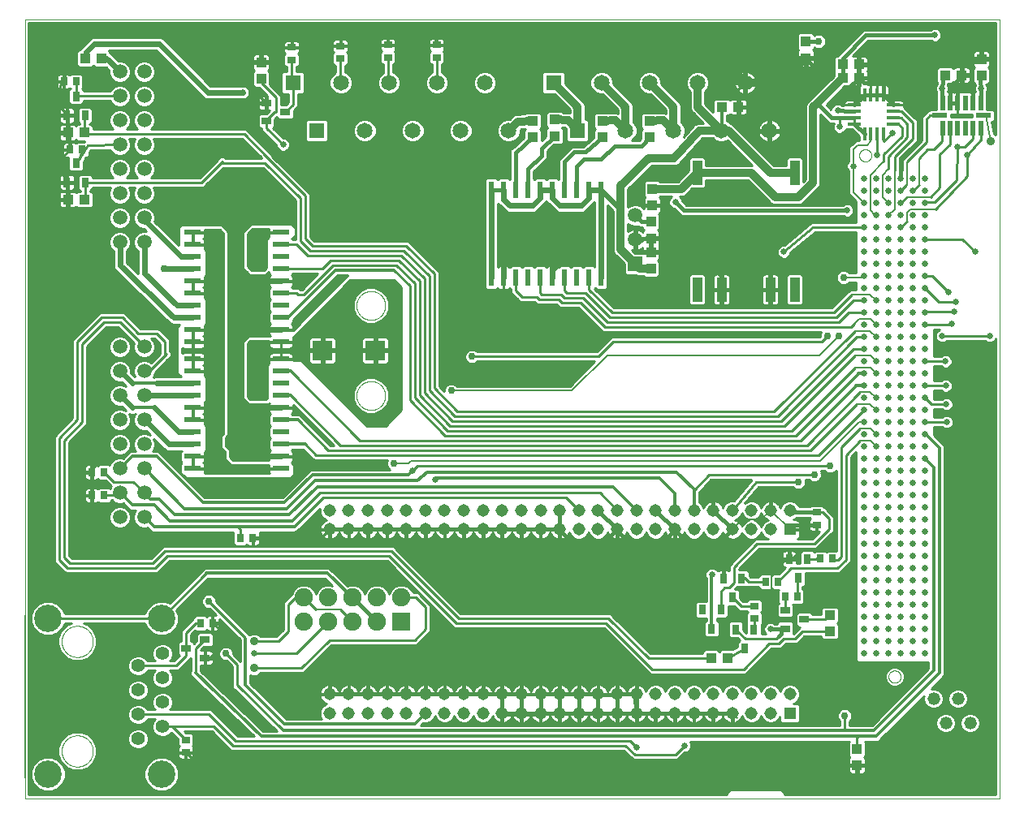
<source format=gtl>
G75*
%MOIN*%
%OFA0B0*%
%FSLAX25Y25*%
%IPPOS*%
%LPD*%
%AMOC8*
5,1,8,0,0,1.08239X$1,22.5*
%
%ADD10C,0.00000*%
%ADD11R,0.05150X0.05150*%
%ADD12C,0.05150*%
%ADD13R,0.07500X0.07500*%
%ADD14C,0.07500*%
%ADD15C,0.02500*%
%ADD16R,0.05937X0.05937*%
%ADD17C,0.05937*%
%ADD18R,0.03150X0.03843*%
%ADD19R,0.06496X0.06496*%
%ADD20C,0.06496*%
%ADD21R,0.03937X0.10000*%
%ADD22R,0.04331X0.03937*%
%ADD23R,0.03937X0.04331*%
%ADD24R,0.01969X0.06299*%
%ADD25R,0.06299X0.01969*%
%ADD26R,0.01575X0.05512*%
%ADD27R,0.05512X0.01575*%
%ADD28R,0.03843X0.03150*%
%ADD29R,0.03543X0.02756*%
%ADD30R,0.02756X0.03543*%
%ADD31C,0.00039*%
%ADD32C,0.05543*%
%ADD33C,0.11220*%
%ADD34R,0.02362X0.07087*%
%ADD35R,0.07087X0.02362*%
%ADD36R,0.08268X0.08268*%
%ADD37C,0.05200*%
%ADD38C,0.01600*%
%ADD39C,0.02400*%
%ADD40C,0.00700*%
%ADD41C,0.01000*%
%ADD42C,0.16500*%
%ADD43C,0.03200*%
%ADD44C,0.01200*%
%ADD45C,0.02969*%
%ADD46C,0.05315*%
%ADD47C,0.00800*%
%ADD48C,0.04724*%
%ADD49C,0.03543*%
D10*
X0010538Y0001000D02*
X0010538Y0321000D01*
X0410538Y0321000D01*
X0410538Y0001000D01*
X0010538Y0001000D01*
X0025638Y0020500D02*
X0025640Y0020660D01*
X0025646Y0020819D01*
X0025656Y0020978D01*
X0025670Y0021137D01*
X0025688Y0021296D01*
X0025709Y0021454D01*
X0025735Y0021611D01*
X0025765Y0021768D01*
X0025798Y0021924D01*
X0025836Y0022079D01*
X0025877Y0022233D01*
X0025922Y0022386D01*
X0025971Y0022538D01*
X0026024Y0022689D01*
X0026080Y0022838D01*
X0026141Y0022986D01*
X0026204Y0023132D01*
X0026272Y0023277D01*
X0026343Y0023420D01*
X0026417Y0023561D01*
X0026495Y0023700D01*
X0026577Y0023837D01*
X0026662Y0023972D01*
X0026750Y0024105D01*
X0026842Y0024236D01*
X0026936Y0024364D01*
X0027034Y0024490D01*
X0027135Y0024614D01*
X0027239Y0024735D01*
X0027346Y0024853D01*
X0027456Y0024969D01*
X0027569Y0025082D01*
X0027685Y0025192D01*
X0027803Y0025299D01*
X0027924Y0025403D01*
X0028048Y0025504D01*
X0028174Y0025602D01*
X0028302Y0025696D01*
X0028433Y0025788D01*
X0028566Y0025876D01*
X0028701Y0025961D01*
X0028838Y0026043D01*
X0028977Y0026121D01*
X0029118Y0026195D01*
X0029261Y0026266D01*
X0029406Y0026334D01*
X0029552Y0026397D01*
X0029700Y0026458D01*
X0029849Y0026514D01*
X0030000Y0026567D01*
X0030152Y0026616D01*
X0030305Y0026661D01*
X0030459Y0026702D01*
X0030614Y0026740D01*
X0030770Y0026773D01*
X0030927Y0026803D01*
X0031084Y0026829D01*
X0031242Y0026850D01*
X0031401Y0026868D01*
X0031560Y0026882D01*
X0031719Y0026892D01*
X0031878Y0026898D01*
X0032038Y0026900D01*
X0032198Y0026898D01*
X0032357Y0026892D01*
X0032516Y0026882D01*
X0032675Y0026868D01*
X0032834Y0026850D01*
X0032992Y0026829D01*
X0033149Y0026803D01*
X0033306Y0026773D01*
X0033462Y0026740D01*
X0033617Y0026702D01*
X0033771Y0026661D01*
X0033924Y0026616D01*
X0034076Y0026567D01*
X0034227Y0026514D01*
X0034376Y0026458D01*
X0034524Y0026397D01*
X0034670Y0026334D01*
X0034815Y0026266D01*
X0034958Y0026195D01*
X0035099Y0026121D01*
X0035238Y0026043D01*
X0035375Y0025961D01*
X0035510Y0025876D01*
X0035643Y0025788D01*
X0035774Y0025696D01*
X0035902Y0025602D01*
X0036028Y0025504D01*
X0036152Y0025403D01*
X0036273Y0025299D01*
X0036391Y0025192D01*
X0036507Y0025082D01*
X0036620Y0024969D01*
X0036730Y0024853D01*
X0036837Y0024735D01*
X0036941Y0024614D01*
X0037042Y0024490D01*
X0037140Y0024364D01*
X0037234Y0024236D01*
X0037326Y0024105D01*
X0037414Y0023972D01*
X0037499Y0023837D01*
X0037581Y0023700D01*
X0037659Y0023561D01*
X0037733Y0023420D01*
X0037804Y0023277D01*
X0037872Y0023132D01*
X0037935Y0022986D01*
X0037996Y0022838D01*
X0038052Y0022689D01*
X0038105Y0022538D01*
X0038154Y0022386D01*
X0038199Y0022233D01*
X0038240Y0022079D01*
X0038278Y0021924D01*
X0038311Y0021768D01*
X0038341Y0021611D01*
X0038367Y0021454D01*
X0038388Y0021296D01*
X0038406Y0021137D01*
X0038420Y0020978D01*
X0038430Y0020819D01*
X0038436Y0020660D01*
X0038438Y0020500D01*
X0038436Y0020340D01*
X0038430Y0020181D01*
X0038420Y0020022D01*
X0038406Y0019863D01*
X0038388Y0019704D01*
X0038367Y0019546D01*
X0038341Y0019389D01*
X0038311Y0019232D01*
X0038278Y0019076D01*
X0038240Y0018921D01*
X0038199Y0018767D01*
X0038154Y0018614D01*
X0038105Y0018462D01*
X0038052Y0018311D01*
X0037996Y0018162D01*
X0037935Y0018014D01*
X0037872Y0017868D01*
X0037804Y0017723D01*
X0037733Y0017580D01*
X0037659Y0017439D01*
X0037581Y0017300D01*
X0037499Y0017163D01*
X0037414Y0017028D01*
X0037326Y0016895D01*
X0037234Y0016764D01*
X0037140Y0016636D01*
X0037042Y0016510D01*
X0036941Y0016386D01*
X0036837Y0016265D01*
X0036730Y0016147D01*
X0036620Y0016031D01*
X0036507Y0015918D01*
X0036391Y0015808D01*
X0036273Y0015701D01*
X0036152Y0015597D01*
X0036028Y0015496D01*
X0035902Y0015398D01*
X0035774Y0015304D01*
X0035643Y0015212D01*
X0035510Y0015124D01*
X0035375Y0015039D01*
X0035238Y0014957D01*
X0035099Y0014879D01*
X0034958Y0014805D01*
X0034815Y0014734D01*
X0034670Y0014666D01*
X0034524Y0014603D01*
X0034376Y0014542D01*
X0034227Y0014486D01*
X0034076Y0014433D01*
X0033924Y0014384D01*
X0033771Y0014339D01*
X0033617Y0014298D01*
X0033462Y0014260D01*
X0033306Y0014227D01*
X0033149Y0014197D01*
X0032992Y0014171D01*
X0032834Y0014150D01*
X0032675Y0014132D01*
X0032516Y0014118D01*
X0032357Y0014108D01*
X0032198Y0014102D01*
X0032038Y0014100D01*
X0031878Y0014102D01*
X0031719Y0014108D01*
X0031560Y0014118D01*
X0031401Y0014132D01*
X0031242Y0014150D01*
X0031084Y0014171D01*
X0030927Y0014197D01*
X0030770Y0014227D01*
X0030614Y0014260D01*
X0030459Y0014298D01*
X0030305Y0014339D01*
X0030152Y0014384D01*
X0030000Y0014433D01*
X0029849Y0014486D01*
X0029700Y0014542D01*
X0029552Y0014603D01*
X0029406Y0014666D01*
X0029261Y0014734D01*
X0029118Y0014805D01*
X0028977Y0014879D01*
X0028838Y0014957D01*
X0028701Y0015039D01*
X0028566Y0015124D01*
X0028433Y0015212D01*
X0028302Y0015304D01*
X0028174Y0015398D01*
X0028048Y0015496D01*
X0027924Y0015597D01*
X0027803Y0015701D01*
X0027685Y0015808D01*
X0027569Y0015918D01*
X0027456Y0016031D01*
X0027346Y0016147D01*
X0027239Y0016265D01*
X0027135Y0016386D01*
X0027034Y0016510D01*
X0026936Y0016636D01*
X0026842Y0016764D01*
X0026750Y0016895D01*
X0026662Y0017028D01*
X0026577Y0017163D01*
X0026495Y0017300D01*
X0026417Y0017439D01*
X0026343Y0017580D01*
X0026272Y0017723D01*
X0026204Y0017868D01*
X0026141Y0018014D01*
X0026080Y0018162D01*
X0026024Y0018311D01*
X0025971Y0018462D01*
X0025922Y0018614D01*
X0025877Y0018767D01*
X0025836Y0018921D01*
X0025798Y0019076D01*
X0025765Y0019232D01*
X0025735Y0019389D01*
X0025709Y0019546D01*
X0025688Y0019704D01*
X0025670Y0019863D01*
X0025656Y0020022D01*
X0025646Y0020181D01*
X0025640Y0020340D01*
X0025638Y0020500D01*
X0025638Y0065500D02*
X0025640Y0065660D01*
X0025646Y0065819D01*
X0025656Y0065978D01*
X0025670Y0066137D01*
X0025688Y0066296D01*
X0025709Y0066454D01*
X0025735Y0066611D01*
X0025765Y0066768D01*
X0025798Y0066924D01*
X0025836Y0067079D01*
X0025877Y0067233D01*
X0025922Y0067386D01*
X0025971Y0067538D01*
X0026024Y0067689D01*
X0026080Y0067838D01*
X0026141Y0067986D01*
X0026204Y0068132D01*
X0026272Y0068277D01*
X0026343Y0068420D01*
X0026417Y0068561D01*
X0026495Y0068700D01*
X0026577Y0068837D01*
X0026662Y0068972D01*
X0026750Y0069105D01*
X0026842Y0069236D01*
X0026936Y0069364D01*
X0027034Y0069490D01*
X0027135Y0069614D01*
X0027239Y0069735D01*
X0027346Y0069853D01*
X0027456Y0069969D01*
X0027569Y0070082D01*
X0027685Y0070192D01*
X0027803Y0070299D01*
X0027924Y0070403D01*
X0028048Y0070504D01*
X0028174Y0070602D01*
X0028302Y0070696D01*
X0028433Y0070788D01*
X0028566Y0070876D01*
X0028701Y0070961D01*
X0028838Y0071043D01*
X0028977Y0071121D01*
X0029118Y0071195D01*
X0029261Y0071266D01*
X0029406Y0071334D01*
X0029552Y0071397D01*
X0029700Y0071458D01*
X0029849Y0071514D01*
X0030000Y0071567D01*
X0030152Y0071616D01*
X0030305Y0071661D01*
X0030459Y0071702D01*
X0030614Y0071740D01*
X0030770Y0071773D01*
X0030927Y0071803D01*
X0031084Y0071829D01*
X0031242Y0071850D01*
X0031401Y0071868D01*
X0031560Y0071882D01*
X0031719Y0071892D01*
X0031878Y0071898D01*
X0032038Y0071900D01*
X0032198Y0071898D01*
X0032357Y0071892D01*
X0032516Y0071882D01*
X0032675Y0071868D01*
X0032834Y0071850D01*
X0032992Y0071829D01*
X0033149Y0071803D01*
X0033306Y0071773D01*
X0033462Y0071740D01*
X0033617Y0071702D01*
X0033771Y0071661D01*
X0033924Y0071616D01*
X0034076Y0071567D01*
X0034227Y0071514D01*
X0034376Y0071458D01*
X0034524Y0071397D01*
X0034670Y0071334D01*
X0034815Y0071266D01*
X0034958Y0071195D01*
X0035099Y0071121D01*
X0035238Y0071043D01*
X0035375Y0070961D01*
X0035510Y0070876D01*
X0035643Y0070788D01*
X0035774Y0070696D01*
X0035902Y0070602D01*
X0036028Y0070504D01*
X0036152Y0070403D01*
X0036273Y0070299D01*
X0036391Y0070192D01*
X0036507Y0070082D01*
X0036620Y0069969D01*
X0036730Y0069853D01*
X0036837Y0069735D01*
X0036941Y0069614D01*
X0037042Y0069490D01*
X0037140Y0069364D01*
X0037234Y0069236D01*
X0037326Y0069105D01*
X0037414Y0068972D01*
X0037499Y0068837D01*
X0037581Y0068700D01*
X0037659Y0068561D01*
X0037733Y0068420D01*
X0037804Y0068277D01*
X0037872Y0068132D01*
X0037935Y0067986D01*
X0037996Y0067838D01*
X0038052Y0067689D01*
X0038105Y0067538D01*
X0038154Y0067386D01*
X0038199Y0067233D01*
X0038240Y0067079D01*
X0038278Y0066924D01*
X0038311Y0066768D01*
X0038341Y0066611D01*
X0038367Y0066454D01*
X0038388Y0066296D01*
X0038406Y0066137D01*
X0038420Y0065978D01*
X0038430Y0065819D01*
X0038436Y0065660D01*
X0038438Y0065500D01*
X0038436Y0065340D01*
X0038430Y0065181D01*
X0038420Y0065022D01*
X0038406Y0064863D01*
X0038388Y0064704D01*
X0038367Y0064546D01*
X0038341Y0064389D01*
X0038311Y0064232D01*
X0038278Y0064076D01*
X0038240Y0063921D01*
X0038199Y0063767D01*
X0038154Y0063614D01*
X0038105Y0063462D01*
X0038052Y0063311D01*
X0037996Y0063162D01*
X0037935Y0063014D01*
X0037872Y0062868D01*
X0037804Y0062723D01*
X0037733Y0062580D01*
X0037659Y0062439D01*
X0037581Y0062300D01*
X0037499Y0062163D01*
X0037414Y0062028D01*
X0037326Y0061895D01*
X0037234Y0061764D01*
X0037140Y0061636D01*
X0037042Y0061510D01*
X0036941Y0061386D01*
X0036837Y0061265D01*
X0036730Y0061147D01*
X0036620Y0061031D01*
X0036507Y0060918D01*
X0036391Y0060808D01*
X0036273Y0060701D01*
X0036152Y0060597D01*
X0036028Y0060496D01*
X0035902Y0060398D01*
X0035774Y0060304D01*
X0035643Y0060212D01*
X0035510Y0060124D01*
X0035375Y0060039D01*
X0035238Y0059957D01*
X0035099Y0059879D01*
X0034958Y0059805D01*
X0034815Y0059734D01*
X0034670Y0059666D01*
X0034524Y0059603D01*
X0034376Y0059542D01*
X0034227Y0059486D01*
X0034076Y0059433D01*
X0033924Y0059384D01*
X0033771Y0059339D01*
X0033617Y0059298D01*
X0033462Y0059260D01*
X0033306Y0059227D01*
X0033149Y0059197D01*
X0032992Y0059171D01*
X0032834Y0059150D01*
X0032675Y0059132D01*
X0032516Y0059118D01*
X0032357Y0059108D01*
X0032198Y0059102D01*
X0032038Y0059100D01*
X0031878Y0059102D01*
X0031719Y0059108D01*
X0031560Y0059118D01*
X0031401Y0059132D01*
X0031242Y0059150D01*
X0031084Y0059171D01*
X0030927Y0059197D01*
X0030770Y0059227D01*
X0030614Y0059260D01*
X0030459Y0059298D01*
X0030305Y0059339D01*
X0030152Y0059384D01*
X0030000Y0059433D01*
X0029849Y0059486D01*
X0029700Y0059542D01*
X0029552Y0059603D01*
X0029406Y0059666D01*
X0029261Y0059734D01*
X0029118Y0059805D01*
X0028977Y0059879D01*
X0028838Y0059957D01*
X0028701Y0060039D01*
X0028566Y0060124D01*
X0028433Y0060212D01*
X0028302Y0060304D01*
X0028174Y0060398D01*
X0028048Y0060496D01*
X0027924Y0060597D01*
X0027803Y0060701D01*
X0027685Y0060808D01*
X0027569Y0060918D01*
X0027456Y0061031D01*
X0027346Y0061147D01*
X0027239Y0061265D01*
X0027135Y0061386D01*
X0027034Y0061510D01*
X0026936Y0061636D01*
X0026842Y0061764D01*
X0026750Y0061895D01*
X0026662Y0062028D01*
X0026577Y0062163D01*
X0026495Y0062300D01*
X0026417Y0062439D01*
X0026343Y0062580D01*
X0026272Y0062723D01*
X0026204Y0062868D01*
X0026141Y0063014D01*
X0026080Y0063162D01*
X0026024Y0063311D01*
X0025971Y0063462D01*
X0025922Y0063614D01*
X0025877Y0063767D01*
X0025836Y0063921D01*
X0025798Y0064076D01*
X0025765Y0064232D01*
X0025735Y0064389D01*
X0025709Y0064546D01*
X0025688Y0064704D01*
X0025670Y0064863D01*
X0025656Y0065022D01*
X0025646Y0065181D01*
X0025640Y0065340D01*
X0025638Y0065500D01*
X0146648Y0166496D02*
X0146650Y0166649D01*
X0146656Y0166803D01*
X0146666Y0166956D01*
X0146680Y0167108D01*
X0146698Y0167261D01*
X0146720Y0167412D01*
X0146745Y0167563D01*
X0146775Y0167714D01*
X0146809Y0167864D01*
X0146846Y0168012D01*
X0146887Y0168160D01*
X0146932Y0168306D01*
X0146981Y0168452D01*
X0147034Y0168596D01*
X0147090Y0168738D01*
X0147150Y0168879D01*
X0147214Y0169019D01*
X0147281Y0169157D01*
X0147352Y0169293D01*
X0147427Y0169427D01*
X0147504Y0169559D01*
X0147586Y0169689D01*
X0147670Y0169817D01*
X0147758Y0169943D01*
X0147849Y0170066D01*
X0147943Y0170187D01*
X0148041Y0170305D01*
X0148141Y0170421D01*
X0148245Y0170534D01*
X0148351Y0170645D01*
X0148460Y0170753D01*
X0148572Y0170858D01*
X0148686Y0170959D01*
X0148804Y0171058D01*
X0148923Y0171154D01*
X0149045Y0171247D01*
X0149170Y0171336D01*
X0149297Y0171423D01*
X0149426Y0171505D01*
X0149557Y0171585D01*
X0149690Y0171661D01*
X0149825Y0171734D01*
X0149962Y0171803D01*
X0150101Y0171868D01*
X0150241Y0171930D01*
X0150383Y0171988D01*
X0150526Y0172043D01*
X0150671Y0172094D01*
X0150817Y0172141D01*
X0150964Y0172184D01*
X0151112Y0172223D01*
X0151261Y0172259D01*
X0151411Y0172290D01*
X0151562Y0172318D01*
X0151713Y0172342D01*
X0151866Y0172362D01*
X0152018Y0172378D01*
X0152171Y0172390D01*
X0152324Y0172398D01*
X0152477Y0172402D01*
X0152631Y0172402D01*
X0152784Y0172398D01*
X0152937Y0172390D01*
X0153090Y0172378D01*
X0153242Y0172362D01*
X0153395Y0172342D01*
X0153546Y0172318D01*
X0153697Y0172290D01*
X0153847Y0172259D01*
X0153996Y0172223D01*
X0154144Y0172184D01*
X0154291Y0172141D01*
X0154437Y0172094D01*
X0154582Y0172043D01*
X0154725Y0171988D01*
X0154867Y0171930D01*
X0155007Y0171868D01*
X0155146Y0171803D01*
X0155283Y0171734D01*
X0155418Y0171661D01*
X0155551Y0171585D01*
X0155682Y0171505D01*
X0155811Y0171423D01*
X0155938Y0171336D01*
X0156063Y0171247D01*
X0156185Y0171154D01*
X0156304Y0171058D01*
X0156422Y0170959D01*
X0156536Y0170858D01*
X0156648Y0170753D01*
X0156757Y0170645D01*
X0156863Y0170534D01*
X0156967Y0170421D01*
X0157067Y0170305D01*
X0157165Y0170187D01*
X0157259Y0170066D01*
X0157350Y0169943D01*
X0157438Y0169817D01*
X0157522Y0169689D01*
X0157604Y0169559D01*
X0157681Y0169427D01*
X0157756Y0169293D01*
X0157827Y0169157D01*
X0157894Y0169019D01*
X0157958Y0168879D01*
X0158018Y0168738D01*
X0158074Y0168596D01*
X0158127Y0168452D01*
X0158176Y0168306D01*
X0158221Y0168160D01*
X0158262Y0168012D01*
X0158299Y0167864D01*
X0158333Y0167714D01*
X0158363Y0167563D01*
X0158388Y0167412D01*
X0158410Y0167261D01*
X0158428Y0167108D01*
X0158442Y0166956D01*
X0158452Y0166803D01*
X0158458Y0166649D01*
X0158460Y0166496D01*
X0158458Y0166343D01*
X0158452Y0166189D01*
X0158442Y0166036D01*
X0158428Y0165884D01*
X0158410Y0165731D01*
X0158388Y0165580D01*
X0158363Y0165429D01*
X0158333Y0165278D01*
X0158299Y0165128D01*
X0158262Y0164980D01*
X0158221Y0164832D01*
X0158176Y0164686D01*
X0158127Y0164540D01*
X0158074Y0164396D01*
X0158018Y0164254D01*
X0157958Y0164113D01*
X0157894Y0163973D01*
X0157827Y0163835D01*
X0157756Y0163699D01*
X0157681Y0163565D01*
X0157604Y0163433D01*
X0157522Y0163303D01*
X0157438Y0163175D01*
X0157350Y0163049D01*
X0157259Y0162926D01*
X0157165Y0162805D01*
X0157067Y0162687D01*
X0156967Y0162571D01*
X0156863Y0162458D01*
X0156757Y0162347D01*
X0156648Y0162239D01*
X0156536Y0162134D01*
X0156422Y0162033D01*
X0156304Y0161934D01*
X0156185Y0161838D01*
X0156063Y0161745D01*
X0155938Y0161656D01*
X0155811Y0161569D01*
X0155682Y0161487D01*
X0155551Y0161407D01*
X0155418Y0161331D01*
X0155283Y0161258D01*
X0155146Y0161189D01*
X0155007Y0161124D01*
X0154867Y0161062D01*
X0154725Y0161004D01*
X0154582Y0160949D01*
X0154437Y0160898D01*
X0154291Y0160851D01*
X0154144Y0160808D01*
X0153996Y0160769D01*
X0153847Y0160733D01*
X0153697Y0160702D01*
X0153546Y0160674D01*
X0153395Y0160650D01*
X0153242Y0160630D01*
X0153090Y0160614D01*
X0152937Y0160602D01*
X0152784Y0160594D01*
X0152631Y0160590D01*
X0152477Y0160590D01*
X0152324Y0160594D01*
X0152171Y0160602D01*
X0152018Y0160614D01*
X0151866Y0160630D01*
X0151713Y0160650D01*
X0151562Y0160674D01*
X0151411Y0160702D01*
X0151261Y0160733D01*
X0151112Y0160769D01*
X0150964Y0160808D01*
X0150817Y0160851D01*
X0150671Y0160898D01*
X0150526Y0160949D01*
X0150383Y0161004D01*
X0150241Y0161062D01*
X0150101Y0161124D01*
X0149962Y0161189D01*
X0149825Y0161258D01*
X0149690Y0161331D01*
X0149557Y0161407D01*
X0149426Y0161487D01*
X0149297Y0161569D01*
X0149170Y0161656D01*
X0149045Y0161745D01*
X0148923Y0161838D01*
X0148804Y0161934D01*
X0148686Y0162033D01*
X0148572Y0162134D01*
X0148460Y0162239D01*
X0148351Y0162347D01*
X0148245Y0162458D01*
X0148141Y0162571D01*
X0148041Y0162687D01*
X0147943Y0162805D01*
X0147849Y0162926D01*
X0147758Y0163049D01*
X0147670Y0163175D01*
X0147586Y0163303D01*
X0147504Y0163433D01*
X0147427Y0163565D01*
X0147352Y0163699D01*
X0147281Y0163835D01*
X0147214Y0163973D01*
X0147150Y0164113D01*
X0147090Y0164254D01*
X0147034Y0164396D01*
X0146981Y0164540D01*
X0146932Y0164686D01*
X0146887Y0164832D01*
X0146846Y0164980D01*
X0146809Y0165128D01*
X0146775Y0165278D01*
X0146745Y0165429D01*
X0146720Y0165580D01*
X0146698Y0165731D01*
X0146680Y0165884D01*
X0146666Y0166036D01*
X0146656Y0166189D01*
X0146650Y0166343D01*
X0146648Y0166496D01*
X0146648Y0203504D02*
X0146650Y0203657D01*
X0146656Y0203811D01*
X0146666Y0203964D01*
X0146680Y0204116D01*
X0146698Y0204269D01*
X0146720Y0204420D01*
X0146745Y0204571D01*
X0146775Y0204722D01*
X0146809Y0204872D01*
X0146846Y0205020D01*
X0146887Y0205168D01*
X0146932Y0205314D01*
X0146981Y0205460D01*
X0147034Y0205604D01*
X0147090Y0205746D01*
X0147150Y0205887D01*
X0147214Y0206027D01*
X0147281Y0206165D01*
X0147352Y0206301D01*
X0147427Y0206435D01*
X0147504Y0206567D01*
X0147586Y0206697D01*
X0147670Y0206825D01*
X0147758Y0206951D01*
X0147849Y0207074D01*
X0147943Y0207195D01*
X0148041Y0207313D01*
X0148141Y0207429D01*
X0148245Y0207542D01*
X0148351Y0207653D01*
X0148460Y0207761D01*
X0148572Y0207866D01*
X0148686Y0207967D01*
X0148804Y0208066D01*
X0148923Y0208162D01*
X0149045Y0208255D01*
X0149170Y0208344D01*
X0149297Y0208431D01*
X0149426Y0208513D01*
X0149557Y0208593D01*
X0149690Y0208669D01*
X0149825Y0208742D01*
X0149962Y0208811D01*
X0150101Y0208876D01*
X0150241Y0208938D01*
X0150383Y0208996D01*
X0150526Y0209051D01*
X0150671Y0209102D01*
X0150817Y0209149D01*
X0150964Y0209192D01*
X0151112Y0209231D01*
X0151261Y0209267D01*
X0151411Y0209298D01*
X0151562Y0209326D01*
X0151713Y0209350D01*
X0151866Y0209370D01*
X0152018Y0209386D01*
X0152171Y0209398D01*
X0152324Y0209406D01*
X0152477Y0209410D01*
X0152631Y0209410D01*
X0152784Y0209406D01*
X0152937Y0209398D01*
X0153090Y0209386D01*
X0153242Y0209370D01*
X0153395Y0209350D01*
X0153546Y0209326D01*
X0153697Y0209298D01*
X0153847Y0209267D01*
X0153996Y0209231D01*
X0154144Y0209192D01*
X0154291Y0209149D01*
X0154437Y0209102D01*
X0154582Y0209051D01*
X0154725Y0208996D01*
X0154867Y0208938D01*
X0155007Y0208876D01*
X0155146Y0208811D01*
X0155283Y0208742D01*
X0155418Y0208669D01*
X0155551Y0208593D01*
X0155682Y0208513D01*
X0155811Y0208431D01*
X0155938Y0208344D01*
X0156063Y0208255D01*
X0156185Y0208162D01*
X0156304Y0208066D01*
X0156422Y0207967D01*
X0156536Y0207866D01*
X0156648Y0207761D01*
X0156757Y0207653D01*
X0156863Y0207542D01*
X0156967Y0207429D01*
X0157067Y0207313D01*
X0157165Y0207195D01*
X0157259Y0207074D01*
X0157350Y0206951D01*
X0157438Y0206825D01*
X0157522Y0206697D01*
X0157604Y0206567D01*
X0157681Y0206435D01*
X0157756Y0206301D01*
X0157827Y0206165D01*
X0157894Y0206027D01*
X0157958Y0205887D01*
X0158018Y0205746D01*
X0158074Y0205604D01*
X0158127Y0205460D01*
X0158176Y0205314D01*
X0158221Y0205168D01*
X0158262Y0205020D01*
X0158299Y0204872D01*
X0158333Y0204722D01*
X0158363Y0204571D01*
X0158388Y0204420D01*
X0158410Y0204269D01*
X0158428Y0204116D01*
X0158442Y0203964D01*
X0158452Y0203811D01*
X0158458Y0203657D01*
X0158460Y0203504D01*
X0158458Y0203351D01*
X0158452Y0203197D01*
X0158442Y0203044D01*
X0158428Y0202892D01*
X0158410Y0202739D01*
X0158388Y0202588D01*
X0158363Y0202437D01*
X0158333Y0202286D01*
X0158299Y0202136D01*
X0158262Y0201988D01*
X0158221Y0201840D01*
X0158176Y0201694D01*
X0158127Y0201548D01*
X0158074Y0201404D01*
X0158018Y0201262D01*
X0157958Y0201121D01*
X0157894Y0200981D01*
X0157827Y0200843D01*
X0157756Y0200707D01*
X0157681Y0200573D01*
X0157604Y0200441D01*
X0157522Y0200311D01*
X0157438Y0200183D01*
X0157350Y0200057D01*
X0157259Y0199934D01*
X0157165Y0199813D01*
X0157067Y0199695D01*
X0156967Y0199579D01*
X0156863Y0199466D01*
X0156757Y0199355D01*
X0156648Y0199247D01*
X0156536Y0199142D01*
X0156422Y0199041D01*
X0156304Y0198942D01*
X0156185Y0198846D01*
X0156063Y0198753D01*
X0155938Y0198664D01*
X0155811Y0198577D01*
X0155682Y0198495D01*
X0155551Y0198415D01*
X0155418Y0198339D01*
X0155283Y0198266D01*
X0155146Y0198197D01*
X0155007Y0198132D01*
X0154867Y0198070D01*
X0154725Y0198012D01*
X0154582Y0197957D01*
X0154437Y0197906D01*
X0154291Y0197859D01*
X0154144Y0197816D01*
X0153996Y0197777D01*
X0153847Y0197741D01*
X0153697Y0197710D01*
X0153546Y0197682D01*
X0153395Y0197658D01*
X0153242Y0197638D01*
X0153090Y0197622D01*
X0152937Y0197610D01*
X0152784Y0197602D01*
X0152631Y0197598D01*
X0152477Y0197598D01*
X0152324Y0197602D01*
X0152171Y0197610D01*
X0152018Y0197622D01*
X0151866Y0197638D01*
X0151713Y0197658D01*
X0151562Y0197682D01*
X0151411Y0197710D01*
X0151261Y0197741D01*
X0151112Y0197777D01*
X0150964Y0197816D01*
X0150817Y0197859D01*
X0150671Y0197906D01*
X0150526Y0197957D01*
X0150383Y0198012D01*
X0150241Y0198070D01*
X0150101Y0198132D01*
X0149962Y0198197D01*
X0149825Y0198266D01*
X0149690Y0198339D01*
X0149557Y0198415D01*
X0149426Y0198495D01*
X0149297Y0198577D01*
X0149170Y0198664D01*
X0149045Y0198753D01*
X0148923Y0198846D01*
X0148804Y0198942D01*
X0148686Y0199041D01*
X0148572Y0199142D01*
X0148460Y0199247D01*
X0148351Y0199355D01*
X0148245Y0199466D01*
X0148141Y0199579D01*
X0148041Y0199695D01*
X0147943Y0199813D01*
X0147849Y0199934D01*
X0147758Y0200057D01*
X0147670Y0200183D01*
X0147586Y0200311D01*
X0147504Y0200441D01*
X0147427Y0200573D01*
X0147352Y0200707D01*
X0147281Y0200843D01*
X0147214Y0200981D01*
X0147150Y0201121D01*
X0147090Y0201262D01*
X0147034Y0201404D01*
X0146981Y0201548D01*
X0146932Y0201694D01*
X0146887Y0201840D01*
X0146846Y0201988D01*
X0146809Y0202136D01*
X0146775Y0202286D01*
X0146745Y0202437D01*
X0146720Y0202588D01*
X0146698Y0202739D01*
X0146680Y0202892D01*
X0146666Y0203044D01*
X0146656Y0203197D01*
X0146650Y0203351D01*
X0146648Y0203504D01*
X0353038Y0265150D02*
X0353040Y0265249D01*
X0353046Y0265349D01*
X0353056Y0265448D01*
X0353070Y0265546D01*
X0353087Y0265644D01*
X0353109Y0265741D01*
X0353134Y0265837D01*
X0353163Y0265932D01*
X0353196Y0266026D01*
X0353233Y0266118D01*
X0353273Y0266209D01*
X0353317Y0266298D01*
X0353365Y0266386D01*
X0353416Y0266471D01*
X0353470Y0266554D01*
X0353527Y0266636D01*
X0353588Y0266714D01*
X0353652Y0266791D01*
X0353718Y0266864D01*
X0353788Y0266935D01*
X0353860Y0267003D01*
X0353935Y0267069D01*
X0354013Y0267131D01*
X0354093Y0267190D01*
X0354175Y0267246D01*
X0354259Y0267298D01*
X0354346Y0267347D01*
X0354434Y0267393D01*
X0354524Y0267435D01*
X0354616Y0267474D01*
X0354709Y0267509D01*
X0354803Y0267540D01*
X0354899Y0267567D01*
X0354996Y0267590D01*
X0355093Y0267610D01*
X0355191Y0267626D01*
X0355290Y0267638D01*
X0355389Y0267646D01*
X0355488Y0267650D01*
X0355588Y0267650D01*
X0355687Y0267646D01*
X0355786Y0267638D01*
X0355885Y0267626D01*
X0355983Y0267610D01*
X0356080Y0267590D01*
X0356177Y0267567D01*
X0356273Y0267540D01*
X0356367Y0267509D01*
X0356460Y0267474D01*
X0356552Y0267435D01*
X0356642Y0267393D01*
X0356730Y0267347D01*
X0356817Y0267298D01*
X0356901Y0267246D01*
X0356983Y0267190D01*
X0357063Y0267131D01*
X0357141Y0267069D01*
X0357216Y0267003D01*
X0357288Y0266935D01*
X0357358Y0266864D01*
X0357424Y0266791D01*
X0357488Y0266714D01*
X0357549Y0266636D01*
X0357606Y0266554D01*
X0357660Y0266471D01*
X0357711Y0266386D01*
X0357759Y0266298D01*
X0357803Y0266209D01*
X0357843Y0266118D01*
X0357880Y0266026D01*
X0357913Y0265932D01*
X0357942Y0265837D01*
X0357967Y0265741D01*
X0357989Y0265644D01*
X0358006Y0265546D01*
X0358020Y0265448D01*
X0358030Y0265349D01*
X0358036Y0265249D01*
X0358038Y0265150D01*
X0358036Y0265051D01*
X0358030Y0264951D01*
X0358020Y0264852D01*
X0358006Y0264754D01*
X0357989Y0264656D01*
X0357967Y0264559D01*
X0357942Y0264463D01*
X0357913Y0264368D01*
X0357880Y0264274D01*
X0357843Y0264182D01*
X0357803Y0264091D01*
X0357759Y0264002D01*
X0357711Y0263914D01*
X0357660Y0263829D01*
X0357606Y0263746D01*
X0357549Y0263664D01*
X0357488Y0263586D01*
X0357424Y0263509D01*
X0357358Y0263436D01*
X0357288Y0263365D01*
X0357216Y0263297D01*
X0357141Y0263231D01*
X0357063Y0263169D01*
X0356983Y0263110D01*
X0356901Y0263054D01*
X0356817Y0263002D01*
X0356730Y0262953D01*
X0356642Y0262907D01*
X0356552Y0262865D01*
X0356460Y0262826D01*
X0356367Y0262791D01*
X0356273Y0262760D01*
X0356177Y0262733D01*
X0356080Y0262710D01*
X0355983Y0262690D01*
X0355885Y0262674D01*
X0355786Y0262662D01*
X0355687Y0262654D01*
X0355588Y0262650D01*
X0355488Y0262650D01*
X0355389Y0262654D01*
X0355290Y0262662D01*
X0355191Y0262674D01*
X0355093Y0262690D01*
X0354996Y0262710D01*
X0354899Y0262733D01*
X0354803Y0262760D01*
X0354709Y0262791D01*
X0354616Y0262826D01*
X0354524Y0262865D01*
X0354434Y0262907D01*
X0354346Y0262953D01*
X0354259Y0263002D01*
X0354175Y0263054D01*
X0354093Y0263110D01*
X0354013Y0263169D01*
X0353935Y0263231D01*
X0353860Y0263297D01*
X0353788Y0263365D01*
X0353718Y0263436D01*
X0353652Y0263509D01*
X0353588Y0263586D01*
X0353527Y0263664D01*
X0353470Y0263746D01*
X0353416Y0263829D01*
X0353365Y0263914D01*
X0353317Y0264002D01*
X0353273Y0264091D01*
X0353233Y0264182D01*
X0353196Y0264274D01*
X0353163Y0264368D01*
X0353134Y0264463D01*
X0353109Y0264559D01*
X0353087Y0264656D01*
X0353070Y0264754D01*
X0353056Y0264852D01*
X0353046Y0264951D01*
X0353040Y0265051D01*
X0353038Y0265150D01*
X0365038Y0051050D02*
X0365040Y0051149D01*
X0365046Y0051249D01*
X0365056Y0051348D01*
X0365070Y0051446D01*
X0365087Y0051544D01*
X0365109Y0051641D01*
X0365134Y0051737D01*
X0365163Y0051832D01*
X0365196Y0051926D01*
X0365233Y0052018D01*
X0365273Y0052109D01*
X0365317Y0052198D01*
X0365365Y0052286D01*
X0365416Y0052371D01*
X0365470Y0052454D01*
X0365527Y0052536D01*
X0365588Y0052614D01*
X0365652Y0052691D01*
X0365718Y0052764D01*
X0365788Y0052835D01*
X0365860Y0052903D01*
X0365935Y0052969D01*
X0366013Y0053031D01*
X0366093Y0053090D01*
X0366175Y0053146D01*
X0366259Y0053198D01*
X0366346Y0053247D01*
X0366434Y0053293D01*
X0366524Y0053335D01*
X0366616Y0053374D01*
X0366709Y0053409D01*
X0366803Y0053440D01*
X0366899Y0053467D01*
X0366996Y0053490D01*
X0367093Y0053510D01*
X0367191Y0053526D01*
X0367290Y0053538D01*
X0367389Y0053546D01*
X0367488Y0053550D01*
X0367588Y0053550D01*
X0367687Y0053546D01*
X0367786Y0053538D01*
X0367885Y0053526D01*
X0367983Y0053510D01*
X0368080Y0053490D01*
X0368177Y0053467D01*
X0368273Y0053440D01*
X0368367Y0053409D01*
X0368460Y0053374D01*
X0368552Y0053335D01*
X0368642Y0053293D01*
X0368730Y0053247D01*
X0368817Y0053198D01*
X0368901Y0053146D01*
X0368983Y0053090D01*
X0369063Y0053031D01*
X0369141Y0052969D01*
X0369216Y0052903D01*
X0369288Y0052835D01*
X0369358Y0052764D01*
X0369424Y0052691D01*
X0369488Y0052614D01*
X0369549Y0052536D01*
X0369606Y0052454D01*
X0369660Y0052371D01*
X0369711Y0052286D01*
X0369759Y0052198D01*
X0369803Y0052109D01*
X0369843Y0052018D01*
X0369880Y0051926D01*
X0369913Y0051832D01*
X0369942Y0051737D01*
X0369967Y0051641D01*
X0369989Y0051544D01*
X0370006Y0051446D01*
X0370020Y0051348D01*
X0370030Y0051249D01*
X0370036Y0051149D01*
X0370038Y0051050D01*
X0370036Y0050951D01*
X0370030Y0050851D01*
X0370020Y0050752D01*
X0370006Y0050654D01*
X0369989Y0050556D01*
X0369967Y0050459D01*
X0369942Y0050363D01*
X0369913Y0050268D01*
X0369880Y0050174D01*
X0369843Y0050082D01*
X0369803Y0049991D01*
X0369759Y0049902D01*
X0369711Y0049814D01*
X0369660Y0049729D01*
X0369606Y0049646D01*
X0369549Y0049564D01*
X0369488Y0049486D01*
X0369424Y0049409D01*
X0369358Y0049336D01*
X0369288Y0049265D01*
X0369216Y0049197D01*
X0369141Y0049131D01*
X0369063Y0049069D01*
X0368983Y0049010D01*
X0368901Y0048954D01*
X0368817Y0048902D01*
X0368730Y0048853D01*
X0368642Y0048807D01*
X0368552Y0048765D01*
X0368460Y0048726D01*
X0368367Y0048691D01*
X0368273Y0048660D01*
X0368177Y0048633D01*
X0368080Y0048610D01*
X0367983Y0048590D01*
X0367885Y0048574D01*
X0367786Y0048562D01*
X0367687Y0048554D01*
X0367588Y0048550D01*
X0367488Y0048550D01*
X0367389Y0048554D01*
X0367290Y0048562D01*
X0367191Y0048574D01*
X0367093Y0048590D01*
X0366996Y0048610D01*
X0366899Y0048633D01*
X0366803Y0048660D01*
X0366709Y0048691D01*
X0366616Y0048726D01*
X0366524Y0048765D01*
X0366434Y0048807D01*
X0366346Y0048853D01*
X0366259Y0048902D01*
X0366175Y0048954D01*
X0366093Y0049010D01*
X0366013Y0049069D01*
X0365935Y0049131D01*
X0365860Y0049197D01*
X0365788Y0049265D01*
X0365718Y0049336D01*
X0365652Y0049409D01*
X0365588Y0049486D01*
X0365527Y0049564D01*
X0365470Y0049646D01*
X0365416Y0049729D01*
X0365365Y0049814D01*
X0365317Y0049902D01*
X0365273Y0049991D01*
X0365233Y0050082D01*
X0365196Y0050174D01*
X0365163Y0050268D01*
X0365134Y0050363D01*
X0365109Y0050459D01*
X0365087Y0050556D01*
X0365070Y0050654D01*
X0365056Y0050752D01*
X0365046Y0050851D01*
X0365040Y0050951D01*
X0365038Y0051050D01*
D11*
X0324538Y0036000D03*
X0324538Y0111500D03*
D12*
X0316664Y0111500D03*
X0308790Y0111500D03*
X0300916Y0111500D03*
X0293042Y0111500D03*
X0285168Y0111500D03*
X0277294Y0111500D03*
X0269420Y0111500D03*
X0261546Y0111500D03*
X0253672Y0111500D03*
X0245798Y0111500D03*
X0237924Y0111500D03*
X0230050Y0111500D03*
X0222176Y0111500D03*
X0214302Y0111500D03*
X0206428Y0111500D03*
X0198554Y0111500D03*
X0190680Y0111500D03*
X0182806Y0111500D03*
X0174931Y0111500D03*
X0167057Y0111500D03*
X0159183Y0111500D03*
X0151309Y0111500D03*
X0143435Y0111500D03*
X0135561Y0111500D03*
X0135561Y0119374D03*
X0143435Y0119374D03*
X0151309Y0119374D03*
X0159183Y0119374D03*
X0167057Y0119374D03*
X0174931Y0119374D03*
X0182806Y0119374D03*
X0190680Y0119374D03*
X0198554Y0119374D03*
X0206428Y0119374D03*
X0214302Y0119374D03*
X0222176Y0119374D03*
X0230050Y0119374D03*
X0237924Y0119374D03*
X0245798Y0119374D03*
X0253672Y0119374D03*
X0261546Y0119374D03*
X0269420Y0119374D03*
X0277294Y0119374D03*
X0285168Y0119374D03*
X0293042Y0119374D03*
X0300916Y0119374D03*
X0308790Y0119374D03*
X0316664Y0119374D03*
X0324538Y0119374D03*
X0324538Y0043874D03*
X0316664Y0043874D03*
X0316664Y0036000D03*
X0308790Y0036000D03*
X0300916Y0036000D03*
X0300916Y0043874D03*
X0308790Y0043874D03*
X0293042Y0043874D03*
X0293042Y0036000D03*
X0285168Y0036000D03*
X0285168Y0043874D03*
X0277294Y0043874D03*
X0277294Y0036000D03*
X0269420Y0036000D03*
X0269420Y0043874D03*
X0261546Y0043874D03*
X0261546Y0036000D03*
X0253672Y0036000D03*
X0253672Y0043874D03*
X0245798Y0043874D03*
X0245798Y0036000D03*
X0237924Y0036000D03*
X0237924Y0043874D03*
X0230050Y0043874D03*
X0230050Y0036000D03*
X0222176Y0036000D03*
X0214302Y0036000D03*
X0214302Y0043874D03*
X0222176Y0043874D03*
X0206428Y0043874D03*
X0206428Y0036000D03*
X0198554Y0036000D03*
X0198554Y0043874D03*
X0190680Y0043874D03*
X0190680Y0036000D03*
X0182806Y0036000D03*
X0182806Y0043874D03*
X0174931Y0043874D03*
X0167057Y0043874D03*
X0159183Y0043874D03*
X0151309Y0043874D03*
X0143435Y0043874D03*
X0135561Y0043874D03*
X0135561Y0036000D03*
X0143435Y0036000D03*
X0151309Y0036000D03*
X0159183Y0036000D03*
X0167057Y0036000D03*
X0174931Y0036000D03*
D13*
X0165038Y0073500D03*
D14*
X0165038Y0083500D03*
X0155038Y0083500D03*
X0145038Y0083500D03*
X0145038Y0073500D03*
X0155038Y0073500D03*
X0135038Y0073500D03*
X0125038Y0073500D03*
X0125038Y0083500D03*
X0135038Y0083500D03*
D15*
X0104538Y0060500D03*
X0179038Y0132000D03*
X0169538Y0135500D03*
X0292538Y0093000D03*
X0316538Y0070500D03*
X0328038Y0102000D03*
X0355038Y0100600D03*
X0360038Y0100600D03*
X0365038Y0100600D03*
X0370038Y0100600D03*
X0370038Y0105600D03*
X0365038Y0105600D03*
X0360038Y0105600D03*
X0355038Y0105600D03*
X0355038Y0110600D03*
X0360038Y0110600D03*
X0365038Y0110600D03*
X0370038Y0110600D03*
X0370038Y0115600D03*
X0365038Y0115600D03*
X0360038Y0115600D03*
X0355038Y0115600D03*
X0355038Y0120600D03*
X0360038Y0120600D03*
X0365038Y0120600D03*
X0370038Y0120600D03*
X0375038Y0120600D03*
X0380038Y0120600D03*
X0380038Y0115600D03*
X0380038Y0110600D03*
X0375038Y0110600D03*
X0375038Y0115600D03*
X0375038Y0105600D03*
X0380038Y0105600D03*
X0380038Y0100600D03*
X0375038Y0100600D03*
X0375038Y0095600D03*
X0380038Y0095600D03*
X0380038Y0090600D03*
X0375038Y0090600D03*
X0375038Y0085600D03*
X0380038Y0085600D03*
X0380038Y0080600D03*
X0375038Y0080600D03*
X0375038Y0075600D03*
X0380038Y0075600D03*
X0380038Y0070600D03*
X0380038Y0065600D03*
X0375038Y0065600D03*
X0375038Y0070600D03*
X0370038Y0070600D03*
X0370038Y0065600D03*
X0365038Y0065600D03*
X0365038Y0070600D03*
X0360038Y0070600D03*
X0360038Y0065600D03*
X0355038Y0065600D03*
X0355038Y0070600D03*
X0355038Y0075600D03*
X0360038Y0075600D03*
X0365038Y0075600D03*
X0370038Y0075600D03*
X0370038Y0080600D03*
X0370038Y0085600D03*
X0365038Y0085600D03*
X0365038Y0080600D03*
X0360038Y0080600D03*
X0360038Y0085600D03*
X0355038Y0085600D03*
X0355038Y0080600D03*
X0355038Y0090600D03*
X0360038Y0090600D03*
X0365038Y0090600D03*
X0370038Y0090600D03*
X0370038Y0095600D03*
X0365038Y0095600D03*
X0360038Y0095600D03*
X0355038Y0095600D03*
X0355038Y0125600D03*
X0360038Y0125600D03*
X0365038Y0125600D03*
X0370038Y0125600D03*
X0370038Y0130600D03*
X0365038Y0130600D03*
X0360038Y0130600D03*
X0355038Y0130600D03*
X0355038Y0135600D03*
X0360038Y0135600D03*
X0365038Y0135600D03*
X0370038Y0135600D03*
X0370038Y0140600D03*
X0365038Y0140600D03*
X0360038Y0140600D03*
X0355038Y0140600D03*
X0355038Y0145600D03*
X0360038Y0145600D03*
X0365038Y0145600D03*
X0370038Y0145600D03*
X0370038Y0150600D03*
X0365038Y0150600D03*
X0360038Y0150600D03*
X0355038Y0150600D03*
X0355038Y0155600D03*
X0360038Y0155600D03*
X0365038Y0155600D03*
X0370038Y0155600D03*
X0370038Y0160600D03*
X0365038Y0160600D03*
X0360038Y0160600D03*
X0355038Y0160600D03*
X0355038Y0165600D03*
X0360038Y0165600D03*
X0365038Y0165600D03*
X0370038Y0165600D03*
X0370038Y0170600D03*
X0365038Y0170600D03*
X0360038Y0170600D03*
X0355038Y0170600D03*
X0355038Y0175600D03*
X0360038Y0175600D03*
X0365038Y0175600D03*
X0370038Y0175600D03*
X0375038Y0175600D03*
X0380038Y0175600D03*
X0380038Y0170600D03*
X0380038Y0165600D03*
X0375038Y0165600D03*
X0375038Y0170600D03*
X0375038Y0160600D03*
X0380038Y0160600D03*
X0380038Y0155600D03*
X0375038Y0155600D03*
X0375038Y0150600D03*
X0380038Y0150600D03*
X0380038Y0145600D03*
X0375038Y0145600D03*
X0375038Y0140600D03*
X0380038Y0140600D03*
X0380038Y0135600D03*
X0375038Y0135600D03*
X0375038Y0130600D03*
X0380038Y0130600D03*
X0380038Y0125600D03*
X0375038Y0125600D03*
X0388913Y0155625D03*
X0388788Y0163000D03*
X0388538Y0170500D03*
X0388413Y0180500D03*
X0380038Y0180600D03*
X0380038Y0185600D03*
X0375038Y0185600D03*
X0375038Y0180600D03*
X0370038Y0180600D03*
X0370038Y0185600D03*
X0365038Y0185600D03*
X0365038Y0180600D03*
X0360038Y0180600D03*
X0360038Y0185600D03*
X0355038Y0185600D03*
X0355038Y0180600D03*
X0355038Y0190600D03*
X0360038Y0190600D03*
X0365038Y0190600D03*
X0370038Y0190600D03*
X0370038Y0195600D03*
X0365038Y0195600D03*
X0360038Y0195600D03*
X0355038Y0195600D03*
X0355038Y0200600D03*
X0360038Y0200600D03*
X0365038Y0200600D03*
X0370038Y0200600D03*
X0370038Y0205600D03*
X0365038Y0205600D03*
X0360038Y0205600D03*
X0355038Y0205600D03*
X0355038Y0210600D03*
X0360038Y0210600D03*
X0365038Y0210600D03*
X0370038Y0210600D03*
X0370038Y0215600D03*
X0365038Y0215600D03*
X0360038Y0215600D03*
X0355038Y0215600D03*
X0355038Y0220600D03*
X0360038Y0220600D03*
X0365038Y0220600D03*
X0370038Y0220600D03*
X0375038Y0220600D03*
X0380038Y0220600D03*
X0380038Y0215600D03*
X0380038Y0210600D03*
X0375038Y0210600D03*
X0375038Y0215600D03*
X0375038Y0205600D03*
X0380038Y0205600D03*
X0380038Y0200600D03*
X0375038Y0200600D03*
X0375038Y0195600D03*
X0380038Y0195600D03*
X0380038Y0190600D03*
X0375038Y0190600D03*
X0387038Y0191000D03*
X0391038Y0196000D03*
X0392038Y0201000D03*
X0392538Y0205000D03*
X0389538Y0209000D03*
X0406538Y0191000D03*
X0400538Y0225500D03*
X0380038Y0225600D03*
X0380038Y0230600D03*
X0375038Y0230600D03*
X0375038Y0225600D03*
X0370038Y0225600D03*
X0370038Y0230600D03*
X0365038Y0230600D03*
X0365038Y0225600D03*
X0360038Y0225600D03*
X0360038Y0230600D03*
X0355038Y0230600D03*
X0355038Y0225600D03*
X0355038Y0235600D03*
X0360038Y0235600D03*
X0365038Y0235600D03*
X0370038Y0235600D03*
X0370038Y0240600D03*
X0365038Y0240600D03*
X0360038Y0240600D03*
X0355038Y0240600D03*
X0355038Y0245600D03*
X0360038Y0245600D03*
X0365038Y0245600D03*
X0370038Y0245600D03*
X0370038Y0250600D03*
X0365038Y0250600D03*
X0360038Y0250600D03*
X0355038Y0250600D03*
X0355038Y0255600D03*
X0360038Y0255600D03*
X0365038Y0255600D03*
X0370038Y0255600D03*
X0375038Y0255600D03*
X0380038Y0255600D03*
X0380038Y0250600D03*
X0380038Y0245600D03*
X0375038Y0245600D03*
X0375038Y0250600D03*
X0375038Y0240600D03*
X0380038Y0240600D03*
X0380038Y0235600D03*
X0375038Y0235600D03*
X0348038Y0242500D03*
X0350538Y0260750D03*
X0360288Y0265250D03*
X0366788Y0274250D03*
X0348038Y0292500D03*
X0344163Y0283625D03*
X0344913Y0276875D03*
X0387038Y0292581D03*
X0402913Y0292581D03*
X0393163Y0268625D03*
X0397288Y0265250D03*
X0384038Y0314500D03*
X0277538Y0246000D03*
X0322038Y0225500D03*
X0116538Y0269500D03*
X0100038Y0291000D03*
X0043538Y0142000D03*
X0261538Y0022000D03*
X0281288Y0022750D03*
X0355038Y0060600D03*
X0360038Y0060600D03*
X0365038Y0060600D03*
X0370038Y0060600D03*
X0375038Y0060600D03*
X0380038Y0060600D03*
D16*
X0261038Y0220500D03*
D17*
X0261038Y0230500D03*
X0261038Y0240500D03*
X0059538Y0239500D03*
X0049538Y0239500D03*
X0049538Y0229500D03*
X0059538Y0229500D03*
X0059538Y0249500D03*
X0049538Y0249500D03*
X0049538Y0259500D03*
X0059538Y0259500D03*
X0059538Y0269500D03*
X0049538Y0269500D03*
X0049538Y0279500D03*
X0059538Y0279500D03*
X0059538Y0289500D03*
X0049538Y0289500D03*
X0049538Y0299500D03*
X0059538Y0299500D03*
X0059538Y0186500D03*
X0049538Y0186500D03*
X0049538Y0176500D03*
X0059538Y0176500D03*
X0059538Y0166500D03*
X0049538Y0166500D03*
X0049538Y0156500D03*
X0059538Y0156500D03*
X0059538Y0146500D03*
X0049538Y0146500D03*
X0049538Y0136500D03*
X0059538Y0136500D03*
X0059538Y0126500D03*
X0049538Y0126500D03*
X0049538Y0116500D03*
X0059538Y0116500D03*
D18*
X0035278Y0254063D03*
X0027798Y0254063D03*
X0031538Y0261937D03*
X0035278Y0281563D03*
X0027798Y0281563D03*
X0031538Y0289437D03*
X0297298Y0091437D03*
X0304778Y0091437D03*
X0301038Y0083563D03*
X0296153Y0078562D03*
X0288673Y0078562D03*
X0292413Y0070688D03*
X0302298Y0070437D03*
X0309778Y0070437D03*
X0306038Y0062563D03*
X0328038Y0091563D03*
X0331778Y0099437D03*
X0324298Y0099437D03*
D19*
X0237380Y0275315D03*
X0227538Y0295000D03*
X0130380Y0275315D03*
X0120538Y0295000D03*
D20*
X0140223Y0295000D03*
X0159908Y0295000D03*
X0179593Y0295000D03*
X0199278Y0295000D03*
X0209120Y0275315D03*
X0189435Y0275315D03*
X0169750Y0275315D03*
X0150065Y0275315D03*
X0247223Y0295000D03*
X0266908Y0295000D03*
X0286593Y0295000D03*
X0306278Y0295000D03*
X0316120Y0275315D03*
X0296435Y0275315D03*
X0276750Y0275315D03*
X0257065Y0275315D03*
D21*
X0286538Y0258000D03*
X0326538Y0258000D03*
X0326538Y0210000D03*
X0316538Y0210000D03*
X0296538Y0210000D03*
X0286538Y0210000D03*
D22*
X0267038Y0272654D03*
X0267038Y0279346D03*
X0247538Y0279346D03*
X0247538Y0272654D03*
X0228038Y0273154D03*
X0228038Y0279846D03*
X0219038Y0279346D03*
X0219038Y0272654D03*
X0296691Y0285000D03*
X0303384Y0285000D03*
X0346191Y0297000D03*
X0346191Y0302500D03*
X0352884Y0302500D03*
X0352884Y0297000D03*
X0388316Y0298125D03*
X0395009Y0298125D03*
X0341038Y0076346D03*
X0341038Y0069654D03*
X0034884Y0247000D03*
X0028191Y0247000D03*
X0028191Y0274500D03*
X0034884Y0274500D03*
D23*
X0035191Y0305000D03*
X0041884Y0305000D03*
X0107538Y0303346D03*
X0107538Y0296654D03*
X0267538Y0237846D03*
X0267538Y0231154D03*
X0267538Y0225346D03*
X0267538Y0218654D03*
X0268038Y0244654D03*
X0268038Y0251346D03*
X0331038Y0305154D03*
X0331038Y0311846D03*
X0403163Y0304721D03*
X0403163Y0298029D03*
X0298884Y0058500D03*
X0292191Y0058500D03*
X0352038Y0021346D03*
X0352038Y0014654D03*
D24*
X0387164Y0276382D03*
X0390313Y0276382D03*
X0393463Y0276382D03*
X0396613Y0276382D03*
X0399762Y0276382D03*
X0402912Y0276382D03*
X0402912Y0286618D03*
X0399762Y0286618D03*
X0396613Y0286618D03*
X0393463Y0286618D03*
X0390313Y0286618D03*
X0387164Y0286618D03*
D25*
X0385983Y0281500D03*
X0404093Y0281500D03*
D26*
X0362876Y0273929D03*
X0360317Y0273929D03*
X0357758Y0273929D03*
X0355199Y0273929D03*
X0355199Y0290071D03*
X0357758Y0290071D03*
X0360317Y0290071D03*
X0362876Y0290071D03*
D27*
X0367109Y0285839D03*
X0367109Y0283280D03*
X0367109Y0280720D03*
X0367109Y0278161D03*
X0350967Y0278161D03*
X0350967Y0280720D03*
X0350967Y0283280D03*
X0350967Y0285839D03*
D28*
X0117475Y0283000D03*
X0109601Y0286740D03*
X0109601Y0279260D03*
X0322601Y0078240D03*
X0330475Y0074500D03*
X0322601Y0070760D03*
X0084475Y0066240D03*
X0084475Y0058760D03*
X0076601Y0062500D03*
D29*
X0076538Y0025059D03*
X0076538Y0019941D03*
X0310038Y0074941D03*
X0310038Y0080059D03*
X0335538Y0113441D03*
X0335538Y0118559D03*
X0179538Y0305441D03*
X0179538Y0310559D03*
X0159538Y0310559D03*
X0159538Y0305441D03*
X0140038Y0304941D03*
X0140038Y0310059D03*
X0120038Y0309559D03*
X0120038Y0304441D03*
D30*
X0034097Y0267500D03*
X0028979Y0267500D03*
X0026479Y0295500D03*
X0031597Y0295500D03*
X0037979Y0135000D03*
X0043097Y0135000D03*
X0043097Y0125500D03*
X0037979Y0125500D03*
X0098979Y0108000D03*
X0104097Y0108000D03*
X0087597Y0073000D03*
X0082479Y0073000D03*
X0314479Y0090000D03*
X0319597Y0090000D03*
X0322479Y0084000D03*
X0327597Y0084000D03*
X0336979Y0099500D03*
X0342097Y0099500D03*
D31*
X0010338Y0076250D02*
X0010338Y0009750D01*
D32*
X0057038Y0025500D03*
X0067038Y0030500D03*
X0067038Y0040500D03*
X0067038Y0050500D03*
X0067038Y0060500D03*
X0057038Y0055500D03*
X0057038Y0045500D03*
X0057038Y0035500D03*
D33*
X0066526Y0011000D03*
X0020038Y0011000D03*
X0020038Y0075000D03*
X0066526Y0075000D03*
D34*
X0202038Y0214890D03*
X0207038Y0214890D03*
X0212038Y0214890D03*
X0217038Y0214890D03*
X0222038Y0214890D03*
X0227038Y0214890D03*
X0232038Y0214890D03*
X0237038Y0214890D03*
X0242038Y0214890D03*
X0247038Y0214890D03*
X0247038Y0251110D03*
X0242038Y0251110D03*
X0237038Y0251110D03*
X0232038Y0251110D03*
X0227038Y0251110D03*
X0222038Y0251110D03*
X0217038Y0251110D03*
X0212038Y0251110D03*
X0207038Y0251110D03*
X0202038Y0251110D03*
D35*
X0115648Y0233500D03*
X0115648Y0228500D03*
X0115648Y0223500D03*
X0115648Y0218500D03*
X0115648Y0213500D03*
X0115648Y0208500D03*
X0115648Y0203500D03*
X0115648Y0198500D03*
X0115648Y0193500D03*
X0115648Y0188500D03*
X0115648Y0181500D03*
X0115648Y0176500D03*
X0115648Y0171500D03*
X0115648Y0166500D03*
X0115648Y0161500D03*
X0115648Y0156500D03*
X0115648Y0151500D03*
X0115648Y0146500D03*
X0115648Y0141500D03*
X0115648Y0136500D03*
X0079428Y0136500D03*
X0079428Y0141500D03*
X0079428Y0146500D03*
X0079428Y0151500D03*
X0079428Y0156500D03*
X0079428Y0161500D03*
X0079428Y0166500D03*
X0079428Y0171500D03*
X0079428Y0176500D03*
X0079428Y0181500D03*
X0079428Y0188500D03*
X0079428Y0193500D03*
X0079428Y0198500D03*
X0079428Y0203500D03*
X0079428Y0208500D03*
X0079428Y0213500D03*
X0079428Y0218500D03*
X0079428Y0223500D03*
X0079428Y0228500D03*
X0079428Y0233500D03*
D36*
X0132711Y0185000D03*
X0154365Y0185000D03*
D37*
X0383538Y0042000D03*
X0393538Y0042000D03*
X0398538Y0032000D03*
X0388538Y0032000D03*
D38*
X0321038Y0068500D02*
X0320038Y0067500D01*
X0321038Y0068500D02*
X0321038Y0070000D01*
X0320538Y0070500D01*
X0316538Y0070500D01*
X0300938Y0036000D02*
X0293042Y0036000D01*
X0285168Y0036000D01*
X0277294Y0036000D01*
X0261546Y0036000D01*
X0261294Y0036000D01*
X0261038Y0043500D01*
X0261546Y0043874D02*
X0261546Y0036000D01*
X0269420Y0036000D01*
X0277294Y0036000D01*
X0261294Y0036000D02*
X0253672Y0036000D01*
X0253298Y0043500D02*
X0247038Y0043500D01*
X0246664Y0043874D01*
X0245798Y0043874D01*
X0245798Y0036000D01*
X0245798Y0043874D02*
X0237924Y0043874D01*
X0237924Y0036000D01*
X0237924Y0043874D02*
X0230050Y0043874D01*
X0230050Y0036000D01*
X0230050Y0043874D02*
X0222176Y0043874D01*
X0222176Y0036000D01*
X0221676Y0035500D01*
X0215038Y0035500D01*
X0206928Y0035500D01*
X0206428Y0036000D01*
X0206428Y0043874D01*
X0214302Y0043874D01*
X0214302Y0036000D02*
X0214538Y0036000D01*
X0215038Y0035500D01*
X0206428Y0043874D02*
X0198554Y0043874D01*
X0190680Y0043874D01*
X0182806Y0043874D01*
X0174931Y0043874D01*
X0167057Y0043874D01*
X0159183Y0043874D01*
X0151309Y0043874D01*
X0143435Y0043874D01*
X0135561Y0043874D01*
X0155038Y0073500D02*
X0145038Y0083500D01*
X0143435Y0111500D02*
X0135561Y0111500D01*
X0143435Y0111500D02*
X0151309Y0111500D01*
X0159183Y0111500D01*
X0167057Y0111500D01*
X0174931Y0111500D01*
X0182806Y0111500D01*
X0190680Y0111500D01*
X0198554Y0111500D01*
X0206428Y0111500D01*
X0214302Y0111500D01*
X0222176Y0111500D01*
X0230038Y0111500D01*
X0230050Y0111500D01*
X0230050Y0111488D01*
X0238038Y0103500D01*
X0238538Y0103500D01*
X0245672Y0103500D01*
X0253672Y0111500D01*
X0253672Y0110866D01*
X0261038Y0103500D01*
X0270294Y0103500D01*
X0277294Y0111500D01*
X0277294Y0111244D01*
X0286038Y0102500D01*
X0291916Y0102500D01*
X0300916Y0111500D01*
X0293042Y0119374D01*
X0277294Y0111500D02*
X0269420Y0119374D01*
X0253672Y0111500D02*
X0245798Y0119374D01*
X0230050Y0119374D02*
X0230050Y0111500D01*
X0253672Y0043874D02*
X0261546Y0043874D01*
X0253672Y0043874D02*
X0253298Y0043500D01*
X0324538Y0111500D02*
X0326479Y0113441D01*
X0335538Y0113441D01*
X0335538Y0118559D02*
X0325353Y0118559D01*
X0324538Y0119374D01*
X0316538Y0210000D02*
X0296538Y0210000D01*
X0274538Y0234000D02*
X0271691Y0231154D01*
X0267538Y0231154D01*
X0261038Y0231154D01*
X0261038Y0230500D01*
X0267538Y0231154D02*
X0267538Y0225346D01*
X0274538Y0234000D02*
X0274538Y0242000D01*
X0272038Y0244500D01*
X0268038Y0244654D01*
X0267538Y0237846D02*
X0263691Y0237846D01*
X0261038Y0240500D01*
X0277538Y0246000D02*
X0281038Y0242500D01*
X0348038Y0242500D01*
X0370038Y0255600D02*
X0370038Y0263875D01*
X0370538Y0263975D01*
X0370038Y0263875D02*
X0377538Y0271375D01*
X0377538Y0300000D01*
X0374538Y0303500D01*
X0374038Y0303000D01*
X0366038Y0295000D01*
X0354884Y0295000D01*
X0352884Y0297000D01*
X0348384Y0292500D01*
X0348038Y0292500D01*
X0346191Y0297000D02*
X0340038Y0290846D01*
X0335788Y0286500D01*
X0341567Y0280720D01*
X0350967Y0280720D01*
X0350967Y0278161D02*
X0355199Y0273929D01*
X0350967Y0283280D02*
X0349038Y0283280D01*
X0344163Y0283625D01*
X0350967Y0285839D02*
X0355199Y0290071D01*
X0357758Y0290071D01*
X0360317Y0290071D01*
X0362876Y0290071D01*
X0367109Y0285839D01*
X0362876Y0290071D02*
X0362876Y0295089D01*
X0366038Y0295000D01*
X0374538Y0303500D02*
X0396259Y0303471D01*
X0398163Y0303568D01*
X0402566Y0303596D01*
X0403163Y0304721D01*
X0398163Y0303568D02*
X0394913Y0303500D01*
X0395009Y0298125D01*
X0390313Y0292804D01*
X0390313Y0286618D01*
X0393463Y0286618D01*
X0393463Y0291500D01*
X0398538Y0291500D01*
X0399538Y0290500D01*
X0399538Y0286055D01*
X0399762Y0286618D01*
X0402912Y0286618D02*
X0402913Y0292581D01*
X0402736Y0295581D01*
X0403163Y0298029D01*
X0388316Y0298125D02*
X0387215Y0295831D01*
X0387038Y0292581D01*
X0387164Y0286618D01*
X0384038Y0314500D02*
X0355538Y0314500D01*
X0346191Y0305154D01*
X0346191Y0302500D01*
X0346191Y0297000D01*
X0352884Y0297000D02*
X0352884Y0302500D01*
X0339384Y0297000D02*
X0331038Y0305154D01*
X0331038Y0311846D02*
X0336384Y0312000D01*
X0267038Y0272654D02*
X0263597Y0269000D01*
X0252538Y0269000D01*
X0247038Y0263500D01*
X0240038Y0263500D01*
X0237038Y0260500D01*
X0237038Y0251110D01*
X0232038Y0251110D02*
X0232038Y0262500D01*
X0236038Y0266500D01*
X0240597Y0266500D01*
X0247538Y0272654D01*
X0228038Y0273154D02*
X0222597Y0268000D01*
X0222538Y0265000D01*
X0217038Y0259500D01*
X0217038Y0251110D01*
X0212038Y0251110D02*
X0212038Y0266441D01*
X0219038Y0272654D01*
X0207038Y0251110D02*
X0202038Y0251110D01*
D39*
X0202038Y0214890D01*
X0207038Y0214890D02*
X0207038Y0221500D01*
X0211538Y0226000D01*
X0222538Y0226000D01*
X0227038Y0221500D01*
X0227038Y0218000D01*
X0239538Y0230500D01*
X0255038Y0226500D02*
X0255038Y0243110D01*
X0247038Y0251110D01*
X0247038Y0214890D01*
X0227038Y0214890D02*
X0227038Y0218000D01*
X0230038Y0244500D02*
X0227038Y0247500D01*
X0227038Y0251110D01*
X0222038Y0251110D01*
X0222038Y0247500D01*
X0219038Y0244500D01*
X0209538Y0244500D01*
X0207038Y0247000D01*
X0207038Y0251110D01*
X0230038Y0244500D02*
X0239038Y0244500D01*
X0242038Y0247500D01*
X0242038Y0251110D01*
X0247038Y0251110D01*
X0115648Y0213500D02*
X0097038Y0213500D01*
X0079428Y0218500D02*
X0067538Y0218500D01*
X0059538Y0216500D02*
X0073038Y0203500D01*
X0079428Y0203500D01*
X0079428Y0198500D02*
X0071538Y0198500D01*
X0049538Y0220000D01*
X0049538Y0229500D01*
X0059538Y0229500D02*
X0059538Y0216500D01*
X0074538Y0223500D02*
X0059538Y0238500D01*
X0059538Y0239500D01*
X0059538Y0240000D01*
X0074538Y0223500D02*
X0079428Y0223500D01*
X0097038Y0194000D02*
X0097538Y0193500D01*
X0115648Y0193500D01*
X0079428Y0171500D02*
X0064538Y0171500D01*
X0059538Y0166500D02*
X0079428Y0166500D01*
X0079428Y0151500D02*
X0073538Y0151500D01*
X0063538Y0161500D01*
X0059538Y0156500D02*
X0069538Y0146500D01*
X0079428Y0146500D01*
X0097038Y0142000D02*
X0097538Y0141500D01*
X0115648Y0141500D01*
X0097038Y0160500D02*
X0098038Y0161500D01*
X0115648Y0161500D01*
X0054538Y0161500D02*
X0049538Y0166500D01*
X0054538Y0171500D02*
X0049538Y0176500D01*
X0085538Y0291000D02*
X0065538Y0311000D01*
X0039038Y0311000D01*
X0035538Y0307500D01*
X0035538Y0305059D01*
X0035191Y0305000D01*
X0041884Y0305000D02*
X0044038Y0305000D01*
X0049538Y0299500D01*
X0085538Y0291000D02*
X0100038Y0291000D01*
D40*
X0235038Y0168500D02*
X0249538Y0183000D01*
X0336538Y0183000D01*
X0344538Y0191000D01*
X0351413Y0193125D02*
X0357413Y0193125D01*
X0357513Y0198125D02*
X0352913Y0198125D01*
X0359938Y0205600D02*
X0357413Y0208125D01*
X0350038Y0208125D01*
X0346538Y0215000D02*
X0354438Y0215000D01*
X0355038Y0215600D01*
X0359938Y0205600D02*
X0360038Y0205600D01*
X0357513Y0183125D02*
X0351413Y0183125D01*
X0351413Y0178125D02*
X0357513Y0178125D01*
X0357413Y0168125D02*
X0353413Y0168125D01*
X0351913Y0163125D02*
X0357413Y0163125D01*
X0355038Y0155600D02*
X0354938Y0155500D01*
X0353038Y0155500D01*
X0337038Y0139500D01*
X0169038Y0139500D01*
X0168038Y0138500D01*
X0162038Y0138500D01*
X0136038Y0138500D02*
X0124538Y0138500D01*
X0121538Y0141500D01*
X0115648Y0141500D01*
X0185538Y0168500D02*
X0235038Y0168500D01*
X0317038Y0093500D02*
X0317038Y0086500D01*
X0316798Y0070760D02*
X0316538Y0070500D01*
X0316798Y0070760D02*
X0322601Y0070760D01*
X0353413Y0148125D02*
X0357513Y0148125D01*
X0357513Y0153125D02*
X0353413Y0153125D01*
X0372538Y0238000D02*
X0372538Y0241750D01*
X0373913Y0243125D01*
X0384163Y0243125D01*
X0382163Y0248125D02*
X0372563Y0248125D01*
X0372438Y0253000D02*
X0372538Y0253100D01*
X0372538Y0262500D01*
X0377538Y0264000D02*
X0377538Y0253000D01*
X0367538Y0259000D02*
X0367538Y0243100D01*
X0365038Y0240600D01*
X0360038Y0240600D02*
X0359438Y0240600D01*
X0357538Y0242500D01*
X0357538Y0257000D01*
X0363038Y0262500D01*
X0365038Y0259500D02*
X0362538Y0257000D01*
X0362538Y0248000D01*
X0364938Y0245600D01*
X0365038Y0245600D01*
X0355038Y0245600D02*
X0350538Y0250100D01*
X0350538Y0260750D01*
X0350538Y0267750D01*
X0352288Y0269375D01*
X0356163Y0269375D01*
X0357758Y0271095D01*
X0357758Y0273929D01*
X0404093Y0281500D02*
X0405038Y0281500D01*
X0407038Y0271000D01*
X0140038Y0078500D02*
X0130038Y0078500D01*
D41*
X0125038Y0083500D01*
X0121538Y0083500D01*
X0118538Y0080500D01*
X0118538Y0069500D01*
X0114538Y0065500D01*
X0104538Y0065500D01*
X0106764Y0067900D02*
X0114110Y0067900D01*
X0113709Y0067500D02*
X0107165Y0067500D01*
X0106391Y0068274D01*
X0105189Y0068772D01*
X0103887Y0068772D01*
X0102685Y0068274D01*
X0102639Y0068228D01*
X0089022Y0081844D01*
X0089022Y0082594D01*
X0088568Y0083690D01*
X0087728Y0084530D01*
X0086631Y0084984D01*
X0085444Y0084984D01*
X0084347Y0084530D01*
X0083508Y0083690D01*
X0083054Y0082594D01*
X0083054Y0081406D01*
X0083508Y0080310D01*
X0084347Y0079470D01*
X0085444Y0079016D01*
X0086194Y0079016D01*
X0088938Y0076272D01*
X0087786Y0076272D01*
X0087786Y0073189D01*
X0090475Y0073189D01*
X0090475Y0074735D01*
X0098938Y0066272D01*
X0098938Y0057428D01*
X0098366Y0058000D01*
X0096022Y0060344D01*
X0096022Y0061094D01*
X0095568Y0062190D01*
X0094728Y0063030D01*
X0093631Y0063484D01*
X0092444Y0063484D01*
X0091347Y0063030D01*
X0090508Y0062190D01*
X0090054Y0061094D01*
X0090054Y0059906D01*
X0090508Y0058810D01*
X0091347Y0057970D01*
X0092444Y0057516D01*
X0093194Y0057516D01*
X0095538Y0055172D01*
X0095538Y0048313D01*
X0095527Y0048302D01*
X0095538Y0047487D01*
X0095538Y0046672D01*
X0095549Y0046661D01*
X0095549Y0046645D01*
X0096133Y0046076D01*
X0096709Y0045500D01*
X0096725Y0045500D01*
X0114082Y0028600D01*
X0108385Y0028600D01*
X0082538Y0053489D01*
X0082538Y0055685D01*
X0084187Y0055685D01*
X0084187Y0058472D01*
X0084762Y0058472D01*
X0084762Y0055685D01*
X0086594Y0055685D01*
X0086975Y0055787D01*
X0087317Y0055985D01*
X0087597Y0056264D01*
X0087794Y0056606D01*
X0087896Y0056988D01*
X0087896Y0058472D01*
X0084762Y0058472D01*
X0084762Y0059047D01*
X0087896Y0059047D01*
X0087896Y0060532D01*
X0087794Y0060914D01*
X0087597Y0061256D01*
X0087317Y0061535D01*
X0086975Y0061732D01*
X0086594Y0061835D01*
X0084762Y0061835D01*
X0084762Y0059047D01*
X0084187Y0059047D01*
X0084187Y0061835D01*
X0082701Y0061835D01*
X0084032Y0063165D01*
X0087018Y0063165D01*
X0087896Y0064044D01*
X0087896Y0068436D01*
X0087018Y0069315D01*
X0081932Y0069315D01*
X0081053Y0068436D01*
X0081053Y0065844D01*
X0079964Y0064755D01*
X0079144Y0065575D01*
X0078538Y0065575D01*
X0078538Y0068172D01*
X0080287Y0069921D01*
X0080479Y0069728D01*
X0084478Y0069728D01*
X0085038Y0070288D01*
X0085298Y0070028D01*
X0085640Y0069831D01*
X0086021Y0069728D01*
X0087408Y0069728D01*
X0087408Y0072811D01*
X0087786Y0072811D01*
X0087786Y0073189D01*
X0087408Y0073189D01*
X0087408Y0076272D01*
X0086021Y0076272D01*
X0085640Y0076169D01*
X0085298Y0075972D01*
X0085038Y0075712D01*
X0084478Y0076272D01*
X0080479Y0076272D01*
X0079601Y0075393D01*
X0079601Y0074891D01*
X0075709Y0071000D01*
X0074538Y0069828D01*
X0074538Y0065575D01*
X0074058Y0065575D01*
X0073179Y0064696D01*
X0073179Y0060304D01*
X0073846Y0059637D01*
X0071709Y0057500D01*
X0070079Y0057500D01*
X0070659Y0058080D01*
X0071309Y0059650D01*
X0071309Y0061350D01*
X0070659Y0062920D01*
X0069457Y0064121D01*
X0067887Y0064772D01*
X0066188Y0064772D01*
X0064618Y0064121D01*
X0063416Y0062920D01*
X0062766Y0061350D01*
X0062766Y0059650D01*
X0063416Y0058080D01*
X0063997Y0057500D01*
X0060833Y0057500D01*
X0060659Y0057920D01*
X0059457Y0059121D01*
X0057887Y0059772D01*
X0056188Y0059772D01*
X0054618Y0059121D01*
X0053416Y0057920D01*
X0052766Y0056350D01*
X0052766Y0054650D01*
X0053416Y0053080D01*
X0054618Y0051879D01*
X0056188Y0051228D01*
X0057887Y0051228D01*
X0059457Y0051879D01*
X0060659Y0053080D01*
X0060833Y0053500D01*
X0063997Y0053500D01*
X0063416Y0052920D01*
X0062766Y0051350D01*
X0062766Y0049650D01*
X0063416Y0048080D01*
X0064618Y0046879D01*
X0066188Y0046228D01*
X0067887Y0046228D01*
X0069457Y0046879D01*
X0070659Y0048080D01*
X0071309Y0049650D01*
X0071309Y0051350D01*
X0070659Y0052920D01*
X0070079Y0053500D01*
X0073366Y0053500D01*
X0074538Y0054672D01*
X0078538Y0058672D01*
X0078538Y0053451D01*
X0078422Y0053330D01*
X0078455Y0051591D01*
X0104510Y0026500D01*
X0097866Y0026500D01*
X0086866Y0037500D01*
X0070079Y0037500D01*
X0070659Y0038080D01*
X0071309Y0039650D01*
X0071309Y0041350D01*
X0070659Y0042920D01*
X0069457Y0044121D01*
X0067887Y0044772D01*
X0066188Y0044772D01*
X0064618Y0044121D01*
X0063416Y0042920D01*
X0062766Y0041350D01*
X0062766Y0039650D01*
X0063416Y0038080D01*
X0063997Y0037500D01*
X0060833Y0037500D01*
X0060659Y0037920D01*
X0059457Y0039121D01*
X0057887Y0039772D01*
X0056188Y0039772D01*
X0054618Y0039121D01*
X0053416Y0037920D01*
X0052766Y0036350D01*
X0052766Y0034650D01*
X0053416Y0033080D01*
X0054618Y0031879D01*
X0056188Y0031228D01*
X0057887Y0031228D01*
X0059457Y0031879D01*
X0060659Y0033080D01*
X0060833Y0033500D01*
X0063997Y0033500D01*
X0063416Y0032920D01*
X0062766Y0031350D01*
X0062766Y0029650D01*
X0063416Y0028080D01*
X0064618Y0026879D01*
X0066188Y0026228D01*
X0067887Y0026228D01*
X0069457Y0026879D01*
X0070659Y0028080D01*
X0070668Y0028101D01*
X0073266Y0025502D01*
X0073266Y0023060D01*
X0073826Y0022500D01*
X0073566Y0022240D01*
X0073368Y0021898D01*
X0073266Y0021516D01*
X0073266Y0020130D01*
X0076349Y0020130D01*
X0076349Y0019752D01*
X0076727Y0019752D01*
X0076727Y0020130D01*
X0079809Y0020130D01*
X0079809Y0021516D01*
X0079707Y0021898D01*
X0079510Y0022240D01*
X0079250Y0022500D01*
X0079809Y0023060D01*
X0079809Y0027058D01*
X0078931Y0027937D01*
X0076488Y0027937D01*
X0075925Y0028500D01*
X0087209Y0028500D01*
X0094038Y0021672D01*
X0095209Y0020500D01*
X0256286Y0020500D01*
X0259671Y0017539D01*
X0260209Y0017000D01*
X0260286Y0017000D01*
X0260344Y0016949D01*
X0261104Y0017000D01*
X0278366Y0017000D01*
X0281366Y0020000D01*
X0281835Y0020000D01*
X0282846Y0020419D01*
X0283619Y0021192D01*
X0284038Y0022203D01*
X0284038Y0023297D01*
X0283619Y0024308D01*
X0283527Y0024400D01*
X0348836Y0024400D01*
X0348569Y0024133D01*
X0348569Y0018560D01*
X0349129Y0018000D01*
X0348869Y0017740D01*
X0348672Y0017398D01*
X0348569Y0017016D01*
X0348569Y0015138D01*
X0351553Y0015138D01*
X0351553Y0014169D01*
X0348569Y0014169D01*
X0348569Y0012291D01*
X0348672Y0011909D01*
X0348869Y0011567D01*
X0349148Y0011288D01*
X0349490Y0011090D01*
X0349872Y0010988D01*
X0351554Y0010988D01*
X0351554Y0014169D01*
X0352522Y0014169D01*
X0352522Y0010988D01*
X0354204Y0010988D01*
X0354585Y0011090D01*
X0354927Y0011288D01*
X0355207Y0011567D01*
X0355404Y0011909D01*
X0355506Y0012291D01*
X0355506Y0014169D01*
X0352522Y0014169D01*
X0352522Y0015138D01*
X0355506Y0015138D01*
X0355506Y0017016D01*
X0355404Y0017398D01*
X0355207Y0017740D01*
X0354946Y0018000D01*
X0355506Y0018560D01*
X0355506Y0024133D01*
X0355239Y0024400D01*
X0360908Y0024400D01*
X0362138Y0025630D01*
X0379519Y0043011D01*
X0379438Y0042816D01*
X0379438Y0041184D01*
X0380062Y0039678D01*
X0381215Y0038524D01*
X0382722Y0037900D01*
X0384353Y0037900D01*
X0385860Y0038524D01*
X0387014Y0039678D01*
X0387638Y0041184D01*
X0387638Y0042816D01*
X0387014Y0044322D01*
X0385860Y0045476D01*
X0384353Y0046100D01*
X0382722Y0046100D01*
X0382527Y0046019D01*
X0388138Y0051630D01*
X0388138Y0145870D01*
X0386908Y0147100D01*
X0383538Y0150470D01*
X0383538Y0153548D01*
X0387050Y0153598D01*
X0387355Y0153294D01*
X0388366Y0152875D01*
X0389460Y0152875D01*
X0390471Y0153294D01*
X0391244Y0154067D01*
X0391663Y0155078D01*
X0391663Y0156172D01*
X0391244Y0157183D01*
X0390471Y0157956D01*
X0389460Y0158375D01*
X0388366Y0158375D01*
X0387355Y0157956D01*
X0386997Y0157598D01*
X0383538Y0157549D01*
X0383538Y0161000D01*
X0386899Y0161000D01*
X0387230Y0160669D01*
X0388241Y0160250D01*
X0389335Y0160250D01*
X0390346Y0160669D01*
X0391119Y0161442D01*
X0391538Y0162453D01*
X0391538Y0163547D01*
X0391119Y0164558D01*
X0390346Y0165331D01*
X0389335Y0165750D01*
X0388241Y0165750D01*
X0387230Y0165331D01*
X0386899Y0165000D01*
X0383538Y0165000D01*
X0383538Y0168500D01*
X0386649Y0168500D01*
X0386980Y0168169D01*
X0387991Y0167750D01*
X0389085Y0167750D01*
X0390096Y0168169D01*
X0390869Y0168942D01*
X0391288Y0169953D01*
X0391288Y0171047D01*
X0390869Y0172058D01*
X0390096Y0172831D01*
X0389085Y0173250D01*
X0387991Y0173250D01*
X0386980Y0172831D01*
X0386649Y0172500D01*
X0383538Y0172500D01*
X0383538Y0178500D01*
X0386524Y0178500D01*
X0386855Y0178169D01*
X0387866Y0177750D01*
X0388960Y0177750D01*
X0389971Y0178169D01*
X0390744Y0178942D01*
X0391163Y0179953D01*
X0391163Y0181047D01*
X0390744Y0182058D01*
X0389971Y0182831D01*
X0388960Y0183250D01*
X0387866Y0183250D01*
X0386855Y0182831D01*
X0386524Y0182500D01*
X0383538Y0182500D01*
X0383538Y0193600D01*
X0386129Y0193600D01*
X0385480Y0193331D01*
X0384706Y0192558D01*
X0384288Y0191547D01*
X0384288Y0190453D01*
X0384706Y0189442D01*
X0385480Y0188669D01*
X0386491Y0188250D01*
X0387585Y0188250D01*
X0388596Y0188669D01*
X0388927Y0189000D01*
X0404649Y0189000D01*
X0404980Y0188669D01*
X0405991Y0188250D01*
X0407085Y0188250D01*
X0408096Y0188669D01*
X0408869Y0189442D01*
X0409038Y0189849D01*
X0409038Y0002500D01*
X0322338Y0002500D01*
X0322338Y0003453D01*
X0320990Y0004800D01*
X0300085Y0004800D01*
X0298738Y0003453D01*
X0298738Y0002500D01*
X0012038Y0002500D01*
X0012038Y0319500D01*
X0409038Y0319500D01*
X0409038Y0273627D01*
X0408891Y0273774D01*
X0408350Y0273998D01*
X0407394Y0279016D01*
X0407864Y0279016D01*
X0408743Y0279894D01*
X0408743Y0283106D01*
X0407864Y0283984D01*
X0405396Y0283984D01*
X0405396Y0290389D01*
X0405212Y0290573D01*
X0405213Y0290991D01*
X0405244Y0291023D01*
X0405663Y0292034D01*
X0405663Y0293128D01*
X0405244Y0294138D01*
X0405117Y0294265D01*
X0405112Y0294363D01*
X0405753Y0294363D01*
X0406631Y0295242D01*
X0406631Y0300815D01*
X0406071Y0301375D01*
X0406332Y0301635D01*
X0406529Y0301977D01*
X0406631Y0302359D01*
X0406631Y0304237D01*
X0403647Y0304237D01*
X0403647Y0305206D01*
X0402679Y0305206D01*
X0402679Y0308387D01*
X0400997Y0308387D01*
X0400615Y0308285D01*
X0400273Y0308087D01*
X0399994Y0307808D01*
X0399797Y0307466D01*
X0399694Y0307084D01*
X0399694Y0305206D01*
X0402678Y0305206D01*
X0402678Y0304237D01*
X0399694Y0304237D01*
X0399694Y0302359D01*
X0399797Y0301977D01*
X0399994Y0301635D01*
X0400254Y0301375D01*
X0399694Y0300815D01*
X0399694Y0295242D01*
X0400499Y0294437D01*
X0400525Y0294002D01*
X0400163Y0293128D01*
X0400163Y0292034D01*
X0400480Y0291268D01*
X0399762Y0291268D01*
X0398580Y0291268D01*
X0398295Y0291191D01*
X0398218Y0291268D01*
X0395007Y0291268D01*
X0394930Y0291191D01*
X0394645Y0291268D01*
X0393463Y0291268D01*
X0392281Y0291268D01*
X0391900Y0291165D01*
X0391888Y0291159D01*
X0391877Y0291165D01*
X0391495Y0291268D01*
X0390313Y0291268D01*
X0389470Y0291268D01*
X0389788Y0292034D01*
X0389788Y0293128D01*
X0389419Y0294017D01*
X0389454Y0294656D01*
X0391103Y0294656D01*
X0391663Y0295216D01*
X0391923Y0294956D01*
X0392265Y0294759D01*
X0392646Y0294656D01*
X0394525Y0294656D01*
X0394525Y0297641D01*
X0395494Y0297641D01*
X0395494Y0298609D01*
X0398675Y0298609D01*
X0398675Y0300291D01*
X0398572Y0300672D01*
X0398375Y0301015D01*
X0398096Y0301294D01*
X0397754Y0301491D01*
X0397372Y0301593D01*
X0395494Y0301593D01*
X0395494Y0298609D01*
X0394525Y0298609D01*
X0394525Y0301593D01*
X0392646Y0301593D01*
X0392265Y0301491D01*
X0391923Y0301294D01*
X0391663Y0301034D01*
X0391103Y0301593D01*
X0385530Y0301593D01*
X0384651Y0300715D01*
X0384651Y0295535D01*
X0384883Y0295303D01*
X0384826Y0294258D01*
X0384706Y0294138D01*
X0384288Y0293128D01*
X0384288Y0292034D01*
X0384706Y0291023D01*
X0384772Y0290958D01*
X0384781Y0290491D01*
X0384680Y0290389D01*
X0384680Y0283984D01*
X0382212Y0283984D01*
X0381727Y0283500D01*
X0381209Y0283500D01*
X0380038Y0282328D01*
X0378538Y0280828D01*
X0378538Y0271328D01*
X0370538Y0263328D01*
X0370538Y0261672D01*
X0370688Y0261522D01*
X0370688Y0259000D01*
X0369538Y0259000D01*
X0369538Y0263672D01*
X0376913Y0271047D01*
X0376913Y0277937D01*
X0376924Y0277949D01*
X0376913Y0278764D01*
X0376913Y0279578D01*
X0376902Y0279590D01*
X0376901Y0279606D01*
X0376317Y0280174D01*
X0375741Y0280750D01*
X0375725Y0280750D01*
X0371663Y0284703D01*
X0371365Y0285002D01*
X0371365Y0285839D01*
X0371365Y0286823D01*
X0371262Y0287205D01*
X0371065Y0287547D01*
X0370786Y0287826D01*
X0370444Y0288024D01*
X0370062Y0288126D01*
X0367109Y0288126D01*
X0367109Y0285839D01*
X0367109Y0285839D01*
X0371365Y0285839D01*
X0367109Y0285839D01*
X0367109Y0285839D01*
X0367109Y0288126D01*
X0365164Y0288126D01*
X0365164Y0288127D01*
X0365164Y0290071D01*
X0365164Y0293024D01*
X0365062Y0293406D01*
X0364864Y0293748D01*
X0364585Y0294027D01*
X0364243Y0294225D01*
X0363861Y0294327D01*
X0362876Y0294327D01*
X0361891Y0294327D01*
X0361597Y0294248D01*
X0361302Y0294327D01*
X0360317Y0294327D01*
X0359332Y0294327D01*
X0359038Y0294248D01*
X0358743Y0294327D01*
X0357758Y0294327D01*
X0356773Y0294327D01*
X0356479Y0294248D01*
X0356349Y0294283D01*
X0356447Y0294453D01*
X0356550Y0294834D01*
X0356550Y0296516D01*
X0353369Y0296516D01*
X0353369Y0297484D01*
X0356550Y0297484D01*
X0356550Y0299166D01*
X0356447Y0299547D01*
X0356330Y0299750D01*
X0356447Y0299953D01*
X0356550Y0300334D01*
X0356550Y0302016D01*
X0353369Y0302016D01*
X0353369Y0302984D01*
X0356550Y0302984D01*
X0356550Y0304666D01*
X0356447Y0305047D01*
X0356250Y0305390D01*
X0355971Y0305669D01*
X0355629Y0305866D01*
X0355247Y0305968D01*
X0353369Y0305968D01*
X0353369Y0302984D01*
X0352400Y0302984D01*
X0352400Y0305968D01*
X0350521Y0305968D01*
X0350163Y0305872D01*
X0356490Y0312200D01*
X0382449Y0312200D01*
X0382480Y0312169D01*
X0383491Y0311750D01*
X0384585Y0311750D01*
X0385596Y0312169D01*
X0386369Y0312942D01*
X0386788Y0313953D01*
X0386788Y0315047D01*
X0386369Y0316058D01*
X0385596Y0316831D01*
X0384585Y0317250D01*
X0383491Y0317250D01*
X0382480Y0316831D01*
X0382449Y0316800D01*
X0354585Y0316800D01*
X0353238Y0315453D01*
X0343891Y0306106D01*
X0343891Y0305968D01*
X0343405Y0305968D01*
X0342526Y0305090D01*
X0342526Y0299910D01*
X0342686Y0299750D01*
X0342526Y0299590D01*
X0342526Y0297719D01*
X0331410Y0286602D01*
X0330938Y0285463D01*
X0330938Y0255284D01*
X0330006Y0254353D01*
X0330006Y0263621D01*
X0329128Y0264500D01*
X0323948Y0264500D01*
X0323069Y0263621D01*
X0323069Y0261100D01*
X0317822Y0261100D01*
X0300979Y0277943D01*
X0300199Y0278266D01*
X0299125Y0279340D01*
X0298791Y0279478D01*
X0298791Y0281531D01*
X0299478Y0281531D01*
X0300038Y0282091D01*
X0300298Y0281831D01*
X0300640Y0281634D01*
X0301021Y0281531D01*
X0302900Y0281531D01*
X0302900Y0284516D01*
X0303869Y0284516D01*
X0303869Y0285484D01*
X0307050Y0285484D01*
X0307050Y0287166D01*
X0306947Y0287547D01*
X0306750Y0287890D01*
X0306471Y0288169D01*
X0306129Y0288366D01*
X0305747Y0288468D01*
X0303869Y0288468D01*
X0303869Y0285484D01*
X0302900Y0285484D01*
X0302900Y0288468D01*
X0301021Y0288468D01*
X0300640Y0288366D01*
X0300298Y0288169D01*
X0300038Y0287909D01*
X0299478Y0288468D01*
X0293905Y0288468D01*
X0293026Y0287590D01*
X0293026Y0283108D01*
X0289693Y0286442D01*
X0289693Y0291385D01*
X0290618Y0292310D01*
X0291341Y0294056D01*
X0291341Y0295944D01*
X0290618Y0297690D01*
X0289282Y0299025D01*
X0287537Y0299748D01*
X0285648Y0299748D01*
X0283903Y0299025D01*
X0282568Y0297690D01*
X0281845Y0295944D01*
X0281845Y0294056D01*
X0282568Y0292310D01*
X0283493Y0291385D01*
X0283493Y0284541D01*
X0283965Y0283401D01*
X0284837Y0282529D01*
X0288951Y0278415D01*
X0287895Y0278415D01*
X0287826Y0278440D01*
X0287281Y0278415D01*
X0286736Y0278415D01*
X0286668Y0278387D01*
X0286594Y0278383D01*
X0286100Y0278152D01*
X0285597Y0277943D01*
X0285544Y0277891D01*
X0285477Y0277859D01*
X0285110Y0277456D01*
X0284725Y0277071D01*
X0284696Y0277003D01*
X0280833Y0272765D01*
X0281498Y0274371D01*
X0281498Y0276259D01*
X0280776Y0278005D01*
X0279850Y0278930D01*
X0279850Y0285774D01*
X0279378Y0286913D01*
X0278506Y0287786D01*
X0271656Y0294636D01*
X0271656Y0295944D01*
X0270933Y0297690D01*
X0269597Y0299025D01*
X0267852Y0299748D01*
X0265963Y0299748D01*
X0264218Y0299025D01*
X0262883Y0297690D01*
X0262160Y0295944D01*
X0262160Y0294056D01*
X0262883Y0292310D01*
X0264218Y0290975D01*
X0265963Y0290252D01*
X0267272Y0290252D01*
X0273650Y0283873D01*
X0273650Y0282441D01*
X0273637Y0282446D01*
X0273123Y0282659D01*
X0273061Y0282659D01*
X0273002Y0282681D01*
X0272446Y0282659D01*
X0271890Y0282659D01*
X0271832Y0282635D01*
X0270073Y0282567D01*
X0269824Y0282815D01*
X0264251Y0282815D01*
X0263372Y0281936D01*
X0263372Y0276757D01*
X0264129Y0276000D01*
X0263372Y0275243D01*
X0263372Y0272116D01*
X0262604Y0271300D01*
X0259765Y0271300D01*
X0261091Y0272625D01*
X0261813Y0274371D01*
X0261813Y0276259D01*
X0261091Y0278005D01*
X0260165Y0278930D01*
X0260165Y0285774D01*
X0259693Y0286913D01*
X0251971Y0294636D01*
X0251971Y0295944D01*
X0251248Y0297690D01*
X0249912Y0299025D01*
X0248167Y0299748D01*
X0246278Y0299748D01*
X0244533Y0299025D01*
X0243198Y0297690D01*
X0242475Y0295944D01*
X0242475Y0294056D01*
X0243198Y0292310D01*
X0244533Y0290975D01*
X0246278Y0290252D01*
X0247587Y0290252D01*
X0253965Y0283873D01*
X0253965Y0282441D01*
X0253950Y0282447D01*
X0253438Y0282659D01*
X0253373Y0282659D01*
X0253313Y0282681D01*
X0252759Y0282659D01*
X0252205Y0282659D01*
X0252145Y0282634D01*
X0250569Y0282571D01*
X0250324Y0282815D01*
X0244751Y0282815D01*
X0243872Y0281936D01*
X0243872Y0276757D01*
X0244629Y0276000D01*
X0243872Y0275243D01*
X0243872Y0272478D01*
X0239724Y0268800D01*
X0235085Y0268800D01*
X0233738Y0267453D01*
X0229738Y0263453D01*
X0229738Y0255656D01*
X0229538Y0255456D01*
X0228840Y0256154D01*
X0225235Y0256154D01*
X0224538Y0255456D01*
X0223840Y0256154D01*
X0220235Y0256154D01*
X0219538Y0255456D01*
X0219338Y0255656D01*
X0219338Y0258547D01*
X0224148Y0263357D01*
X0224819Y0264002D01*
X0224819Y0264029D01*
X0224838Y0264047D01*
X0224838Y0264977D01*
X0224877Y0266992D01*
X0227720Y0269685D01*
X0230824Y0269685D01*
X0231703Y0270564D01*
X0231703Y0275743D01*
X0230947Y0276500D01*
X0231035Y0276589D01*
X0232175Y0276530D01*
X0232632Y0276011D01*
X0232632Y0271446D01*
X0233511Y0270567D01*
X0241250Y0270567D01*
X0242128Y0271446D01*
X0242128Y0279184D01*
X0241250Y0280063D01*
X0240480Y0280063D01*
X0240480Y0285774D01*
X0240008Y0286913D01*
X0232286Y0294636D01*
X0232286Y0298869D01*
X0231407Y0299748D01*
X0223668Y0299748D01*
X0222790Y0298869D01*
X0222790Y0291131D01*
X0223668Y0290252D01*
X0227902Y0290252D01*
X0234280Y0283873D01*
X0234280Y0282630D01*
X0233813Y0282654D01*
X0233214Y0282692D01*
X0233197Y0282686D01*
X0231359Y0282780D01*
X0230824Y0283315D01*
X0225251Y0283315D01*
X0224372Y0282436D01*
X0224372Y0277257D01*
X0225129Y0276500D01*
X0224372Y0275743D01*
X0224372Y0272850D01*
X0222703Y0271269D01*
X0222703Y0275243D01*
X0221947Y0276000D01*
X0222703Y0276757D01*
X0222703Y0281936D01*
X0221824Y0282815D01*
X0216251Y0282815D01*
X0215732Y0282296D01*
X0212792Y0282159D01*
X0212248Y0282159D01*
X0212179Y0282130D01*
X0212104Y0282127D01*
X0211611Y0281895D01*
X0211109Y0281687D01*
X0211056Y0281634D01*
X0210988Y0281603D01*
X0210622Y0281200D01*
X0209484Y0280063D01*
X0208176Y0280063D01*
X0206431Y0279340D01*
X0205095Y0278005D01*
X0204372Y0276259D01*
X0204372Y0274371D01*
X0205095Y0272625D01*
X0206431Y0271290D01*
X0208176Y0270567D01*
X0210065Y0270567D01*
X0211810Y0271290D01*
X0213146Y0272625D01*
X0213868Y0274371D01*
X0213868Y0275679D01*
X0214208Y0276018D01*
X0216026Y0276103D01*
X0216129Y0276000D01*
X0215372Y0275243D01*
X0215372Y0272476D01*
X0211164Y0268741D01*
X0211085Y0268741D01*
X0210460Y0268116D01*
X0209799Y0267529D01*
X0209794Y0267450D01*
X0209738Y0267394D01*
X0209738Y0266509D01*
X0209685Y0265627D01*
X0209738Y0265568D01*
X0209738Y0255656D01*
X0209538Y0255456D01*
X0208840Y0256154D01*
X0205235Y0256154D01*
X0204538Y0255456D01*
X0203840Y0256154D01*
X0200235Y0256154D01*
X0199357Y0255275D01*
X0199357Y0251693D01*
X0199338Y0251647D01*
X0199338Y0214353D01*
X0199357Y0214307D01*
X0199357Y0210725D01*
X0200235Y0209846D01*
X0203840Y0209846D01*
X0204570Y0210576D01*
X0204656Y0210425D01*
X0204936Y0210146D01*
X0205278Y0209949D01*
X0205659Y0209846D01*
X0206947Y0209846D01*
X0206947Y0214799D01*
X0207128Y0214799D01*
X0207128Y0209846D01*
X0208416Y0209846D01*
X0208798Y0209949D01*
X0209140Y0210146D01*
X0209419Y0210425D01*
X0209506Y0210576D01*
X0210038Y0210044D01*
X0210038Y0208672D01*
X0212538Y0206172D01*
X0213709Y0205000D01*
X0219709Y0205000D01*
X0220709Y0204000D01*
X0228709Y0204000D01*
X0229038Y0203672D01*
X0230209Y0202500D01*
X0237709Y0202500D01*
X0246538Y0193672D01*
X0247709Y0192500D01*
X0337429Y0192500D01*
X0337054Y0191594D01*
X0337054Y0190844D01*
X0336709Y0190500D01*
X0251209Y0190500D01*
X0250038Y0189328D01*
X0245209Y0184500D01*
X0196258Y0184500D01*
X0195728Y0185030D01*
X0194631Y0185484D01*
X0193444Y0185484D01*
X0192347Y0185030D01*
X0191508Y0184190D01*
X0191054Y0183094D01*
X0191054Y0181906D01*
X0191508Y0180810D01*
X0192347Y0179970D01*
X0193444Y0179516D01*
X0194631Y0179516D01*
X0195728Y0179970D01*
X0196258Y0180500D01*
X0244422Y0180500D01*
X0234271Y0170350D01*
X0187908Y0170350D01*
X0187228Y0171030D01*
X0186131Y0171484D01*
X0184944Y0171484D01*
X0183847Y0171030D01*
X0183008Y0170190D01*
X0182554Y0169094D01*
X0182554Y0168313D01*
X0180538Y0170328D01*
X0180538Y0217328D01*
X0167866Y0230000D01*
X0129366Y0230000D01*
X0127538Y0231828D01*
X0127538Y0249328D01*
X0112038Y0264828D01*
X0112038Y0265328D01*
X0111788Y0265578D01*
X0102538Y0274828D01*
X0101366Y0276000D01*
X0062357Y0276000D01*
X0063326Y0276969D01*
X0064006Y0278611D01*
X0064006Y0280389D01*
X0063326Y0282031D01*
X0062069Y0283288D01*
X0060427Y0283968D01*
X0058649Y0283968D01*
X0057007Y0283288D01*
X0055750Y0282031D01*
X0055069Y0280389D01*
X0055069Y0278611D01*
X0055750Y0276969D01*
X0056718Y0276000D01*
X0052357Y0276000D01*
X0053326Y0276969D01*
X0054006Y0278611D01*
X0054006Y0280389D01*
X0053326Y0282031D01*
X0052069Y0283288D01*
X0050427Y0283968D01*
X0048649Y0283968D01*
X0047007Y0283288D01*
X0045750Y0282031D01*
X0045069Y0280389D01*
X0045069Y0278611D01*
X0045750Y0276969D01*
X0046718Y0276000D01*
X0038550Y0276000D01*
X0038550Y0277090D01*
X0037671Y0277968D01*
X0036884Y0277968D01*
X0036884Y0278141D01*
X0037474Y0278141D01*
X0038353Y0279020D01*
X0038353Y0284106D01*
X0037474Y0284985D01*
X0033082Y0284985D01*
X0032203Y0284106D01*
X0032203Y0279020D01*
X0032884Y0278339D01*
X0032884Y0277968D01*
X0032098Y0277968D01*
X0031538Y0277409D01*
X0031278Y0277669D01*
X0030936Y0277866D01*
X0030554Y0277968D01*
X0028676Y0277968D01*
X0028676Y0274984D01*
X0027707Y0274984D01*
X0027707Y0274016D01*
X0024526Y0274016D01*
X0024526Y0272334D01*
X0024628Y0271953D01*
X0024826Y0271610D01*
X0025105Y0271331D01*
X0025447Y0271134D01*
X0025828Y0271031D01*
X0027707Y0271031D01*
X0027707Y0274016D01*
X0028676Y0274016D01*
X0028676Y0271031D01*
X0030554Y0271031D01*
X0030936Y0271134D01*
X0031278Y0271331D01*
X0031538Y0271591D01*
X0032098Y0271031D01*
X0035130Y0271031D01*
X0034959Y0270772D01*
X0032098Y0270772D01*
X0031538Y0270212D01*
X0031278Y0270472D01*
X0030936Y0270669D01*
X0030554Y0270772D01*
X0029168Y0270772D01*
X0029168Y0267689D01*
X0028790Y0267689D01*
X0028790Y0270772D01*
X0027403Y0270772D01*
X0027022Y0270669D01*
X0026680Y0270472D01*
X0026400Y0270193D01*
X0026203Y0269851D01*
X0026101Y0269469D01*
X0026101Y0267689D01*
X0028790Y0267689D01*
X0028790Y0267311D01*
X0026101Y0267311D01*
X0026101Y0265531D01*
X0026203Y0265149D01*
X0026400Y0264807D01*
X0026680Y0264528D01*
X0027022Y0264331D01*
X0027403Y0264228D01*
X0028463Y0264228D01*
X0028463Y0259394D01*
X0029342Y0258515D01*
X0033734Y0258515D01*
X0034613Y0259394D01*
X0034613Y0262550D01*
X0034793Y0262651D01*
X0034917Y0263087D01*
X0035191Y0263449D01*
X0035146Y0263780D01*
X0035441Y0264228D01*
X0036096Y0264228D01*
X0036975Y0265107D01*
X0036975Y0266559D01*
X0037556Y0267442D01*
X0045538Y0267481D01*
X0045750Y0266969D01*
X0047007Y0265712D01*
X0048649Y0265031D01*
X0050427Y0265031D01*
X0052069Y0265712D01*
X0053326Y0266969D01*
X0054006Y0268611D01*
X0054006Y0270389D01*
X0053339Y0272000D01*
X0055737Y0272000D01*
X0055069Y0270389D01*
X0055069Y0268611D01*
X0055750Y0266969D01*
X0057007Y0265712D01*
X0058649Y0265031D01*
X0060427Y0265031D01*
X0062069Y0265712D01*
X0063326Y0266969D01*
X0064006Y0268611D01*
X0064006Y0270389D01*
X0063339Y0272000D01*
X0099709Y0272000D01*
X0107538Y0264172D01*
X0107538Y0264000D01*
X0092866Y0264000D01*
X0092366Y0264500D01*
X0090709Y0264500D01*
X0090459Y0264250D01*
X0089288Y0263078D01*
X0082209Y0256000D01*
X0062357Y0256000D01*
X0063326Y0256969D01*
X0064006Y0258611D01*
X0064006Y0260389D01*
X0063326Y0262031D01*
X0062069Y0263288D01*
X0060427Y0263968D01*
X0058649Y0263968D01*
X0057007Y0263288D01*
X0055750Y0262031D01*
X0055069Y0260389D01*
X0055069Y0258611D01*
X0055750Y0256969D01*
X0056718Y0256000D01*
X0052357Y0256000D01*
X0053326Y0256969D01*
X0054006Y0258611D01*
X0054006Y0260389D01*
X0053326Y0262031D01*
X0052069Y0263288D01*
X0050427Y0263968D01*
X0048649Y0263968D01*
X0047007Y0263288D01*
X0045750Y0262031D01*
X0045069Y0260389D01*
X0045069Y0258611D01*
X0045750Y0256969D01*
X0046718Y0256000D01*
X0038353Y0256000D01*
X0038353Y0256606D01*
X0037474Y0257485D01*
X0033082Y0257485D01*
X0032203Y0256606D01*
X0032203Y0251520D01*
X0033082Y0250641D01*
X0033278Y0250641D01*
X0033278Y0250468D01*
X0032098Y0250468D01*
X0031538Y0249909D01*
X0031278Y0250169D01*
X0030936Y0250366D01*
X0030554Y0250468D01*
X0028676Y0250468D01*
X0028676Y0247484D01*
X0027707Y0247484D01*
X0027707Y0246516D01*
X0024526Y0246516D01*
X0024526Y0244834D01*
X0024628Y0244453D01*
X0024826Y0244110D01*
X0025105Y0243831D01*
X0025447Y0243634D01*
X0025828Y0243531D01*
X0027707Y0243531D01*
X0027707Y0246516D01*
X0028676Y0246516D01*
X0028676Y0243531D01*
X0030554Y0243531D01*
X0030936Y0243634D01*
X0031278Y0243831D01*
X0031538Y0244091D01*
X0032098Y0243531D01*
X0037671Y0243531D01*
X0038550Y0244410D01*
X0038550Y0249590D01*
X0037671Y0250468D01*
X0037278Y0250468D01*
X0037278Y0250641D01*
X0037474Y0250641D01*
X0038353Y0251520D01*
X0038353Y0252000D01*
X0045737Y0252000D01*
X0045069Y0250389D01*
X0045069Y0248611D01*
X0045750Y0246969D01*
X0047007Y0245712D01*
X0048649Y0245031D01*
X0050427Y0245031D01*
X0052069Y0245712D01*
X0053326Y0246969D01*
X0054006Y0248611D01*
X0054006Y0250389D01*
X0053339Y0252000D01*
X0055737Y0252000D01*
X0055069Y0250389D01*
X0055069Y0248611D01*
X0055750Y0246969D01*
X0057007Y0245712D01*
X0058649Y0245031D01*
X0060427Y0245031D01*
X0062069Y0245712D01*
X0063326Y0246969D01*
X0064006Y0248611D01*
X0064006Y0250389D01*
X0063339Y0252000D01*
X0083866Y0252000D01*
X0085038Y0253172D01*
X0091866Y0260000D01*
X0108209Y0260000D01*
X0121538Y0246672D01*
X0121538Y0230500D01*
X0120494Y0230500D01*
X0119994Y0231000D01*
X0120366Y0231000D01*
X0121538Y0232172D01*
X0121538Y0235328D01*
X0119866Y0237000D01*
X0103209Y0237000D01*
X0101209Y0235000D01*
X0100038Y0233828D01*
X0100038Y0218672D01*
X0101538Y0217172D01*
X0102709Y0216000D01*
X0109366Y0216000D01*
X0110366Y0217000D01*
X0110605Y0217239D01*
X0110605Y0216698D01*
X0111334Y0215968D01*
X0111184Y0215881D01*
X0110904Y0215602D01*
X0110707Y0215260D01*
X0110605Y0214879D01*
X0110605Y0213591D01*
X0115557Y0213591D01*
X0115557Y0213409D01*
X0110605Y0213409D01*
X0110605Y0212121D01*
X0110707Y0211740D01*
X0110904Y0211398D01*
X0111184Y0211119D01*
X0111334Y0211032D01*
X0110605Y0210302D01*
X0110605Y0206698D01*
X0111302Y0206000D01*
X0110605Y0205302D01*
X0110605Y0201698D01*
X0111302Y0201000D01*
X0110605Y0200302D01*
X0110605Y0196698D01*
X0111334Y0195968D01*
X0111184Y0195881D01*
X0110904Y0195602D01*
X0110707Y0195260D01*
X0110605Y0194879D01*
X0110605Y0193591D01*
X0115557Y0193591D01*
X0115557Y0193409D01*
X0110605Y0193409D01*
X0110605Y0192121D01*
X0110707Y0191740D01*
X0110904Y0191398D01*
X0111184Y0191119D01*
X0111334Y0191032D01*
X0111302Y0191000D01*
X0102209Y0191000D01*
X0101038Y0189828D01*
X0100038Y0188828D01*
X0100038Y0165172D01*
X0101038Y0164172D01*
X0102209Y0163000D01*
X0110366Y0163000D01*
X0110817Y0163451D01*
X0110707Y0163260D01*
X0110605Y0162879D01*
X0110605Y0161591D01*
X0115557Y0161591D01*
X0115557Y0161409D01*
X0110605Y0161409D01*
X0110605Y0160121D01*
X0110707Y0159740D01*
X0110904Y0159398D01*
X0111184Y0159119D01*
X0111334Y0159032D01*
X0110605Y0158302D01*
X0110605Y0154698D01*
X0111302Y0154000D01*
X0110605Y0153302D01*
X0110605Y0149698D01*
X0111302Y0149000D01*
X0110605Y0148302D01*
X0110605Y0144698D01*
X0111334Y0143968D01*
X0111184Y0143881D01*
X0110904Y0143602D01*
X0110707Y0143260D01*
X0110605Y0142879D01*
X0110605Y0141591D01*
X0115557Y0141591D01*
X0115557Y0141409D01*
X0110605Y0141409D01*
X0110605Y0140121D01*
X0110637Y0140000D01*
X0095866Y0140000D01*
X0094538Y0141328D01*
X0094538Y0144328D01*
X0093366Y0145500D01*
X0093038Y0145828D01*
X0093038Y0149172D01*
X0094038Y0150172D01*
X0094038Y0233828D01*
X0091366Y0236500D01*
X0074709Y0236500D01*
X0073538Y0235328D01*
X0073538Y0228318D01*
X0063783Y0238073D01*
X0064006Y0238611D01*
X0064006Y0240389D01*
X0063326Y0242031D01*
X0062069Y0243288D01*
X0060427Y0243968D01*
X0058649Y0243968D01*
X0057007Y0243288D01*
X0055750Y0242031D01*
X0055069Y0240389D01*
X0055069Y0238611D01*
X0055750Y0236969D01*
X0057007Y0235712D01*
X0058649Y0235031D01*
X0059188Y0235031D01*
X0060251Y0233968D01*
X0058649Y0233968D01*
X0057007Y0233288D01*
X0055750Y0232031D01*
X0055069Y0230389D01*
X0055069Y0228611D01*
X0055750Y0226969D01*
X0056838Y0225881D01*
X0056838Y0217011D01*
X0056828Y0216986D01*
X0056835Y0216644D01*
X0052238Y0221137D01*
X0052238Y0225881D01*
X0053326Y0226969D01*
X0054006Y0228611D01*
X0054006Y0230389D01*
X0053326Y0232031D01*
X0052069Y0233288D01*
X0050427Y0233968D01*
X0048649Y0233968D01*
X0047007Y0233288D01*
X0045750Y0232031D01*
X0045069Y0230389D01*
X0045069Y0228611D01*
X0045750Y0226969D01*
X0046838Y0225881D01*
X0046838Y0220521D01*
X0046832Y0220506D01*
X0046838Y0219984D01*
X0046838Y0219463D01*
X0046844Y0219448D01*
X0046844Y0219432D01*
X0047049Y0218952D01*
X0047249Y0218471D01*
X0047260Y0218459D01*
X0047267Y0218444D01*
X0047640Y0218080D01*
X0048008Y0217711D01*
X0048023Y0217705D01*
X0069640Y0196580D01*
X0070008Y0196211D01*
X0070023Y0196205D01*
X0070035Y0196194D01*
X0070519Y0196000D01*
X0071001Y0195800D01*
X0071017Y0195800D01*
X0071032Y0195794D01*
X0071553Y0195800D01*
X0074009Y0195800D01*
X0073038Y0194828D01*
X0073038Y0175672D01*
X0074209Y0174500D01*
X0074509Y0174200D01*
X0064001Y0174200D01*
X0063244Y0173886D01*
X0063326Y0173969D01*
X0064006Y0175611D01*
X0064006Y0176140D01*
X0069116Y0181250D01*
X0069116Y0181250D01*
X0070288Y0182422D01*
X0070538Y0182672D01*
X0070538Y0184328D01*
X0070038Y0184828D01*
X0070038Y0189328D01*
X0068866Y0190500D01*
X0065366Y0194000D01*
X0057866Y0194000D01*
X0051366Y0200500D01*
X0041209Y0200500D01*
X0040038Y0199328D01*
X0030038Y0189328D01*
X0030038Y0157328D01*
X0022538Y0149828D01*
X0022538Y0098172D01*
X0023709Y0097000D01*
X0027209Y0093500D01*
X0064866Y0093500D01*
X0066038Y0094672D01*
X0069866Y0098500D01*
X0159209Y0098500D01*
X0186709Y0071000D01*
X0248209Y0071000D01*
X0267209Y0052000D01*
X0306366Y0052000D01*
X0307538Y0053172D01*
X0316866Y0062500D01*
X0320866Y0062500D01*
X0322038Y0063672D01*
X0322866Y0064500D01*
X0327366Y0064500D01*
X0328538Y0065672D01*
X0330366Y0067500D01*
X0337372Y0067500D01*
X0337372Y0067064D01*
X0338251Y0066185D01*
X0343824Y0066185D01*
X0344703Y0067064D01*
X0344703Y0072243D01*
X0343947Y0073000D01*
X0344703Y0073757D01*
X0344703Y0078936D01*
X0343824Y0079815D01*
X0338251Y0079815D01*
X0337372Y0078936D01*
X0337372Y0076548D01*
X0333896Y0076524D01*
X0333896Y0076696D01*
X0333018Y0077575D01*
X0327932Y0077575D01*
X0327053Y0076696D01*
X0327053Y0072304D01*
X0327932Y0071425D01*
X0328635Y0071425D01*
X0326022Y0068813D01*
X0326022Y0072956D01*
X0325144Y0073835D01*
X0320058Y0073835D01*
X0319179Y0072956D01*
X0319179Y0072800D01*
X0318127Y0072800D01*
X0318096Y0072831D01*
X0317085Y0073250D01*
X0315991Y0073250D01*
X0314980Y0072831D01*
X0314206Y0072058D01*
X0313788Y0071047D01*
X0313788Y0069953D01*
X0314206Y0068942D01*
X0314649Y0068500D01*
X0312853Y0068500D01*
X0312853Y0072485D01*
X0313309Y0072942D01*
X0313309Y0076940D01*
X0312750Y0077500D01*
X0313309Y0078060D01*
X0313309Y0082058D01*
X0312431Y0082937D01*
X0307645Y0082937D01*
X0306767Y0082059D01*
X0305367Y0082059D01*
X0304113Y0083315D01*
X0304113Y0086106D01*
X0303234Y0086985D01*
X0301851Y0086985D01*
X0302366Y0087500D01*
X0302882Y0088015D01*
X0306694Y0088015D01*
X0306709Y0088000D01*
X0311601Y0088000D01*
X0311601Y0087607D01*
X0312479Y0086728D01*
X0316478Y0086728D01*
X0317038Y0087288D01*
X0317598Y0086728D01*
X0319936Y0086728D01*
X0319601Y0086393D01*
X0319601Y0081607D01*
X0319975Y0081232D01*
X0319179Y0080436D01*
X0319179Y0076044D01*
X0320058Y0075165D01*
X0325144Y0075165D01*
X0326022Y0076044D01*
X0326022Y0080436D01*
X0325730Y0080728D01*
X0329596Y0080728D01*
X0330475Y0081607D01*
X0330475Y0086393D01*
X0329597Y0087271D01*
X0329597Y0088141D01*
X0330234Y0088141D01*
X0331113Y0089020D01*
X0331113Y0093500D01*
X0344866Y0093500D01*
X0348366Y0097000D01*
X0349538Y0098172D01*
X0349538Y0141196D01*
X0351538Y0143281D01*
X0351538Y0057879D01*
X0352416Y0057000D01*
X0381438Y0057000D01*
X0381438Y0054370D01*
X0358168Y0031100D01*
X0349038Y0031100D01*
X0349038Y0032780D01*
X0349568Y0033310D01*
X0350022Y0034406D01*
X0350022Y0035594D01*
X0349568Y0036690D01*
X0348728Y0037530D01*
X0347631Y0037984D01*
X0346444Y0037984D01*
X0345347Y0037530D01*
X0344508Y0036690D01*
X0344054Y0035594D01*
X0344054Y0034406D01*
X0344508Y0033310D01*
X0345038Y0032780D01*
X0345038Y0031100D01*
X0173108Y0031100D01*
X0173988Y0031980D01*
X0174121Y0031925D01*
X0175742Y0031925D01*
X0177240Y0032546D01*
X0178386Y0033692D01*
X0178869Y0034857D01*
X0179351Y0033692D01*
X0180497Y0032546D01*
X0181995Y0031925D01*
X0183616Y0031925D01*
X0185114Y0032546D01*
X0186260Y0033692D01*
X0186743Y0034857D01*
X0187225Y0033692D01*
X0188371Y0032546D01*
X0189869Y0031925D01*
X0191490Y0031925D01*
X0192988Y0032546D01*
X0194134Y0033692D01*
X0194617Y0034857D01*
X0195099Y0033692D01*
X0196245Y0032546D01*
X0197743Y0031925D01*
X0199364Y0031925D01*
X0200862Y0032546D01*
X0202008Y0033692D01*
X0202504Y0034889D01*
X0202651Y0034436D01*
X0202942Y0033864D01*
X0203319Y0033345D01*
X0203773Y0032892D01*
X0204292Y0032515D01*
X0204863Y0032224D01*
X0205473Y0032026D01*
X0206107Y0031925D01*
X0206140Y0031925D01*
X0206140Y0035713D01*
X0206715Y0035713D01*
X0206715Y0036287D01*
X0210227Y0036287D01*
X0214014Y0036287D01*
X0214014Y0035713D01*
X0206715Y0035713D01*
X0206715Y0031925D01*
X0206748Y0031925D01*
X0207382Y0032026D01*
X0207992Y0032224D01*
X0208563Y0032515D01*
X0209082Y0032892D01*
X0209536Y0033345D01*
X0209913Y0033864D01*
X0210204Y0034436D01*
X0210365Y0034931D01*
X0210525Y0034436D01*
X0210816Y0033864D01*
X0211193Y0033345D01*
X0211647Y0032892D01*
X0212166Y0032515D01*
X0212737Y0032224D01*
X0213347Y0032026D01*
X0213981Y0031925D01*
X0214014Y0031925D01*
X0214014Y0035713D01*
X0214589Y0035713D01*
X0214589Y0036287D01*
X0218376Y0036287D01*
X0221888Y0036287D01*
X0221888Y0035713D01*
X0214589Y0035713D01*
X0214589Y0031925D01*
X0214622Y0031925D01*
X0215256Y0032026D01*
X0215866Y0032224D01*
X0216437Y0032515D01*
X0216956Y0032892D01*
X0217410Y0033345D01*
X0217787Y0033864D01*
X0218078Y0034436D01*
X0218239Y0034931D01*
X0218399Y0034436D01*
X0218691Y0033864D01*
X0219068Y0033345D01*
X0219521Y0032892D01*
X0220040Y0032515D01*
X0220611Y0032224D01*
X0221221Y0032026D01*
X0221855Y0031925D01*
X0221888Y0031925D01*
X0221888Y0035713D01*
X0222463Y0035713D01*
X0222463Y0036287D01*
X0226250Y0036287D01*
X0229762Y0036287D01*
X0229762Y0035713D01*
X0222463Y0035713D01*
X0222463Y0031925D01*
X0222496Y0031925D01*
X0223130Y0032026D01*
X0223740Y0032224D01*
X0224311Y0032515D01*
X0224830Y0032892D01*
X0225284Y0033345D01*
X0225661Y0033864D01*
X0225952Y0034436D01*
X0226113Y0034931D01*
X0226273Y0034436D01*
X0226565Y0033864D01*
X0226942Y0033345D01*
X0227395Y0032892D01*
X0227914Y0032515D01*
X0228485Y0032224D01*
X0229095Y0032026D01*
X0229729Y0031925D01*
X0229762Y0031925D01*
X0229762Y0035713D01*
X0230337Y0035713D01*
X0230337Y0036287D01*
X0233849Y0036287D01*
X0237636Y0036287D01*
X0237636Y0035713D01*
X0230337Y0035713D01*
X0230337Y0031925D01*
X0230370Y0031925D01*
X0231004Y0032026D01*
X0231614Y0032224D01*
X0232185Y0032515D01*
X0232704Y0032892D01*
X0233158Y0033345D01*
X0233535Y0033864D01*
X0233826Y0034436D01*
X0233987Y0034931D01*
X0234147Y0034436D01*
X0234439Y0033864D01*
X0234816Y0033345D01*
X0235269Y0032892D01*
X0235788Y0032515D01*
X0236359Y0032224D01*
X0236969Y0032026D01*
X0237603Y0031925D01*
X0237636Y0031925D01*
X0237636Y0035713D01*
X0238211Y0035713D01*
X0238211Y0036287D01*
X0241998Y0036287D01*
X0245510Y0036287D01*
X0245510Y0035713D01*
X0238211Y0035713D01*
X0238211Y0031925D01*
X0238244Y0031925D01*
X0238878Y0032026D01*
X0239488Y0032224D01*
X0240059Y0032515D01*
X0240578Y0032892D01*
X0241032Y0033345D01*
X0241409Y0033864D01*
X0241700Y0034436D01*
X0241861Y0034931D01*
X0242021Y0034436D01*
X0242313Y0033864D01*
X0242690Y0033345D01*
X0243143Y0032892D01*
X0243662Y0032515D01*
X0244233Y0032224D01*
X0244843Y0032026D01*
X0245477Y0031925D01*
X0245510Y0031925D01*
X0245510Y0035713D01*
X0246085Y0035713D01*
X0246085Y0036287D01*
X0249872Y0036287D01*
X0253384Y0036287D01*
X0253384Y0035713D01*
X0246085Y0035713D01*
X0246085Y0031925D01*
X0246118Y0031925D01*
X0246752Y0032026D01*
X0247362Y0032224D01*
X0247933Y0032515D01*
X0248452Y0032892D01*
X0248906Y0033345D01*
X0249283Y0033864D01*
X0249574Y0034436D01*
X0249735Y0034931D01*
X0249895Y0034436D01*
X0250187Y0033864D01*
X0250564Y0033345D01*
X0251017Y0032892D01*
X0251536Y0032515D01*
X0252107Y0032224D01*
X0252717Y0032026D01*
X0253351Y0031925D01*
X0253384Y0031925D01*
X0253384Y0035713D01*
X0253959Y0035713D01*
X0253959Y0036287D01*
X0257746Y0036287D01*
X0261258Y0036287D01*
X0261258Y0035713D01*
X0253959Y0035713D01*
X0253959Y0031925D01*
X0253992Y0031925D01*
X0254626Y0032026D01*
X0255236Y0032224D01*
X0255807Y0032515D01*
X0256326Y0032892D01*
X0256780Y0033345D01*
X0257157Y0033864D01*
X0257448Y0034436D01*
X0257609Y0034931D01*
X0257769Y0034436D01*
X0258061Y0033864D01*
X0258438Y0033345D01*
X0258891Y0032892D01*
X0259410Y0032515D01*
X0259981Y0032224D01*
X0260591Y0032026D01*
X0261225Y0031925D01*
X0261258Y0031925D01*
X0261258Y0035713D01*
X0261833Y0035713D01*
X0261833Y0036287D01*
X0265345Y0036287D01*
X0269132Y0036287D01*
X0269132Y0035713D01*
X0261833Y0035713D01*
X0261833Y0031925D01*
X0261866Y0031925D01*
X0262500Y0032026D01*
X0263110Y0032224D01*
X0263681Y0032515D01*
X0264200Y0032892D01*
X0264654Y0033345D01*
X0265031Y0033864D01*
X0265322Y0034436D01*
X0265483Y0034931D01*
X0265643Y0034436D01*
X0265935Y0033864D01*
X0266312Y0033345D01*
X0266765Y0032892D01*
X0267284Y0032515D01*
X0267855Y0032224D01*
X0268465Y0032026D01*
X0269099Y0031925D01*
X0269132Y0031925D01*
X0269132Y0035713D01*
X0269707Y0035713D01*
X0269707Y0036287D01*
X0273494Y0036287D01*
X0277006Y0036287D01*
X0277006Y0035713D01*
X0269707Y0035713D01*
X0269707Y0031925D01*
X0269740Y0031925D01*
X0270374Y0032026D01*
X0270984Y0032224D01*
X0271555Y0032515D01*
X0272074Y0032892D01*
X0272528Y0033345D01*
X0272905Y0033864D01*
X0273196Y0034436D01*
X0273357Y0034931D01*
X0273517Y0034436D01*
X0273809Y0033864D01*
X0274186Y0033345D01*
X0274639Y0032892D01*
X0275158Y0032515D01*
X0275730Y0032224D01*
X0276340Y0032026D01*
X0276973Y0031925D01*
X0277006Y0031925D01*
X0277006Y0035713D01*
X0277581Y0035713D01*
X0277581Y0036287D01*
X0281368Y0036287D01*
X0284880Y0036287D01*
X0284880Y0035713D01*
X0277581Y0035713D01*
X0277581Y0031925D01*
X0277614Y0031925D01*
X0278248Y0032026D01*
X0278858Y0032224D01*
X0279429Y0032515D01*
X0279948Y0032892D01*
X0280402Y0033345D01*
X0280779Y0033864D01*
X0281070Y0034436D01*
X0281231Y0034931D01*
X0281391Y0034436D01*
X0281683Y0033864D01*
X0282060Y0033345D01*
X0282513Y0032892D01*
X0283032Y0032515D01*
X0283604Y0032224D01*
X0284214Y0032026D01*
X0284847Y0031925D01*
X0284880Y0031925D01*
X0284880Y0035713D01*
X0285455Y0035713D01*
X0285455Y0036287D01*
X0289243Y0036287D01*
X0292754Y0036287D01*
X0292754Y0035713D01*
X0285455Y0035713D01*
X0285455Y0031925D01*
X0285488Y0031925D01*
X0286122Y0032026D01*
X0286732Y0032224D01*
X0287303Y0032515D01*
X0287822Y0032892D01*
X0288276Y0033345D01*
X0288653Y0033864D01*
X0288944Y0034436D01*
X0289105Y0034931D01*
X0289265Y0034436D01*
X0289557Y0033864D01*
X0289934Y0033345D01*
X0290387Y0032892D01*
X0290906Y0032515D01*
X0291478Y0032224D01*
X0292088Y0032026D01*
X0292721Y0031925D01*
X0292754Y0031925D01*
X0292754Y0035713D01*
X0293329Y0035713D01*
X0293329Y0036287D01*
X0297117Y0036287D01*
X0300628Y0036287D01*
X0300628Y0035713D01*
X0293329Y0035713D01*
X0293329Y0031925D01*
X0293362Y0031925D01*
X0293996Y0032026D01*
X0294606Y0032224D01*
X0295177Y0032515D01*
X0295696Y0032892D01*
X0296150Y0033345D01*
X0296527Y0033864D01*
X0296818Y0034436D01*
X0296979Y0034931D01*
X0297139Y0034436D01*
X0297431Y0033864D01*
X0297808Y0033345D01*
X0298261Y0032892D01*
X0298780Y0032515D01*
X0299352Y0032224D01*
X0299962Y0032026D01*
X0300595Y0031925D01*
X0300628Y0031925D01*
X0300628Y0035713D01*
X0301203Y0035713D01*
X0301203Y0031925D01*
X0301236Y0031925D01*
X0301870Y0032026D01*
X0302480Y0032224D01*
X0303051Y0032515D01*
X0303570Y0032892D01*
X0304024Y0033345D01*
X0304401Y0033864D01*
X0304692Y0034436D01*
X0304839Y0034889D01*
X0305335Y0033692D01*
X0306482Y0032546D01*
X0307979Y0031925D01*
X0309600Y0031925D01*
X0311098Y0032546D01*
X0312244Y0033692D01*
X0312727Y0034857D01*
X0313209Y0033692D01*
X0314356Y0032546D01*
X0315853Y0031925D01*
X0317474Y0031925D01*
X0318972Y0032546D01*
X0320118Y0033692D01*
X0320463Y0034524D01*
X0320463Y0032804D01*
X0321342Y0031925D01*
X0327734Y0031925D01*
X0328613Y0032804D01*
X0328613Y0039196D01*
X0327734Y0040075D01*
X0326014Y0040075D01*
X0326846Y0040420D01*
X0327992Y0041566D01*
X0328613Y0043063D01*
X0328613Y0044685D01*
X0327992Y0046182D01*
X0326846Y0047328D01*
X0325348Y0047949D01*
X0323727Y0047949D01*
X0322230Y0047328D01*
X0321083Y0046182D01*
X0320601Y0045017D01*
X0320118Y0046182D01*
X0318972Y0047328D01*
X0317474Y0047949D01*
X0315853Y0047949D01*
X0314356Y0047328D01*
X0313209Y0046182D01*
X0312727Y0045017D01*
X0312244Y0046182D01*
X0311098Y0047328D01*
X0309600Y0047949D01*
X0307979Y0047949D01*
X0306482Y0047328D01*
X0305335Y0046182D01*
X0304853Y0045017D01*
X0304370Y0046182D01*
X0303224Y0047328D01*
X0301726Y0047949D01*
X0300105Y0047949D01*
X0298608Y0047328D01*
X0297461Y0046182D01*
X0296979Y0045017D01*
X0296496Y0046182D01*
X0295350Y0047328D01*
X0293852Y0047949D01*
X0292231Y0047949D01*
X0290734Y0047328D01*
X0289587Y0046182D01*
X0289105Y0045017D01*
X0288622Y0046182D01*
X0287476Y0047328D01*
X0285978Y0047949D01*
X0284357Y0047949D01*
X0282860Y0047328D01*
X0281713Y0046182D01*
X0281231Y0045017D01*
X0280748Y0046182D01*
X0279602Y0047328D01*
X0278104Y0047949D01*
X0276483Y0047949D01*
X0274986Y0047328D01*
X0273839Y0046182D01*
X0273357Y0045017D01*
X0272874Y0046182D01*
X0271728Y0047328D01*
X0270230Y0047949D01*
X0268609Y0047949D01*
X0267111Y0047328D01*
X0265965Y0046182D01*
X0265469Y0044985D01*
X0265322Y0045438D01*
X0265031Y0046010D01*
X0264654Y0046529D01*
X0264200Y0046982D01*
X0263681Y0047359D01*
X0263110Y0047650D01*
X0262500Y0047848D01*
X0261866Y0047949D01*
X0261833Y0047949D01*
X0261833Y0044161D01*
X0261258Y0044161D01*
X0261258Y0043587D01*
X0253959Y0043587D01*
X0253959Y0044161D01*
X0257746Y0044161D01*
X0261258Y0044161D01*
X0261258Y0047949D01*
X0261225Y0047949D01*
X0260591Y0047848D01*
X0259981Y0047650D01*
X0259410Y0047359D01*
X0258891Y0046982D01*
X0258438Y0046529D01*
X0258061Y0046010D01*
X0257769Y0045438D01*
X0257609Y0044943D01*
X0257448Y0045438D01*
X0257157Y0046010D01*
X0256780Y0046529D01*
X0256326Y0046982D01*
X0255807Y0047359D01*
X0255236Y0047650D01*
X0254626Y0047848D01*
X0253992Y0047949D01*
X0253959Y0047949D01*
X0253959Y0044161D01*
X0253384Y0044161D01*
X0253384Y0043587D01*
X0246085Y0043587D01*
X0246085Y0044161D01*
X0249872Y0044161D01*
X0253384Y0044161D01*
X0253384Y0047949D01*
X0253351Y0047949D01*
X0252717Y0047848D01*
X0252107Y0047650D01*
X0251536Y0047359D01*
X0251017Y0046982D01*
X0250564Y0046529D01*
X0250187Y0046010D01*
X0249895Y0045438D01*
X0249735Y0044943D01*
X0249574Y0045438D01*
X0249283Y0046010D01*
X0248906Y0046529D01*
X0248452Y0046982D01*
X0247933Y0047359D01*
X0247362Y0047650D01*
X0246752Y0047848D01*
X0246118Y0047949D01*
X0246085Y0047949D01*
X0246085Y0044161D01*
X0245510Y0044161D01*
X0245510Y0043587D01*
X0238211Y0043587D01*
X0238211Y0044161D01*
X0241723Y0044161D01*
X0245510Y0044161D01*
X0245510Y0047949D01*
X0245477Y0047949D01*
X0244843Y0047848D01*
X0244233Y0047650D01*
X0243662Y0047359D01*
X0243143Y0046982D01*
X0242690Y0046529D01*
X0242313Y0046010D01*
X0242021Y0045438D01*
X0241861Y0044943D01*
X0241700Y0045438D01*
X0241409Y0046010D01*
X0241032Y0046529D01*
X0240578Y0046982D01*
X0240059Y0047359D01*
X0239488Y0047650D01*
X0238878Y0047848D01*
X0238244Y0047949D01*
X0238211Y0047949D01*
X0238211Y0044161D01*
X0237636Y0044161D01*
X0237636Y0043587D01*
X0230337Y0043587D01*
X0230337Y0044161D01*
X0234124Y0044161D01*
X0237636Y0044161D01*
X0237636Y0047949D01*
X0237603Y0047949D01*
X0236969Y0047848D01*
X0236359Y0047650D01*
X0235788Y0047359D01*
X0235269Y0046982D01*
X0234816Y0046529D01*
X0234439Y0046010D01*
X0234147Y0045438D01*
X0233987Y0044943D01*
X0233826Y0045438D01*
X0233535Y0046010D01*
X0233158Y0046529D01*
X0232704Y0046982D01*
X0232185Y0047359D01*
X0231614Y0047650D01*
X0231004Y0047848D01*
X0230370Y0047949D01*
X0230337Y0047949D01*
X0230337Y0044161D01*
X0229762Y0044161D01*
X0229762Y0043587D01*
X0222463Y0043587D01*
X0222463Y0044161D01*
X0226250Y0044161D01*
X0229762Y0044161D01*
X0229762Y0047949D01*
X0229729Y0047949D01*
X0229095Y0047848D01*
X0228485Y0047650D01*
X0227914Y0047359D01*
X0227395Y0046982D01*
X0226942Y0046529D01*
X0226565Y0046010D01*
X0226273Y0045438D01*
X0226113Y0044943D01*
X0225952Y0045438D01*
X0225661Y0046010D01*
X0225284Y0046529D01*
X0224830Y0046982D01*
X0224311Y0047359D01*
X0223740Y0047650D01*
X0223130Y0047848D01*
X0222496Y0047949D01*
X0222463Y0047949D01*
X0222463Y0044161D01*
X0221888Y0044161D01*
X0221888Y0043587D01*
X0214589Y0043587D01*
X0214589Y0044161D01*
X0218376Y0044161D01*
X0221888Y0044161D01*
X0221888Y0047949D01*
X0221855Y0047949D01*
X0221221Y0047848D01*
X0220611Y0047650D01*
X0220040Y0047359D01*
X0219521Y0046982D01*
X0219068Y0046529D01*
X0218691Y0046010D01*
X0218399Y0045438D01*
X0218239Y0044943D01*
X0218078Y0045438D01*
X0217787Y0046010D01*
X0217410Y0046529D01*
X0216956Y0046982D01*
X0216437Y0047359D01*
X0215866Y0047650D01*
X0215256Y0047848D01*
X0214622Y0047949D01*
X0214589Y0047949D01*
X0214589Y0044161D01*
X0214014Y0044161D01*
X0214014Y0043587D01*
X0206715Y0043587D01*
X0206715Y0044161D01*
X0210227Y0044161D01*
X0214014Y0044161D01*
X0214014Y0047949D01*
X0213981Y0047949D01*
X0213347Y0047848D01*
X0212737Y0047650D01*
X0212166Y0047359D01*
X0211647Y0046982D01*
X0211193Y0046529D01*
X0210816Y0046010D01*
X0210525Y0045438D01*
X0210365Y0044943D01*
X0210204Y0045438D01*
X0209913Y0046010D01*
X0209536Y0046529D01*
X0209082Y0046982D01*
X0208563Y0047359D01*
X0207992Y0047650D01*
X0207382Y0047848D01*
X0206748Y0047949D01*
X0206715Y0047949D01*
X0206715Y0044161D01*
X0206140Y0044161D01*
X0206140Y0043587D01*
X0198841Y0043587D01*
X0198841Y0044161D01*
X0202628Y0044161D01*
X0206140Y0044161D01*
X0206140Y0047949D01*
X0206107Y0047949D01*
X0205473Y0047848D01*
X0204863Y0047650D01*
X0204292Y0047359D01*
X0203773Y0046982D01*
X0203319Y0046529D01*
X0202942Y0046010D01*
X0202651Y0045438D01*
X0202491Y0044943D01*
X0202330Y0045438D01*
X0202039Y0046010D01*
X0201662Y0046529D01*
X0201208Y0046982D01*
X0200689Y0047359D01*
X0200118Y0047650D01*
X0199508Y0047848D01*
X0198874Y0047949D01*
X0198841Y0047949D01*
X0198841Y0044161D01*
X0198266Y0044161D01*
X0198266Y0043587D01*
X0190967Y0043587D01*
X0190967Y0044161D01*
X0194754Y0044161D01*
X0198266Y0044161D01*
X0198266Y0047949D01*
X0198233Y0047949D01*
X0197599Y0047848D01*
X0196989Y0047650D01*
X0196418Y0047359D01*
X0195899Y0046982D01*
X0195445Y0046529D01*
X0195068Y0046010D01*
X0194777Y0045438D01*
X0194617Y0044943D01*
X0194456Y0045438D01*
X0194165Y0046010D01*
X0193788Y0046529D01*
X0193334Y0046982D01*
X0192815Y0047359D01*
X0192244Y0047650D01*
X0191634Y0047848D01*
X0191000Y0047949D01*
X0190967Y0047949D01*
X0190967Y0044161D01*
X0190392Y0044161D01*
X0190392Y0043587D01*
X0183093Y0043587D01*
X0183093Y0044161D01*
X0186880Y0044161D01*
X0190392Y0044161D01*
X0190392Y0047949D01*
X0190359Y0047949D01*
X0189725Y0047848D01*
X0189115Y0047650D01*
X0188544Y0047359D01*
X0188025Y0046982D01*
X0187571Y0046529D01*
X0187194Y0046010D01*
X0186903Y0045438D01*
X0186743Y0044943D01*
X0186582Y0045438D01*
X0186291Y0046010D01*
X0185914Y0046529D01*
X0185460Y0046982D01*
X0184941Y0047359D01*
X0184370Y0047650D01*
X0183760Y0047848D01*
X0183126Y0047949D01*
X0183093Y0047949D01*
X0183093Y0044161D01*
X0182518Y0044161D01*
X0182518Y0043587D01*
X0175219Y0043587D01*
X0175219Y0044161D01*
X0179006Y0044161D01*
X0182518Y0044161D01*
X0182518Y0047949D01*
X0182485Y0047949D01*
X0181851Y0047848D01*
X0181241Y0047650D01*
X0180670Y0047359D01*
X0180151Y0046982D01*
X0179697Y0046529D01*
X0179320Y0046010D01*
X0179029Y0045438D01*
X0178869Y0044943D01*
X0178708Y0045438D01*
X0178417Y0046010D01*
X0178040Y0046529D01*
X0177586Y0046982D01*
X0177067Y0047359D01*
X0176496Y0047650D01*
X0175886Y0047848D01*
X0175252Y0047949D01*
X0175219Y0047949D01*
X0175219Y0044161D01*
X0174644Y0044161D01*
X0174644Y0043587D01*
X0167345Y0043587D01*
X0167345Y0044161D01*
X0170857Y0044161D01*
X0174644Y0044161D01*
X0174644Y0047949D01*
X0174611Y0047949D01*
X0173977Y0047848D01*
X0173367Y0047650D01*
X0172796Y0047359D01*
X0172277Y0046982D01*
X0171823Y0046529D01*
X0171446Y0046010D01*
X0171155Y0045438D01*
X0170994Y0044943D01*
X0170834Y0045438D01*
X0170543Y0046010D01*
X0170166Y0046529D01*
X0169712Y0046982D01*
X0169193Y0047359D01*
X0168622Y0047650D01*
X0168012Y0047848D01*
X0167378Y0047949D01*
X0167345Y0047949D01*
X0167345Y0044161D01*
X0166770Y0044161D01*
X0166770Y0043587D01*
X0159471Y0043587D01*
X0159471Y0044161D01*
X0162983Y0044161D01*
X0166770Y0044161D01*
X0166770Y0047949D01*
X0166737Y0047949D01*
X0166103Y0047848D01*
X0165493Y0047650D01*
X0164922Y0047359D01*
X0164403Y0046982D01*
X0163949Y0046529D01*
X0163572Y0046010D01*
X0163281Y0045438D01*
X0163120Y0044943D01*
X0162960Y0045438D01*
X0162669Y0046010D01*
X0162292Y0046529D01*
X0161838Y0046982D01*
X0161319Y0047359D01*
X0160748Y0047650D01*
X0160138Y0047848D01*
X0159504Y0047949D01*
X0159471Y0047949D01*
X0159471Y0044161D01*
X0158896Y0044161D01*
X0158896Y0043587D01*
X0151597Y0043587D01*
X0151597Y0044161D01*
X0155384Y0044161D01*
X0158896Y0044161D01*
X0158896Y0047949D01*
X0158863Y0047949D01*
X0158229Y0047848D01*
X0157619Y0047650D01*
X0157048Y0047359D01*
X0156529Y0046982D01*
X0156075Y0046529D01*
X0155698Y0046010D01*
X0155407Y0045438D01*
X0155246Y0044943D01*
X0155086Y0045438D01*
X0154795Y0046010D01*
X0154418Y0046529D01*
X0153964Y0046982D01*
X0153445Y0047359D01*
X0152874Y0047650D01*
X0152264Y0047848D01*
X0151630Y0047949D01*
X0151597Y0047949D01*
X0151597Y0044161D01*
X0151022Y0044161D01*
X0151022Y0043587D01*
X0143723Y0043587D01*
X0143723Y0044161D01*
X0147510Y0044161D01*
X0151022Y0044161D01*
X0151022Y0047949D01*
X0150989Y0047949D01*
X0150355Y0047848D01*
X0149745Y0047650D01*
X0149174Y0047359D01*
X0148655Y0046982D01*
X0148201Y0046529D01*
X0147824Y0046010D01*
X0147533Y0045438D01*
X0147372Y0044943D01*
X0147212Y0045438D01*
X0146921Y0046010D01*
X0146544Y0046529D01*
X0146090Y0046982D01*
X0145571Y0047359D01*
X0145000Y0047650D01*
X0144390Y0047848D01*
X0143756Y0047949D01*
X0143723Y0047949D01*
X0143723Y0044161D01*
X0143148Y0044161D01*
X0143148Y0043587D01*
X0135849Y0043587D01*
X0135849Y0044161D01*
X0139636Y0044161D01*
X0143148Y0044161D01*
X0143148Y0047949D01*
X0143115Y0047949D01*
X0142481Y0047848D01*
X0141871Y0047650D01*
X0141300Y0047359D01*
X0140781Y0046982D01*
X0140327Y0046529D01*
X0139950Y0046010D01*
X0139659Y0045438D01*
X0139498Y0044943D01*
X0139338Y0045438D01*
X0139046Y0046010D01*
X0138669Y0046529D01*
X0138216Y0046982D01*
X0137697Y0047359D01*
X0137126Y0047650D01*
X0136516Y0047848D01*
X0135882Y0047949D01*
X0135849Y0047949D01*
X0135849Y0044161D01*
X0135274Y0044161D01*
X0135274Y0043587D01*
X0131487Y0043587D01*
X0131487Y0043553D01*
X0131587Y0042920D01*
X0131785Y0042310D01*
X0132076Y0041738D01*
X0132453Y0041219D01*
X0132907Y0040766D01*
X0133426Y0040389D01*
X0133997Y0040098D01*
X0134451Y0039950D01*
X0133253Y0039454D01*
X0132107Y0038308D01*
X0131487Y0036811D01*
X0131487Y0035189D01*
X0132107Y0033692D01*
X0132199Y0033600D01*
X0117908Y0033600D01*
X0103138Y0048370D01*
X0103138Y0051539D01*
X0103887Y0051228D01*
X0105189Y0051228D01*
X0106391Y0051726D01*
X0107165Y0052500D01*
X0124866Y0052500D01*
X0136366Y0064000D01*
X0171366Y0064000D01*
X0175866Y0068500D01*
X0177038Y0069672D01*
X0177038Y0080328D01*
X0173038Y0084328D01*
X0171866Y0085500D01*
X0169892Y0085500D01*
X0169489Y0086474D01*
X0168012Y0087951D01*
X0166082Y0088750D01*
X0163993Y0088750D01*
X0162064Y0087951D01*
X0160587Y0086474D01*
X0160038Y0085148D01*
X0159489Y0086474D01*
X0158012Y0087951D01*
X0156082Y0088750D01*
X0153993Y0088750D01*
X0152064Y0087951D01*
X0150587Y0086474D01*
X0150038Y0085148D01*
X0149489Y0086474D01*
X0148012Y0087951D01*
X0146082Y0088750D01*
X0143993Y0088750D01*
X0143002Y0088339D01*
X0136005Y0095003D01*
X0135408Y0095600D01*
X0135378Y0095600D01*
X0135356Y0095621D01*
X0134512Y0095600D01*
X0084168Y0095600D01*
X0082938Y0094370D01*
X0082938Y0094240D01*
X0069968Y0081270D01*
X0067940Y0082110D01*
X0065112Y0082110D01*
X0062498Y0081028D01*
X0060498Y0079028D01*
X0059658Y0077000D01*
X0026905Y0077000D01*
X0026066Y0079028D01*
X0024065Y0081028D01*
X0021452Y0082110D01*
X0018623Y0082110D01*
X0016010Y0081028D01*
X0014010Y0079028D01*
X0012928Y0076414D01*
X0012928Y0073586D01*
X0014010Y0070972D01*
X0016010Y0068972D01*
X0018623Y0067890D01*
X0021452Y0067890D01*
X0024065Y0068972D01*
X0026066Y0070972D01*
X0026905Y0073000D01*
X0029501Y0073000D01*
X0027563Y0072197D01*
X0025341Y0069975D01*
X0024138Y0067071D01*
X0024138Y0063929D01*
X0025341Y0061025D01*
X0027563Y0058803D01*
X0030466Y0057600D01*
X0033609Y0057600D01*
X0036513Y0058803D01*
X0038735Y0061025D01*
X0039938Y0063929D01*
X0039938Y0067071D01*
X0038735Y0069975D01*
X0036513Y0072197D01*
X0034575Y0073000D01*
X0059658Y0073000D01*
X0060498Y0070972D01*
X0062498Y0068972D01*
X0065112Y0067890D01*
X0067940Y0067890D01*
X0070554Y0068972D01*
X0072554Y0070972D01*
X0073636Y0073586D01*
X0073636Y0076414D01*
X0072796Y0078442D01*
X0085754Y0091400D01*
X0133698Y0091400D01*
X0136787Y0088458D01*
X0136082Y0088750D01*
X0133993Y0088750D01*
X0132064Y0087951D01*
X0130587Y0086474D01*
X0130038Y0085148D01*
X0129489Y0086474D01*
X0128012Y0087951D01*
X0126082Y0088750D01*
X0123993Y0088750D01*
X0122064Y0087951D01*
X0120587Y0086474D01*
X0119812Y0084603D01*
X0117709Y0082500D01*
X0116538Y0081328D01*
X0116538Y0070328D01*
X0113709Y0067500D01*
X0115108Y0068899D02*
X0101967Y0068899D01*
X0100969Y0069897D02*
X0116107Y0069897D01*
X0116538Y0070896D02*
X0099970Y0070896D01*
X0098972Y0071894D02*
X0116538Y0071894D01*
X0116538Y0072893D02*
X0097973Y0072893D01*
X0096975Y0073891D02*
X0116538Y0073891D01*
X0116538Y0074890D02*
X0095976Y0074890D01*
X0094978Y0075888D02*
X0116538Y0075888D01*
X0116538Y0076887D02*
X0093979Y0076887D01*
X0092981Y0077885D02*
X0116538Y0077885D01*
X0116538Y0078884D02*
X0091982Y0078884D01*
X0090984Y0079882D02*
X0116538Y0079882D01*
X0116538Y0080881D02*
X0089985Y0080881D01*
X0089022Y0081879D02*
X0117089Y0081879D01*
X0118087Y0082878D02*
X0088904Y0082878D01*
X0088382Y0083876D02*
X0119086Y0083876D01*
X0119925Y0084875D02*
X0086895Y0084875D01*
X0085180Y0084875D02*
X0079229Y0084875D01*
X0078231Y0083876D02*
X0083694Y0083876D01*
X0083171Y0082878D02*
X0077232Y0082878D01*
X0076234Y0081879D02*
X0083054Y0081879D01*
X0083271Y0080881D02*
X0075235Y0080881D01*
X0074237Y0079882D02*
X0083935Y0079882D01*
X0086325Y0078884D02*
X0073238Y0078884D01*
X0073027Y0077885D02*
X0087324Y0077885D01*
X0088323Y0076887D02*
X0073440Y0076887D01*
X0073636Y0075888D02*
X0080096Y0075888D01*
X0079599Y0074890D02*
X0073636Y0074890D01*
X0073636Y0073891D02*
X0078601Y0073891D01*
X0077602Y0072893D02*
X0073349Y0072893D01*
X0072936Y0071894D02*
X0076604Y0071894D01*
X0075605Y0070896D02*
X0072477Y0070896D01*
X0071479Y0069897D02*
X0074607Y0069897D01*
X0074538Y0068899D02*
X0070376Y0068899D01*
X0067966Y0067900D02*
X0074538Y0067900D01*
X0074538Y0066902D02*
X0039938Y0066902D01*
X0039938Y0065903D02*
X0074538Y0065903D01*
X0073388Y0064905D02*
X0039938Y0064905D01*
X0039929Y0063906D02*
X0064403Y0063906D01*
X0063412Y0062908D02*
X0039515Y0062908D01*
X0039101Y0061909D02*
X0062998Y0061909D01*
X0062766Y0060911D02*
X0038621Y0060911D01*
X0037622Y0059912D02*
X0062766Y0059912D01*
X0063071Y0058914D02*
X0059665Y0058914D01*
X0060661Y0057915D02*
X0063582Y0057915D01*
X0063419Y0052923D02*
X0060501Y0052923D01*
X0059503Y0051924D02*
X0063004Y0051924D01*
X0062766Y0050926D02*
X0012038Y0050926D01*
X0012038Y0051924D02*
X0054573Y0051924D01*
X0053574Y0052923D02*
X0012038Y0052923D01*
X0012038Y0053921D02*
X0053068Y0053921D01*
X0052766Y0054920D02*
X0012038Y0054920D01*
X0012038Y0055918D02*
X0052766Y0055918D01*
X0053001Y0056917D02*
X0012038Y0056917D01*
X0012038Y0057915D02*
X0029706Y0057915D01*
X0027452Y0058914D02*
X0012038Y0058914D01*
X0012038Y0059912D02*
X0026453Y0059912D01*
X0025455Y0060911D02*
X0012038Y0060911D01*
X0012038Y0061909D02*
X0024974Y0061909D01*
X0024561Y0062908D02*
X0012038Y0062908D01*
X0012038Y0063906D02*
X0024147Y0063906D01*
X0024138Y0064905D02*
X0012038Y0064905D01*
X0012038Y0065903D02*
X0024138Y0065903D01*
X0024138Y0066902D02*
X0012038Y0066902D01*
X0012038Y0067900D02*
X0018598Y0067900D01*
X0016188Y0068899D02*
X0012038Y0068899D01*
X0012038Y0069897D02*
X0015085Y0069897D01*
X0014087Y0070896D02*
X0012038Y0070896D01*
X0012038Y0071894D02*
X0013628Y0071894D01*
X0013215Y0072893D02*
X0012038Y0072893D01*
X0012038Y0073891D02*
X0012928Y0073891D01*
X0012928Y0074890D02*
X0012038Y0074890D01*
X0012038Y0075888D02*
X0012928Y0075888D01*
X0013123Y0076887D02*
X0012038Y0076887D01*
X0012038Y0077885D02*
X0013537Y0077885D01*
X0013950Y0078884D02*
X0012038Y0078884D01*
X0012038Y0079882D02*
X0014865Y0079882D01*
X0015863Y0080881D02*
X0012038Y0080881D01*
X0012038Y0081879D02*
X0018066Y0081879D01*
X0022009Y0081879D02*
X0064554Y0081879D01*
X0062352Y0080881D02*
X0024212Y0080881D01*
X0025211Y0079882D02*
X0061353Y0079882D01*
X0060439Y0078884D02*
X0026125Y0078884D01*
X0026539Y0077885D02*
X0060025Y0077885D01*
X0059703Y0072893D02*
X0034834Y0072893D01*
X0036816Y0071894D02*
X0060116Y0071894D01*
X0060575Y0070896D02*
X0037814Y0070896D01*
X0038767Y0069897D02*
X0061573Y0069897D01*
X0062676Y0068899D02*
X0039181Y0068899D01*
X0039594Y0067900D02*
X0065086Y0067900D01*
X0069673Y0063906D02*
X0073179Y0063906D01*
X0073179Y0062908D02*
X0070664Y0062908D01*
X0071078Y0061909D02*
X0073179Y0061909D01*
X0073179Y0060911D02*
X0071309Y0060911D01*
X0071309Y0059912D02*
X0073571Y0059912D01*
X0073123Y0058914D02*
X0071004Y0058914D01*
X0070494Y0057915D02*
X0072125Y0057915D01*
X0072538Y0055500D02*
X0057038Y0055500D01*
X0054410Y0058914D02*
X0036624Y0058914D01*
X0034370Y0057915D02*
X0053415Y0057915D01*
X0056188Y0049772D02*
X0054618Y0049121D01*
X0053416Y0047920D01*
X0052766Y0046350D01*
X0052766Y0044650D01*
X0053416Y0043080D01*
X0054618Y0041879D01*
X0056188Y0041228D01*
X0057887Y0041228D01*
X0059457Y0041879D01*
X0060659Y0043080D01*
X0061309Y0044650D01*
X0061309Y0046350D01*
X0060659Y0047920D01*
X0059457Y0049121D01*
X0057887Y0049772D01*
X0056188Y0049772D01*
X0054425Y0048929D02*
X0012038Y0048929D01*
X0012038Y0049927D02*
X0062766Y0049927D01*
X0063065Y0048929D02*
X0059650Y0048929D01*
X0060649Y0047930D02*
X0063567Y0047930D01*
X0064565Y0046932D02*
X0061068Y0046932D01*
X0061309Y0045933D02*
X0084330Y0045933D01*
X0085367Y0044934D02*
X0061309Y0044934D01*
X0061014Y0043936D02*
X0064433Y0043936D01*
X0063434Y0042937D02*
X0060516Y0042937D01*
X0059518Y0041939D02*
X0063010Y0041939D01*
X0062766Y0040940D02*
X0012038Y0040940D01*
X0012038Y0039942D02*
X0062766Y0039942D01*
X0063059Y0038943D02*
X0059635Y0038943D01*
X0060634Y0037945D02*
X0063552Y0037945D01*
X0063449Y0032952D02*
X0060531Y0032952D01*
X0059533Y0031954D02*
X0063016Y0031954D01*
X0062766Y0030955D02*
X0012038Y0030955D01*
X0012038Y0029957D02*
X0062766Y0029957D01*
X0063053Y0028958D02*
X0059620Y0028958D01*
X0059457Y0029121D02*
X0060659Y0027920D01*
X0061309Y0026350D01*
X0061309Y0024650D01*
X0060659Y0023080D01*
X0059457Y0021879D01*
X0057887Y0021228D01*
X0056188Y0021228D01*
X0054618Y0021879D01*
X0053416Y0023080D01*
X0052766Y0024650D01*
X0052766Y0026350D01*
X0053416Y0027920D01*
X0054618Y0029121D01*
X0056188Y0029772D01*
X0057887Y0029772D01*
X0059457Y0029121D01*
X0060619Y0027960D02*
X0063537Y0027960D01*
X0064535Y0026961D02*
X0061056Y0026961D01*
X0061309Y0025963D02*
X0072806Y0025963D01*
X0073266Y0024964D02*
X0061309Y0024964D01*
X0061026Y0023966D02*
X0073266Y0023966D01*
X0073359Y0022967D02*
X0060546Y0022967D01*
X0059548Y0021969D02*
X0073409Y0021969D01*
X0073266Y0020970D02*
X0039938Y0020970D01*
X0039938Y0019972D02*
X0076349Y0019972D01*
X0076538Y0019941D02*
X0083479Y0013000D01*
X0091638Y0013000D01*
X0094739Y0020970D02*
X0079809Y0020970D01*
X0079666Y0021969D02*
X0093741Y0021969D01*
X0092742Y0022967D02*
X0079717Y0022967D01*
X0079809Y0023966D02*
X0091744Y0023966D01*
X0090745Y0024964D02*
X0079809Y0024964D01*
X0079809Y0025963D02*
X0089747Y0025963D01*
X0088748Y0026961D02*
X0079809Y0026961D01*
X0076465Y0027960D02*
X0087750Y0027960D01*
X0088038Y0030500D02*
X0096038Y0022500D01*
X0257038Y0022500D01*
X0261038Y0019000D01*
X0277538Y0019000D01*
X0281288Y0022750D01*
X0283761Y0023966D02*
X0348569Y0023966D01*
X0348569Y0022967D02*
X0284038Y0022967D01*
X0283941Y0021969D02*
X0348569Y0021969D01*
X0348569Y0020970D02*
X0283397Y0020970D01*
X0281338Y0019972D02*
X0348569Y0019972D01*
X0348569Y0018973D02*
X0280339Y0018973D01*
X0279341Y0017975D02*
X0349104Y0017975D01*
X0348569Y0016976D02*
X0260747Y0016976D01*
X0260314Y0016976D02*
X0070605Y0016976D01*
X0070554Y0017028D02*
X0067940Y0018110D01*
X0065112Y0018110D01*
X0062498Y0017028D01*
X0060498Y0015028D01*
X0059416Y0012414D01*
X0059416Y0009586D01*
X0060498Y0006972D01*
X0062498Y0004972D01*
X0065112Y0003890D01*
X0067940Y0003890D01*
X0070554Y0004972D01*
X0072554Y0006972D01*
X0073636Y0009586D01*
X0073636Y0012414D01*
X0072554Y0015028D01*
X0070554Y0017028D01*
X0071604Y0015978D02*
X0348569Y0015978D01*
X0348569Y0013981D02*
X0072987Y0013981D01*
X0072574Y0014979D02*
X0351553Y0014979D01*
X0352038Y0014654D02*
X0372484Y0014654D01*
X0374138Y0013000D01*
X0361472Y0024964D02*
X0409038Y0024964D01*
X0409038Y0023966D02*
X0355506Y0023966D01*
X0355506Y0022967D02*
X0409038Y0022967D01*
X0409038Y0021969D02*
X0355506Y0021969D01*
X0355506Y0020970D02*
X0409038Y0020970D01*
X0409038Y0019972D02*
X0355506Y0019972D01*
X0355506Y0018973D02*
X0409038Y0018973D01*
X0409038Y0017975D02*
X0354972Y0017975D01*
X0355506Y0016976D02*
X0409038Y0016976D01*
X0409038Y0015978D02*
X0355506Y0015978D01*
X0355506Y0013981D02*
X0409038Y0013981D01*
X0409038Y0014979D02*
X0352522Y0014979D01*
X0352522Y0013981D02*
X0351554Y0013981D01*
X0351554Y0012982D02*
X0352522Y0012982D01*
X0352522Y0011984D02*
X0351554Y0011984D01*
X0348652Y0011984D02*
X0073636Y0011984D01*
X0073636Y0010985D02*
X0409038Y0010985D01*
X0409038Y0009987D02*
X0073636Y0009987D01*
X0073389Y0008988D02*
X0409038Y0008988D01*
X0409038Y0007990D02*
X0072975Y0007990D01*
X0072561Y0006991D02*
X0409038Y0006991D01*
X0409038Y0005993D02*
X0071574Y0005993D01*
X0070575Y0004994D02*
X0409038Y0004994D01*
X0409038Y0003996D02*
X0321795Y0003996D01*
X0322338Y0002997D02*
X0409038Y0002997D01*
X0409038Y0011984D02*
X0355424Y0011984D01*
X0355506Y0012982D02*
X0409038Y0012982D01*
X0409038Y0025963D02*
X0362470Y0025963D01*
X0363469Y0026961D02*
X0409038Y0026961D01*
X0409038Y0027960D02*
X0399498Y0027960D01*
X0399353Y0027900D02*
X0400860Y0028524D01*
X0402014Y0029678D01*
X0402638Y0031184D01*
X0402638Y0032816D01*
X0402014Y0034322D01*
X0400860Y0035476D01*
X0399353Y0036100D01*
X0397722Y0036100D01*
X0396215Y0035476D01*
X0395062Y0034322D01*
X0394438Y0032816D01*
X0394438Y0031184D01*
X0395062Y0029678D01*
X0396215Y0028524D01*
X0397722Y0027900D01*
X0399353Y0027900D01*
X0397578Y0027960D02*
X0389498Y0027960D01*
X0389353Y0027900D02*
X0390860Y0028524D01*
X0392014Y0029678D01*
X0392638Y0031184D01*
X0392638Y0032816D01*
X0392014Y0034322D01*
X0390860Y0035476D01*
X0389353Y0036100D01*
X0387722Y0036100D01*
X0386215Y0035476D01*
X0385062Y0034322D01*
X0384438Y0032816D01*
X0384438Y0031184D01*
X0385062Y0029678D01*
X0386215Y0028524D01*
X0387722Y0027900D01*
X0389353Y0027900D01*
X0387578Y0027960D02*
X0364467Y0027960D01*
X0365466Y0028958D02*
X0385781Y0028958D01*
X0384946Y0029957D02*
X0366464Y0029957D01*
X0367463Y0030955D02*
X0384533Y0030955D01*
X0384438Y0031954D02*
X0368461Y0031954D01*
X0369460Y0032952D02*
X0384494Y0032952D01*
X0384908Y0033951D02*
X0370459Y0033951D01*
X0371457Y0034949D02*
X0385689Y0034949D01*
X0387355Y0035948D02*
X0372456Y0035948D01*
X0373454Y0036946D02*
X0409038Y0036946D01*
X0409038Y0035948D02*
X0399721Y0035948D01*
X0401387Y0034949D02*
X0409038Y0034949D01*
X0409038Y0033951D02*
X0402168Y0033951D01*
X0402581Y0032952D02*
X0409038Y0032952D01*
X0409038Y0031954D02*
X0402638Y0031954D01*
X0402543Y0030955D02*
X0409038Y0030955D01*
X0409038Y0029957D02*
X0402129Y0029957D01*
X0401294Y0028958D02*
X0409038Y0028958D01*
X0409038Y0037945D02*
X0394462Y0037945D01*
X0394353Y0037900D02*
X0395860Y0038524D01*
X0397014Y0039678D01*
X0397638Y0041184D01*
X0397638Y0042816D01*
X0397014Y0044322D01*
X0395860Y0045476D01*
X0394353Y0046100D01*
X0392722Y0046100D01*
X0391215Y0045476D01*
X0390062Y0044322D01*
X0389438Y0042816D01*
X0389438Y0041184D01*
X0390062Y0039678D01*
X0391215Y0038524D01*
X0392722Y0037900D01*
X0394353Y0037900D01*
X0392614Y0037945D02*
X0384462Y0037945D01*
X0382614Y0037945D02*
X0374453Y0037945D01*
X0375451Y0038943D02*
X0380796Y0038943D01*
X0379952Y0039942D02*
X0376450Y0039942D01*
X0377448Y0040940D02*
X0379539Y0040940D01*
X0379438Y0041939D02*
X0378447Y0041939D01*
X0379445Y0042937D02*
X0379488Y0042937D01*
X0383439Y0046932D02*
X0409038Y0046932D01*
X0409038Y0047930D02*
X0384438Y0047930D01*
X0385436Y0048929D02*
X0409038Y0048929D01*
X0409038Y0049927D02*
X0386435Y0049927D01*
X0387433Y0050926D02*
X0409038Y0050926D01*
X0409038Y0051924D02*
X0388138Y0051924D01*
X0388138Y0052923D02*
X0409038Y0052923D01*
X0409038Y0053921D02*
X0388138Y0053921D01*
X0388138Y0054920D02*
X0409038Y0054920D01*
X0409038Y0055918D02*
X0388138Y0055918D01*
X0388138Y0056917D02*
X0409038Y0056917D01*
X0409038Y0057915D02*
X0388138Y0057915D01*
X0388138Y0058914D02*
X0409038Y0058914D01*
X0409038Y0059912D02*
X0388138Y0059912D01*
X0388138Y0060911D02*
X0409038Y0060911D01*
X0409038Y0061909D02*
X0388138Y0061909D01*
X0388138Y0062908D02*
X0409038Y0062908D01*
X0409038Y0063906D02*
X0388138Y0063906D01*
X0388138Y0064905D02*
X0409038Y0064905D01*
X0409038Y0065903D02*
X0388138Y0065903D01*
X0388138Y0066902D02*
X0409038Y0066902D01*
X0409038Y0067900D02*
X0388138Y0067900D01*
X0388138Y0068899D02*
X0409038Y0068899D01*
X0409038Y0069897D02*
X0388138Y0069897D01*
X0388138Y0070896D02*
X0409038Y0070896D01*
X0409038Y0071894D02*
X0388138Y0071894D01*
X0388138Y0072893D02*
X0409038Y0072893D01*
X0409038Y0073891D02*
X0388138Y0073891D01*
X0388138Y0074890D02*
X0409038Y0074890D01*
X0409038Y0075888D02*
X0388138Y0075888D01*
X0388138Y0076887D02*
X0409038Y0076887D01*
X0409038Y0077885D02*
X0388138Y0077885D01*
X0388138Y0078884D02*
X0409038Y0078884D01*
X0409038Y0079882D02*
X0388138Y0079882D01*
X0388138Y0080881D02*
X0409038Y0080881D01*
X0409038Y0081879D02*
X0388138Y0081879D01*
X0388138Y0082878D02*
X0409038Y0082878D01*
X0409038Y0083876D02*
X0388138Y0083876D01*
X0388138Y0084875D02*
X0409038Y0084875D01*
X0409038Y0085873D02*
X0388138Y0085873D01*
X0388138Y0086872D02*
X0409038Y0086872D01*
X0409038Y0087870D02*
X0388138Y0087870D01*
X0388138Y0088869D02*
X0409038Y0088869D01*
X0409038Y0089868D02*
X0388138Y0089868D01*
X0388138Y0090866D02*
X0409038Y0090866D01*
X0409038Y0091865D02*
X0388138Y0091865D01*
X0388138Y0092863D02*
X0409038Y0092863D01*
X0409038Y0093862D02*
X0388138Y0093862D01*
X0388138Y0094860D02*
X0409038Y0094860D01*
X0409038Y0095859D02*
X0388138Y0095859D01*
X0388138Y0096857D02*
X0409038Y0096857D01*
X0409038Y0097856D02*
X0388138Y0097856D01*
X0388138Y0098854D02*
X0409038Y0098854D01*
X0409038Y0099853D02*
X0388138Y0099853D01*
X0388138Y0100851D02*
X0409038Y0100851D01*
X0409038Y0101850D02*
X0388138Y0101850D01*
X0388138Y0102848D02*
X0409038Y0102848D01*
X0409038Y0103847D02*
X0388138Y0103847D01*
X0388138Y0104845D02*
X0409038Y0104845D01*
X0409038Y0105844D02*
X0388138Y0105844D01*
X0388138Y0106842D02*
X0409038Y0106842D01*
X0409038Y0107841D02*
X0388138Y0107841D01*
X0388138Y0108839D02*
X0409038Y0108839D01*
X0409038Y0109838D02*
X0388138Y0109838D01*
X0388138Y0110836D02*
X0409038Y0110836D01*
X0409038Y0111835D02*
X0388138Y0111835D01*
X0388138Y0112833D02*
X0409038Y0112833D01*
X0409038Y0113832D02*
X0388138Y0113832D01*
X0388138Y0114830D02*
X0409038Y0114830D01*
X0409038Y0115829D02*
X0388138Y0115829D01*
X0388138Y0116827D02*
X0409038Y0116827D01*
X0409038Y0117826D02*
X0388138Y0117826D01*
X0388138Y0118824D02*
X0409038Y0118824D01*
X0409038Y0119823D02*
X0388138Y0119823D01*
X0388138Y0120821D02*
X0409038Y0120821D01*
X0409038Y0121820D02*
X0388138Y0121820D01*
X0388138Y0122818D02*
X0409038Y0122818D01*
X0409038Y0123817D02*
X0388138Y0123817D01*
X0388138Y0124815D02*
X0409038Y0124815D01*
X0409038Y0125814D02*
X0388138Y0125814D01*
X0388138Y0126812D02*
X0409038Y0126812D01*
X0409038Y0127811D02*
X0388138Y0127811D01*
X0388138Y0128809D02*
X0409038Y0128809D01*
X0409038Y0129808D02*
X0388138Y0129808D01*
X0388138Y0130806D02*
X0409038Y0130806D01*
X0409038Y0131805D02*
X0388138Y0131805D01*
X0388138Y0132803D02*
X0409038Y0132803D01*
X0409038Y0133802D02*
X0388138Y0133802D01*
X0388138Y0134801D02*
X0409038Y0134801D01*
X0409038Y0135799D02*
X0388138Y0135799D01*
X0388138Y0136798D02*
X0409038Y0136798D01*
X0409038Y0137796D02*
X0388138Y0137796D01*
X0388138Y0138795D02*
X0409038Y0138795D01*
X0409038Y0139793D02*
X0388138Y0139793D01*
X0388138Y0140792D02*
X0409038Y0140792D01*
X0409038Y0141790D02*
X0388138Y0141790D01*
X0388138Y0142789D02*
X0409038Y0142789D01*
X0409038Y0143787D02*
X0388138Y0143787D01*
X0388138Y0144786D02*
X0409038Y0144786D01*
X0409038Y0145784D02*
X0388138Y0145784D01*
X0387225Y0146783D02*
X0409038Y0146783D01*
X0409038Y0147781D02*
X0386226Y0147781D01*
X0385228Y0148780D02*
X0409038Y0148780D01*
X0409038Y0149778D02*
X0384229Y0149778D01*
X0383538Y0150777D02*
X0409038Y0150777D01*
X0409038Y0151775D02*
X0383538Y0151775D01*
X0383538Y0152774D02*
X0409038Y0152774D01*
X0409038Y0153772D02*
X0390949Y0153772D01*
X0391536Y0154771D02*
X0409038Y0154771D01*
X0409038Y0155769D02*
X0391663Y0155769D01*
X0391416Y0156768D02*
X0409038Y0156768D01*
X0409038Y0157766D02*
X0390661Y0157766D01*
X0388913Y0155625D02*
X0380138Y0155500D01*
X0380038Y0155600D01*
X0383538Y0157766D02*
X0387165Y0157766D01*
X0387137Y0160762D02*
X0383538Y0160762D01*
X0383538Y0159763D02*
X0409038Y0159763D01*
X0409038Y0158765D02*
X0383538Y0158765D01*
X0382638Y0163000D02*
X0380038Y0165600D01*
X0383538Y0165754D02*
X0409038Y0165754D01*
X0409038Y0164756D02*
X0390921Y0164756D01*
X0391451Y0163757D02*
X0409038Y0163757D01*
X0409038Y0162759D02*
X0391538Y0162759D01*
X0391251Y0161760D02*
X0409038Y0161760D01*
X0409038Y0160762D02*
X0390439Y0160762D01*
X0388788Y0163000D02*
X0382638Y0163000D01*
X0383538Y0166753D02*
X0409038Y0166753D01*
X0409038Y0167751D02*
X0389088Y0167751D01*
X0387987Y0167751D02*
X0383538Y0167751D01*
X0380138Y0170500D02*
X0380038Y0170600D01*
X0380138Y0170500D02*
X0388538Y0170500D01*
X0390998Y0171745D02*
X0409038Y0171745D01*
X0409038Y0170747D02*
X0391288Y0170747D01*
X0391203Y0169748D02*
X0409038Y0169748D01*
X0409038Y0168750D02*
X0390677Y0168750D01*
X0390183Y0172744D02*
X0409038Y0172744D01*
X0409038Y0173742D02*
X0383538Y0173742D01*
X0383538Y0172744D02*
X0386893Y0172744D01*
X0383538Y0174741D02*
X0409038Y0174741D01*
X0409038Y0175739D02*
X0383538Y0175739D01*
X0383538Y0176738D02*
X0409038Y0176738D01*
X0409038Y0177737D02*
X0383538Y0177737D01*
X0380138Y0180500D02*
X0380038Y0180600D01*
X0380138Y0180500D02*
X0388413Y0180500D01*
X0390880Y0181731D02*
X0409038Y0181731D01*
X0409038Y0182729D02*
X0390073Y0182729D01*
X0391163Y0180732D02*
X0409038Y0180732D01*
X0409038Y0179734D02*
X0391072Y0179734D01*
X0390537Y0178735D02*
X0409038Y0178735D01*
X0409038Y0183728D02*
X0383538Y0183728D01*
X0383538Y0184726D02*
X0409038Y0184726D01*
X0409038Y0185725D02*
X0383538Y0185725D01*
X0383538Y0186723D02*
X0409038Y0186723D01*
X0409038Y0187722D02*
X0383538Y0187722D01*
X0383538Y0188720D02*
X0385429Y0188720D01*
X0384592Y0189719D02*
X0383538Y0189719D01*
X0383538Y0190717D02*
X0384288Y0190717D01*
X0384358Y0191716D02*
X0383538Y0191716D01*
X0383538Y0192714D02*
X0384863Y0192714D01*
X0387038Y0191000D02*
X0406538Y0191000D01*
X0408984Y0189719D02*
X0409038Y0189719D01*
X0409038Y0188720D02*
X0408147Y0188720D01*
X0404929Y0188720D02*
X0388647Y0188720D01*
X0386753Y0182729D02*
X0383538Y0182729D01*
X0380038Y0195600D02*
X0390638Y0195600D01*
X0391038Y0196000D01*
X0392038Y0201000D02*
X0380438Y0201000D01*
X0380038Y0200600D01*
X0385638Y0205000D02*
X0380038Y0210600D01*
X0380038Y0215600D02*
X0382938Y0215600D01*
X0389538Y0209000D01*
X0392538Y0205000D02*
X0385638Y0205000D01*
X0400538Y0225500D02*
X0395438Y0230600D01*
X0380038Y0230600D01*
X0372538Y0238000D02*
X0370138Y0235600D01*
X0370038Y0235600D01*
X0370038Y0245600D02*
X0372563Y0248125D01*
X0375038Y0250600D02*
X0375138Y0250600D01*
X0377538Y0253000D01*
X0372438Y0253000D02*
X0370038Y0250600D01*
X0367538Y0259000D02*
X0367538Y0264500D01*
X0374913Y0271875D01*
X0374913Y0278750D01*
X0370258Y0283280D01*
X0367109Y0283280D01*
X0367109Y0280720D02*
X0366542Y0280500D01*
X0370288Y0280625D01*
X0372788Y0278125D01*
X0372788Y0272500D01*
X0365038Y0264625D01*
X0365038Y0259500D01*
X0363038Y0262500D02*
X0363038Y0265500D01*
X0370538Y0273000D01*
X0370538Y0276500D01*
X0369038Y0278000D01*
X0366483Y0278000D01*
X0367109Y0278161D01*
X0366788Y0274250D02*
X0362876Y0271161D01*
X0362876Y0273929D01*
X0360317Y0273929D02*
X0360317Y0270720D01*
X0360288Y0265250D01*
X0369538Y0263608D02*
X0370818Y0263608D01*
X0370538Y0262610D02*
X0369538Y0262610D01*
X0369538Y0261611D02*
X0370598Y0261611D01*
X0370688Y0260613D02*
X0369538Y0260613D01*
X0369538Y0259614D02*
X0370688Y0259614D01*
X0372538Y0262500D02*
X0380538Y0270500D01*
X0380538Y0280000D01*
X0382038Y0281500D01*
X0385983Y0281500D01*
X0384680Y0284577D02*
X0371792Y0284577D01*
X0371365Y0285576D02*
X0384680Y0285576D01*
X0384680Y0286574D02*
X0371365Y0286574D01*
X0371039Y0287573D02*
X0384680Y0287573D01*
X0384680Y0288571D02*
X0365164Y0288571D01*
X0365164Y0289570D02*
X0384680Y0289570D01*
X0384780Y0290568D02*
X0365164Y0290568D01*
X0365164Y0290071D02*
X0362877Y0290071D01*
X0362877Y0290071D01*
X0365164Y0290071D01*
X0365164Y0291567D02*
X0384481Y0291567D01*
X0384288Y0292565D02*
X0365164Y0292565D01*
X0364970Y0293564D02*
X0384468Y0293564D01*
X0384842Y0294562D02*
X0356477Y0294562D01*
X0356550Y0295561D02*
X0384651Y0295561D01*
X0384651Y0296559D02*
X0353369Y0296559D01*
X0353369Y0296516D02*
X0353369Y0293905D01*
X0353212Y0293748D01*
X0353014Y0293406D01*
X0352912Y0293024D01*
X0352912Y0290071D01*
X0355199Y0290071D01*
X0355199Y0290071D01*
X0352912Y0290071D01*
X0352912Y0288126D01*
X0350967Y0288126D01*
X0350967Y0285839D01*
X0350967Y0285839D01*
X0350967Y0288126D01*
X0348014Y0288126D01*
X0347632Y0288024D01*
X0347290Y0287826D01*
X0347011Y0287547D01*
X0346813Y0287205D01*
X0346711Y0286823D01*
X0346711Y0285839D01*
X0350967Y0285839D01*
X0350967Y0285839D01*
X0346711Y0285839D01*
X0346711Y0285750D01*
X0345867Y0285810D01*
X0345721Y0285956D01*
X0344710Y0286375D01*
X0343616Y0286375D01*
X0342605Y0285956D01*
X0341831Y0285183D01*
X0341413Y0284172D01*
X0341413Y0284128D01*
X0339558Y0285983D01*
X0347107Y0293531D01*
X0348978Y0293531D01*
X0349538Y0294091D01*
X0349798Y0293831D01*
X0350140Y0293634D01*
X0350521Y0293531D01*
X0352400Y0293531D01*
X0352400Y0296516D01*
X0353369Y0296516D01*
X0353369Y0295561D02*
X0352400Y0295561D01*
X0352400Y0294562D02*
X0353369Y0294562D01*
X0353105Y0293564D02*
X0352400Y0293564D01*
X0352912Y0292565D02*
X0346141Y0292565D01*
X0345142Y0291567D02*
X0352912Y0291567D01*
X0352912Y0290568D02*
X0344144Y0290568D01*
X0343145Y0289570D02*
X0352912Y0289570D01*
X0352912Y0288571D02*
X0342147Y0288571D01*
X0341148Y0287573D02*
X0347036Y0287573D01*
X0346711Y0286574D02*
X0340150Y0286574D01*
X0339965Y0285576D02*
X0342224Y0285576D01*
X0341581Y0284577D02*
X0340963Y0284577D01*
X0341567Y0280720D02*
X0344913Y0280816D01*
X0344913Y0276875D01*
X0347508Y0275955D02*
X0347590Y0275874D01*
X0350002Y0275874D01*
X0352912Y0272964D01*
X0352912Y0271225D01*
X0352322Y0271225D01*
X0351590Y0271252D01*
X0351561Y0271225D01*
X0351521Y0271225D01*
X0351004Y0270707D01*
X0349811Y0269600D01*
X0349771Y0269600D01*
X0337138Y0269600D01*
X0337138Y0270598D02*
X0350886Y0270598D01*
X0349771Y0269600D02*
X0349254Y0269082D01*
X0348717Y0268584D01*
X0348716Y0268544D01*
X0348688Y0268516D01*
X0348688Y0267784D01*
X0348661Y0267053D01*
X0348688Y0267024D01*
X0348688Y0262789D01*
X0348206Y0262308D01*
X0347788Y0261297D01*
X0347788Y0260203D01*
X0348206Y0259192D01*
X0348688Y0258711D01*
X0348688Y0249334D01*
X0351538Y0246484D01*
X0351538Y0237600D01*
X0334228Y0237600D01*
X0333492Y0237666D01*
X0333413Y0237600D01*
X0333309Y0237600D01*
X0332787Y0237078D01*
X0322211Y0228250D01*
X0321491Y0228250D01*
X0320480Y0227831D01*
X0319706Y0227058D01*
X0319288Y0226047D01*
X0319288Y0224953D01*
X0319706Y0223942D01*
X0320480Y0223169D01*
X0321491Y0222750D01*
X0322585Y0222750D01*
X0323596Y0223169D01*
X0324369Y0223942D01*
X0324788Y0224953D01*
X0324788Y0225190D01*
X0334863Y0233600D01*
X0351538Y0233600D01*
X0351538Y0216850D01*
X0348908Y0216850D01*
X0348228Y0217530D01*
X0347131Y0217984D01*
X0345944Y0217984D01*
X0344847Y0217530D01*
X0344008Y0216690D01*
X0343554Y0215594D01*
X0343554Y0214406D01*
X0344008Y0213310D01*
X0344847Y0212470D01*
X0345944Y0212016D01*
X0347131Y0212016D01*
X0348228Y0212470D01*
X0348908Y0213150D01*
X0351538Y0213150D01*
X0351538Y0209975D01*
X0351009Y0209975D01*
X0350850Y0210132D01*
X0349193Y0210118D01*
X0341700Y0202500D01*
X0252366Y0202500D01*
X0244430Y0210436D01*
X0244538Y0210544D01*
X0245235Y0209846D01*
X0248840Y0209846D01*
X0249719Y0210725D01*
X0249719Y0214307D01*
X0249738Y0214353D01*
X0249738Y0244592D01*
X0251938Y0242392D01*
X0251938Y0225883D01*
X0252410Y0224744D01*
X0253282Y0223872D01*
X0256569Y0220584D01*
X0256569Y0216910D01*
X0257448Y0216031D01*
X0261122Y0216031D01*
X0261128Y0216025D01*
X0262268Y0215554D01*
X0264383Y0215554D01*
X0264948Y0214988D01*
X0270128Y0214988D01*
X0271006Y0215867D01*
X0271006Y0221440D01*
X0270446Y0222000D01*
X0270707Y0222260D01*
X0270904Y0222602D01*
X0271006Y0222984D01*
X0271006Y0224862D01*
X0268022Y0224862D01*
X0268022Y0225831D01*
X0267054Y0225831D01*
X0267054Y0230669D01*
X0268022Y0230669D01*
X0268022Y0227488D01*
X0268022Y0225831D01*
X0271006Y0225831D01*
X0271006Y0227709D01*
X0270904Y0228091D01*
X0270812Y0228250D01*
X0270904Y0228409D01*
X0271006Y0228791D01*
X0271006Y0230669D01*
X0268022Y0230669D01*
X0268022Y0231638D01*
X0271006Y0231638D01*
X0271006Y0233516D01*
X0270904Y0233898D01*
X0270707Y0234240D01*
X0270446Y0234500D01*
X0271006Y0235060D01*
X0271006Y0240633D01*
X0270557Y0241083D01*
X0270585Y0241090D01*
X0270927Y0241288D01*
X0271207Y0241567D01*
X0271404Y0241909D01*
X0271506Y0242291D01*
X0271506Y0244169D01*
X0268522Y0244169D01*
X0268522Y0245138D01*
X0271506Y0245138D01*
X0271506Y0247016D01*
X0271404Y0247398D01*
X0271207Y0247740D01*
X0270946Y0248000D01*
X0271193Y0248246D01*
X0275895Y0248246D01*
X0275206Y0247558D01*
X0274788Y0246547D01*
X0274788Y0245453D01*
X0275206Y0244442D01*
X0275980Y0243669D01*
X0276991Y0243250D01*
X0277035Y0243250D01*
X0280085Y0240200D01*
X0346449Y0240200D01*
X0346480Y0240169D01*
X0347491Y0239750D01*
X0348585Y0239750D01*
X0349596Y0240169D01*
X0350369Y0240942D01*
X0350788Y0241953D01*
X0350788Y0243047D01*
X0350369Y0244058D01*
X0349596Y0244831D01*
X0348585Y0245250D01*
X0347491Y0245250D01*
X0346480Y0244831D01*
X0346449Y0244800D01*
X0281990Y0244800D01*
X0280288Y0246503D01*
X0280288Y0246547D01*
X0279869Y0247558D01*
X0279180Y0248246D01*
X0280501Y0248246D01*
X0281640Y0248718D01*
X0284422Y0251500D01*
X0289128Y0251500D01*
X0290006Y0252379D01*
X0290006Y0254900D01*
X0307254Y0254900D01*
X0315910Y0246244D01*
X0316782Y0245372D01*
X0317921Y0244900D01*
X0328654Y0244900D01*
X0329794Y0245372D01*
X0335794Y0251372D01*
X0336666Y0252244D01*
X0337138Y0253383D01*
X0337138Y0281897D01*
X0340615Y0278420D01*
X0342576Y0278420D01*
X0342163Y0277422D01*
X0342163Y0276328D01*
X0342581Y0275317D01*
X0343355Y0274544D01*
X0344366Y0274125D01*
X0345460Y0274125D01*
X0346471Y0274544D01*
X0347244Y0275317D01*
X0347508Y0275955D01*
X0347357Y0275591D02*
X0350285Y0275591D01*
X0351284Y0274592D02*
X0346519Y0274592D01*
X0343307Y0274592D02*
X0337138Y0274592D01*
X0337138Y0273594D02*
X0352282Y0273594D01*
X0352912Y0272595D02*
X0337138Y0272595D01*
X0337138Y0271597D02*
X0352912Y0271597D01*
X0348736Y0268601D02*
X0337138Y0268601D01*
X0337138Y0267603D02*
X0348681Y0267603D01*
X0348688Y0266604D02*
X0337138Y0266604D01*
X0337138Y0265605D02*
X0348688Y0265605D01*
X0348688Y0264607D02*
X0337138Y0264607D01*
X0337138Y0263608D02*
X0348688Y0263608D01*
X0348509Y0262610D02*
X0337138Y0262610D01*
X0337138Y0261611D02*
X0347918Y0261611D01*
X0347788Y0260613D02*
X0337138Y0260613D01*
X0337138Y0259614D02*
X0348032Y0259614D01*
X0348688Y0258616D02*
X0337138Y0258616D01*
X0337138Y0257617D02*
X0348688Y0257617D01*
X0348688Y0256619D02*
X0337138Y0256619D01*
X0337138Y0255620D02*
X0348688Y0255620D01*
X0348688Y0254622D02*
X0337138Y0254622D01*
X0337138Y0253623D02*
X0348688Y0253623D01*
X0348688Y0252625D02*
X0336824Y0252625D01*
X0336048Y0251626D02*
X0348688Y0251626D01*
X0348688Y0250628D02*
X0335050Y0250628D01*
X0334051Y0249629D02*
X0348688Y0249629D01*
X0349391Y0248631D02*
X0333053Y0248631D01*
X0332054Y0247632D02*
X0350389Y0247632D01*
X0351388Y0246634D02*
X0331056Y0246634D01*
X0330057Y0245635D02*
X0351538Y0245635D01*
X0351538Y0244637D02*
X0349790Y0244637D01*
X0350543Y0243638D02*
X0351538Y0243638D01*
X0351538Y0242640D02*
X0350788Y0242640D01*
X0350659Y0241641D02*
X0351538Y0241641D01*
X0351538Y0240643D02*
X0350070Y0240643D01*
X0351538Y0239644D02*
X0271006Y0239644D01*
X0271006Y0238646D02*
X0351538Y0238646D01*
X0351538Y0237647D02*
X0333704Y0237647D01*
X0333469Y0237647D02*
X0271006Y0237647D01*
X0271006Y0236649D02*
X0332273Y0236649D01*
X0331077Y0235650D02*
X0271006Y0235650D01*
X0270598Y0234652D02*
X0329881Y0234652D01*
X0328684Y0233653D02*
X0270970Y0233653D01*
X0271006Y0232655D02*
X0327488Y0232655D01*
X0326292Y0231656D02*
X0271006Y0231656D01*
X0271006Y0230658D02*
X0325096Y0230658D01*
X0323899Y0229659D02*
X0271006Y0229659D01*
X0270971Y0228661D02*
X0322703Y0228661D01*
X0320311Y0227662D02*
X0271006Y0227662D01*
X0271006Y0226664D02*
X0319543Y0226664D01*
X0319288Y0225665D02*
X0268022Y0225665D01*
X0267053Y0225665D02*
X0260257Y0225665D01*
X0260554Y0226052D02*
X0260554Y0230016D01*
X0261522Y0230016D01*
X0261522Y0230984D01*
X0265485Y0230984D01*
X0265396Y0231546D01*
X0265367Y0231638D01*
X0267053Y0231638D01*
X0267053Y0230669D01*
X0264069Y0230669D01*
X0264069Y0230016D01*
X0261522Y0230016D01*
X0261522Y0226052D01*
X0262084Y0226142D01*
X0262753Y0226359D01*
X0263380Y0226678D01*
X0263949Y0227092D01*
X0264069Y0227212D01*
X0264069Y0225831D01*
X0267053Y0225831D01*
X0267053Y0224862D01*
X0264734Y0224862D01*
X0264628Y0224968D01*
X0260953Y0224968D01*
X0259679Y0226243D01*
X0259991Y0226142D01*
X0260554Y0226052D01*
X0260554Y0226664D02*
X0261522Y0226664D01*
X0261522Y0227662D02*
X0260554Y0227662D01*
X0260554Y0228661D02*
X0261522Y0228661D01*
X0261522Y0229659D02*
X0260554Y0229659D01*
X0260554Y0230984D02*
X0260554Y0234947D01*
X0259991Y0234858D01*
X0259322Y0234641D01*
X0258696Y0234322D01*
X0258138Y0233916D01*
X0258138Y0237081D01*
X0258507Y0236712D01*
X0260149Y0236031D01*
X0261927Y0236031D01*
X0262158Y0236127D01*
X0262739Y0235546D01*
X0264069Y0235546D01*
X0264069Y0235060D01*
X0264629Y0234500D01*
X0264369Y0234240D01*
X0264172Y0233898D01*
X0264127Y0233731D01*
X0263949Y0233908D01*
X0263380Y0234322D01*
X0262753Y0234641D01*
X0262084Y0234858D01*
X0261522Y0234947D01*
X0261522Y0230984D01*
X0260554Y0230984D01*
X0260554Y0231656D02*
X0261522Y0231656D01*
X0261522Y0230658D02*
X0264069Y0230658D01*
X0267054Y0230658D02*
X0268022Y0230658D01*
X0268022Y0229659D02*
X0267054Y0229659D01*
X0267054Y0228661D02*
X0268022Y0228661D01*
X0268022Y0227662D02*
X0267054Y0227662D01*
X0267054Y0226664D02*
X0268022Y0226664D01*
X0271006Y0224667D02*
X0319406Y0224667D01*
X0319981Y0223668D02*
X0271006Y0223668D01*
X0270922Y0222670D02*
X0351538Y0222670D01*
X0351538Y0223668D02*
X0324095Y0223668D01*
X0324669Y0224667D02*
X0351538Y0224667D01*
X0351538Y0225665D02*
X0325357Y0225665D01*
X0326553Y0226664D02*
X0351538Y0226664D01*
X0351538Y0227662D02*
X0327749Y0227662D01*
X0328945Y0228661D02*
X0351538Y0228661D01*
X0351538Y0229659D02*
X0330142Y0229659D01*
X0331338Y0230658D02*
X0351538Y0230658D01*
X0351538Y0231656D02*
X0332534Y0231656D01*
X0333730Y0232655D02*
X0351538Y0232655D01*
X0355038Y0235600D02*
X0334138Y0235600D01*
X0322038Y0225500D01*
X0323948Y0216500D02*
X0323069Y0215621D01*
X0323069Y0204379D01*
X0323948Y0203500D01*
X0329128Y0203500D01*
X0330006Y0204379D01*
X0330006Y0215621D01*
X0329128Y0216500D01*
X0323948Y0216500D01*
X0323128Y0215680D02*
X0319846Y0215680D01*
X0319904Y0215579D02*
X0319707Y0215921D01*
X0319427Y0216200D01*
X0319085Y0216398D01*
X0318704Y0216500D01*
X0317022Y0216500D01*
X0317022Y0210484D01*
X0320006Y0210484D01*
X0320006Y0215197D01*
X0319904Y0215579D01*
X0320006Y0214681D02*
X0323069Y0214681D01*
X0323069Y0213683D02*
X0320006Y0213683D01*
X0320006Y0212684D02*
X0323069Y0212684D01*
X0323069Y0211686D02*
X0320006Y0211686D01*
X0320006Y0210687D02*
X0323069Y0210687D01*
X0323069Y0209689D02*
X0317022Y0209689D01*
X0317022Y0209516D02*
X0317022Y0210484D01*
X0316054Y0210484D01*
X0316054Y0216500D01*
X0314372Y0216500D01*
X0313990Y0216398D01*
X0313648Y0216200D01*
X0313369Y0215921D01*
X0313172Y0215579D01*
X0313069Y0215197D01*
X0313069Y0210484D01*
X0316053Y0210484D01*
X0316053Y0209516D01*
X0313069Y0209516D01*
X0313069Y0204803D01*
X0313172Y0204421D01*
X0313369Y0204079D01*
X0313648Y0203800D01*
X0313990Y0203602D01*
X0314372Y0203500D01*
X0316054Y0203500D01*
X0316054Y0209516D01*
X0317022Y0209516D01*
X0320006Y0209516D01*
X0320006Y0204803D01*
X0319904Y0204421D01*
X0319707Y0204079D01*
X0319427Y0203800D01*
X0319085Y0203602D01*
X0318704Y0203500D01*
X0317022Y0203500D01*
X0317022Y0209516D01*
X0317022Y0208690D02*
X0316054Y0208690D01*
X0316054Y0207692D02*
X0317022Y0207692D01*
X0317022Y0206693D02*
X0316054Y0206693D01*
X0316054Y0205695D02*
X0317022Y0205695D01*
X0317022Y0204696D02*
X0316054Y0204696D01*
X0316054Y0203698D02*
X0317022Y0203698D01*
X0319251Y0203698D02*
X0323750Y0203698D01*
X0323069Y0204696D02*
X0319978Y0204696D01*
X0320006Y0205695D02*
X0323069Y0205695D01*
X0323069Y0206693D02*
X0320006Y0206693D01*
X0320006Y0207692D02*
X0323069Y0207692D01*
X0323069Y0208690D02*
X0320006Y0208690D01*
X0317022Y0210687D02*
X0316054Y0210687D01*
X0316053Y0209689D02*
X0297022Y0209689D01*
X0297022Y0209516D02*
X0297022Y0210484D01*
X0300006Y0210484D01*
X0300006Y0215197D01*
X0299904Y0215579D01*
X0299707Y0215921D01*
X0299427Y0216200D01*
X0299085Y0216398D01*
X0298704Y0216500D01*
X0297022Y0216500D01*
X0297022Y0210484D01*
X0296054Y0210484D01*
X0296054Y0216500D01*
X0294372Y0216500D01*
X0293990Y0216398D01*
X0293648Y0216200D01*
X0293369Y0215921D01*
X0293172Y0215579D01*
X0293069Y0215197D01*
X0293069Y0210484D01*
X0296053Y0210484D01*
X0296053Y0209516D01*
X0293069Y0209516D01*
X0293069Y0204803D01*
X0293172Y0204421D01*
X0293369Y0204079D01*
X0293648Y0203800D01*
X0293990Y0203602D01*
X0294372Y0203500D01*
X0296054Y0203500D01*
X0296054Y0209516D01*
X0297022Y0209516D01*
X0300006Y0209516D01*
X0300006Y0204803D01*
X0299904Y0204421D01*
X0299707Y0204079D01*
X0299427Y0203800D01*
X0299085Y0203602D01*
X0298704Y0203500D01*
X0297022Y0203500D01*
X0297022Y0209516D01*
X0297022Y0208690D02*
X0296054Y0208690D01*
X0296054Y0207692D02*
X0297022Y0207692D01*
X0297022Y0206693D02*
X0296054Y0206693D01*
X0296054Y0205695D02*
X0297022Y0205695D01*
X0297022Y0204696D02*
X0296054Y0204696D01*
X0296054Y0203698D02*
X0297022Y0203698D01*
X0299251Y0203698D02*
X0313825Y0203698D01*
X0313098Y0204696D02*
X0299978Y0204696D01*
X0300006Y0205695D02*
X0313069Y0205695D01*
X0313069Y0206693D02*
X0300006Y0206693D01*
X0300006Y0207692D02*
X0313069Y0207692D01*
X0313069Y0208690D02*
X0300006Y0208690D01*
X0300006Y0210687D02*
X0313069Y0210687D01*
X0313069Y0211686D02*
X0300006Y0211686D01*
X0300006Y0212684D02*
X0313069Y0212684D01*
X0313069Y0213683D02*
X0300006Y0213683D01*
X0300006Y0214681D02*
X0313069Y0214681D01*
X0313230Y0215680D02*
X0299846Y0215680D01*
X0297022Y0215680D02*
X0296054Y0215680D01*
X0296054Y0214681D02*
X0297022Y0214681D01*
X0297022Y0213683D02*
X0296054Y0213683D01*
X0296054Y0212684D02*
X0297022Y0212684D01*
X0297022Y0211686D02*
X0296054Y0211686D01*
X0296054Y0210687D02*
X0297022Y0210687D01*
X0296053Y0209689D02*
X0290006Y0209689D01*
X0290006Y0210687D02*
X0293069Y0210687D01*
X0293069Y0211686D02*
X0290006Y0211686D01*
X0290006Y0212684D02*
X0293069Y0212684D01*
X0293069Y0213683D02*
X0290006Y0213683D01*
X0290006Y0214681D02*
X0293069Y0214681D01*
X0293230Y0215680D02*
X0289948Y0215680D01*
X0290006Y0215621D02*
X0289128Y0216500D01*
X0283948Y0216500D01*
X0283069Y0215621D01*
X0283069Y0204379D01*
X0283948Y0203500D01*
X0289128Y0203500D01*
X0290006Y0204379D01*
X0290006Y0215621D01*
X0283128Y0215680D02*
X0270819Y0215680D01*
X0271006Y0216678D02*
X0344003Y0216678D01*
X0343589Y0215680D02*
X0329948Y0215680D01*
X0330006Y0214681D02*
X0343554Y0214681D01*
X0343853Y0213683D02*
X0330006Y0213683D01*
X0330006Y0212684D02*
X0344633Y0212684D01*
X0348443Y0212684D02*
X0351538Y0212684D01*
X0351538Y0211686D02*
X0330006Y0211686D01*
X0330006Y0210687D02*
X0351538Y0210687D01*
X0348771Y0209689D02*
X0330006Y0209689D01*
X0330006Y0208690D02*
X0347789Y0208690D01*
X0346806Y0207692D02*
X0330006Y0207692D01*
X0330006Y0206693D02*
X0345824Y0206693D01*
X0344842Y0205695D02*
X0330006Y0205695D01*
X0330006Y0204696D02*
X0343860Y0204696D01*
X0342878Y0203698D02*
X0329325Y0203698D01*
X0341896Y0202699D02*
X0252167Y0202699D01*
X0251168Y0203698D02*
X0283750Y0203698D01*
X0283069Y0204696D02*
X0250170Y0204696D01*
X0249171Y0205695D02*
X0283069Y0205695D01*
X0283069Y0206693D02*
X0248173Y0206693D01*
X0247174Y0207692D02*
X0283069Y0207692D01*
X0283069Y0208690D02*
X0246176Y0208690D01*
X0245177Y0209689D02*
X0283069Y0209689D01*
X0283069Y0210687D02*
X0249681Y0210687D01*
X0249719Y0211686D02*
X0283069Y0211686D01*
X0283069Y0212684D02*
X0249719Y0212684D01*
X0249719Y0213683D02*
X0283069Y0213683D01*
X0283069Y0214681D02*
X0249738Y0214681D01*
X0249738Y0215680D02*
X0261962Y0215680D01*
X0256801Y0216678D02*
X0249738Y0216678D01*
X0249738Y0217677D02*
X0256569Y0217677D01*
X0256569Y0218675D02*
X0249738Y0218675D01*
X0249738Y0219674D02*
X0256569Y0219674D01*
X0256481Y0220672D02*
X0249738Y0220672D01*
X0249738Y0221671D02*
X0255483Y0221671D01*
X0254484Y0222670D02*
X0249738Y0222670D01*
X0249738Y0223668D02*
X0253486Y0223668D01*
X0253282Y0223872D02*
X0253282Y0223872D01*
X0252487Y0224667D02*
X0249738Y0224667D01*
X0249738Y0225665D02*
X0252028Y0225665D01*
X0251938Y0226664D02*
X0249738Y0226664D01*
X0249738Y0227662D02*
X0251938Y0227662D01*
X0251938Y0228661D02*
X0249738Y0228661D01*
X0249738Y0229659D02*
X0251938Y0229659D01*
X0251938Y0230658D02*
X0249738Y0230658D01*
X0249738Y0231656D02*
X0251938Y0231656D01*
X0251938Y0232655D02*
X0249738Y0232655D01*
X0249738Y0233653D02*
X0251938Y0233653D01*
X0251938Y0234652D02*
X0249738Y0234652D01*
X0249738Y0235650D02*
X0251938Y0235650D01*
X0251938Y0236649D02*
X0249738Y0236649D01*
X0249738Y0237647D02*
X0251938Y0237647D01*
X0251938Y0238646D02*
X0249738Y0238646D01*
X0249738Y0239644D02*
X0251938Y0239644D01*
X0251938Y0240643D02*
X0249738Y0240643D01*
X0249738Y0241641D02*
X0251938Y0241641D01*
X0251690Y0242640D02*
X0249738Y0242640D01*
X0249738Y0243638D02*
X0250691Y0243638D01*
X0244338Y0243638D02*
X0241994Y0243638D01*
X0241327Y0242971D02*
X0244327Y0245971D01*
X0244338Y0245997D01*
X0244338Y0219435D01*
X0243840Y0219933D01*
X0240235Y0219933D01*
X0239538Y0219235D01*
X0238840Y0219933D01*
X0235235Y0219933D01*
X0234538Y0219235D01*
X0233840Y0219933D01*
X0230235Y0219933D01*
X0229506Y0219204D01*
X0229419Y0219354D01*
X0229140Y0219633D01*
X0228798Y0219831D01*
X0228416Y0219933D01*
X0227128Y0219933D01*
X0227128Y0214980D01*
X0226947Y0214980D01*
X0226947Y0219933D01*
X0225659Y0219933D01*
X0225278Y0219831D01*
X0224936Y0219633D01*
X0224656Y0219354D01*
X0224570Y0219204D01*
X0223840Y0219933D01*
X0220235Y0219933D01*
X0219538Y0219235D01*
X0218840Y0219933D01*
X0215235Y0219933D01*
X0214538Y0219235D01*
X0213840Y0219933D01*
X0210235Y0219933D01*
X0209506Y0219204D01*
X0209419Y0219354D01*
X0209140Y0219633D01*
X0208798Y0219831D01*
X0208416Y0219933D01*
X0207128Y0219933D01*
X0207128Y0214980D01*
X0206947Y0214980D01*
X0206947Y0219933D01*
X0205659Y0219933D01*
X0205278Y0219831D01*
X0204936Y0219633D01*
X0204738Y0219435D01*
X0204738Y0245497D01*
X0204749Y0245471D01*
X0205508Y0244711D01*
X0208008Y0242211D01*
X0209001Y0241800D01*
X0219575Y0241800D01*
X0220567Y0242211D01*
X0221327Y0242971D01*
X0224327Y0245971D01*
X0224538Y0246480D01*
X0224749Y0245971D01*
X0225508Y0245211D01*
X0228508Y0242211D01*
X0229501Y0241800D01*
X0239575Y0241800D01*
X0240567Y0242211D01*
X0241327Y0242971D01*
X0240996Y0242640D02*
X0244338Y0242640D01*
X0244338Y0241641D02*
X0204738Y0241641D01*
X0204738Y0240643D02*
X0244338Y0240643D01*
X0244338Y0239644D02*
X0204738Y0239644D01*
X0204738Y0238646D02*
X0244338Y0238646D01*
X0244338Y0237647D02*
X0204738Y0237647D01*
X0204738Y0236649D02*
X0244338Y0236649D01*
X0244338Y0235650D02*
X0204738Y0235650D01*
X0204738Y0234652D02*
X0244338Y0234652D01*
X0244338Y0233653D02*
X0204738Y0233653D01*
X0204738Y0232655D02*
X0244338Y0232655D01*
X0244338Y0231656D02*
X0204738Y0231656D01*
X0204738Y0230658D02*
X0244338Y0230658D01*
X0244338Y0229659D02*
X0204738Y0229659D01*
X0204738Y0228661D02*
X0244338Y0228661D01*
X0244338Y0227662D02*
X0204738Y0227662D01*
X0204738Y0226664D02*
X0244338Y0226664D01*
X0244338Y0225665D02*
X0204738Y0225665D01*
X0204738Y0224667D02*
X0244338Y0224667D01*
X0244338Y0223668D02*
X0204738Y0223668D01*
X0204738Y0222670D02*
X0244338Y0222670D01*
X0244338Y0221671D02*
X0204738Y0221671D01*
X0204738Y0220672D02*
X0244338Y0220672D01*
X0244338Y0219674D02*
X0244099Y0219674D01*
X0239976Y0219674D02*
X0239099Y0219674D01*
X0234976Y0219674D02*
X0234099Y0219674D01*
X0229976Y0219674D02*
X0229070Y0219674D01*
X0227128Y0219674D02*
X0226947Y0219674D01*
X0226947Y0218675D02*
X0227128Y0218675D01*
X0227128Y0217677D02*
X0226947Y0217677D01*
X0226947Y0216678D02*
X0227128Y0216678D01*
X0227128Y0215680D02*
X0226947Y0215680D01*
X0232038Y0214890D02*
X0232038Y0209500D01*
X0233038Y0208500D01*
X0240538Y0208500D01*
X0250538Y0198500D01*
X0343538Y0198500D01*
X0350538Y0205500D01*
X0351538Y0205500D01*
X0355038Y0205600D01*
X0355038Y0200600D02*
X0351538Y0200500D01*
X0348538Y0200500D01*
X0344538Y0196500D01*
X0249538Y0196500D01*
X0239538Y0206500D01*
X0232038Y0206500D01*
X0230538Y0208000D01*
X0222538Y0208000D01*
X0222038Y0208500D01*
X0222038Y0214890D01*
X0224099Y0219674D02*
X0225006Y0219674D01*
X0219976Y0219674D02*
X0219099Y0219674D01*
X0214976Y0219674D02*
X0214099Y0219674D01*
X0209976Y0219674D02*
X0209070Y0219674D01*
X0207128Y0219674D02*
X0206947Y0219674D01*
X0206947Y0218675D02*
X0207128Y0218675D01*
X0207128Y0217677D02*
X0206947Y0217677D01*
X0206947Y0216678D02*
X0207128Y0216678D01*
X0207128Y0215680D02*
X0206947Y0215680D01*
X0206947Y0214681D02*
X0207128Y0214681D01*
X0207128Y0213683D02*
X0206947Y0213683D01*
X0206947Y0212684D02*
X0207128Y0212684D01*
X0207128Y0211686D02*
X0206947Y0211686D01*
X0206947Y0210687D02*
X0207128Y0210687D01*
X0210038Y0209689D02*
X0180538Y0209689D01*
X0180538Y0210687D02*
X0199394Y0210687D01*
X0199357Y0211686D02*
X0180538Y0211686D01*
X0180538Y0212684D02*
X0199357Y0212684D01*
X0199357Y0213683D02*
X0180538Y0213683D01*
X0180538Y0214681D02*
X0199338Y0214681D01*
X0199338Y0215680D02*
X0180538Y0215680D01*
X0180538Y0216678D02*
X0199338Y0216678D01*
X0199338Y0217677D02*
X0180189Y0217677D01*
X0179191Y0218675D02*
X0199338Y0218675D01*
X0199338Y0219674D02*
X0178192Y0219674D01*
X0177194Y0220672D02*
X0199338Y0220672D01*
X0199338Y0221671D02*
X0176195Y0221671D01*
X0175197Y0222670D02*
X0199338Y0222670D01*
X0199338Y0223668D02*
X0174198Y0223668D01*
X0173200Y0224667D02*
X0199338Y0224667D01*
X0199338Y0225665D02*
X0172201Y0225665D01*
X0171203Y0226664D02*
X0199338Y0226664D01*
X0199338Y0227662D02*
X0170204Y0227662D01*
X0169206Y0228661D02*
X0199338Y0228661D01*
X0199338Y0229659D02*
X0168207Y0229659D01*
X0167038Y0228000D02*
X0128538Y0228000D01*
X0125538Y0231000D01*
X0125538Y0248500D01*
X0109538Y0264500D01*
X0109788Y0264750D01*
X0100538Y0274000D01*
X0035384Y0274000D01*
X0034884Y0274500D01*
X0034884Y0281169D01*
X0035278Y0281563D01*
X0038353Y0281582D02*
X0045563Y0281582D01*
X0045150Y0280583D02*
X0038353Y0280583D01*
X0038353Y0279585D02*
X0045069Y0279585D01*
X0045080Y0278586D02*
X0037919Y0278586D01*
X0038052Y0277588D02*
X0045493Y0277588D01*
X0046129Y0276589D02*
X0038550Y0276589D01*
X0038353Y0282580D02*
X0046299Y0282580D01*
X0047708Y0283579D02*
X0038353Y0283579D01*
X0037881Y0284577D02*
X0106287Y0284577D01*
X0106281Y0284586D02*
X0106479Y0284244D01*
X0106758Y0283965D01*
X0107100Y0283768D01*
X0107482Y0283665D01*
X0109313Y0283665D01*
X0109313Y0286453D01*
X0106179Y0286453D01*
X0106179Y0284968D01*
X0106281Y0284586D01*
X0106179Y0285576D02*
X0061741Y0285576D01*
X0062069Y0285712D02*
X0060427Y0285031D01*
X0058649Y0285031D01*
X0057007Y0285712D01*
X0055750Y0286969D01*
X0055069Y0288611D01*
X0055069Y0290389D01*
X0055750Y0292031D01*
X0057007Y0293288D01*
X0058649Y0293968D01*
X0060427Y0293968D01*
X0062069Y0293288D01*
X0063326Y0292031D01*
X0064006Y0290389D01*
X0064006Y0288611D01*
X0063326Y0286969D01*
X0062069Y0285712D01*
X0062931Y0286574D02*
X0109313Y0286574D01*
X0109313Y0286453D02*
X0109313Y0287028D01*
X0109313Y0289815D01*
X0107482Y0289815D01*
X0107100Y0289713D01*
X0106758Y0289515D01*
X0106479Y0289236D01*
X0106281Y0288894D01*
X0106179Y0288512D01*
X0106179Y0287028D01*
X0109313Y0287028D01*
X0109888Y0287028D01*
X0109888Y0289815D01*
X0109894Y0289815D01*
X0106721Y0292988D01*
X0104948Y0292988D01*
X0104069Y0293867D01*
X0104069Y0299440D01*
X0104629Y0300000D01*
X0104369Y0300260D01*
X0104172Y0300602D01*
X0104069Y0300984D01*
X0104069Y0302862D01*
X0107053Y0302862D01*
X0107053Y0303831D01*
X0104069Y0303831D01*
X0104069Y0305709D01*
X0104172Y0306091D01*
X0104369Y0306433D01*
X0104648Y0306712D01*
X0104990Y0306910D01*
X0105372Y0307012D01*
X0107054Y0307012D01*
X0107054Y0303831D01*
X0108022Y0303831D01*
X0108022Y0307012D01*
X0109704Y0307012D01*
X0110085Y0306910D01*
X0110427Y0306712D01*
X0110707Y0306433D01*
X0110904Y0306091D01*
X0111006Y0305709D01*
X0111006Y0303831D01*
X0108022Y0303831D01*
X0108022Y0302862D01*
X0111006Y0302862D01*
X0111006Y0300984D01*
X0110904Y0300602D01*
X0110707Y0300260D01*
X0110446Y0300000D01*
X0111006Y0299440D01*
X0111006Y0294360D01*
X0115538Y0289828D01*
X0115538Y0286075D01*
X0117721Y0286075D01*
X0118538Y0286891D01*
X0118538Y0290252D01*
X0116668Y0290252D01*
X0115790Y0291131D01*
X0115790Y0298869D01*
X0116668Y0299748D01*
X0118038Y0299748D01*
X0118038Y0301563D01*
X0117645Y0301563D01*
X0116766Y0302442D01*
X0116766Y0306440D01*
X0117326Y0307000D01*
X0117066Y0307260D01*
X0116868Y0307602D01*
X0116766Y0307984D01*
X0116766Y0309370D01*
X0119849Y0309370D01*
X0119849Y0309748D01*
X0119849Y0312437D01*
X0118069Y0312437D01*
X0117687Y0312335D01*
X0117345Y0312137D01*
X0117066Y0311858D01*
X0116868Y0311516D01*
X0116766Y0311134D01*
X0116766Y0309748D01*
X0119849Y0309748D01*
X0120227Y0309748D01*
X0123309Y0309748D01*
X0123309Y0311134D01*
X0123207Y0311516D01*
X0123010Y0311858D01*
X0122730Y0312137D01*
X0122388Y0312335D01*
X0122007Y0312437D01*
X0120227Y0312437D01*
X0120227Y0309748D01*
X0120227Y0309370D01*
X0123309Y0309370D01*
X0123309Y0307984D01*
X0123207Y0307602D01*
X0123010Y0307260D01*
X0122750Y0307000D01*
X0123309Y0306440D01*
X0123309Y0302442D01*
X0122431Y0301563D01*
X0122038Y0301563D01*
X0122038Y0299748D01*
X0124407Y0299748D01*
X0125286Y0298869D01*
X0125286Y0291131D01*
X0124407Y0290252D01*
X0122538Y0290252D01*
X0122538Y0285235D01*
X0121366Y0284063D01*
X0120896Y0283593D01*
X0120896Y0280804D01*
X0120018Y0279925D01*
X0114932Y0279925D01*
X0114053Y0280804D01*
X0114053Y0281000D01*
X0113866Y0281000D01*
X0113022Y0280156D01*
X0113022Y0277064D01*
X0112412Y0276454D01*
X0116616Y0272250D01*
X0117085Y0272250D01*
X0118096Y0271831D01*
X0118869Y0271058D01*
X0119288Y0270047D01*
X0119288Y0268953D01*
X0118869Y0267942D01*
X0118096Y0267169D01*
X0117085Y0266750D01*
X0115991Y0266750D01*
X0114980Y0267169D01*
X0114206Y0267942D01*
X0113788Y0268953D01*
X0113788Y0269422D01*
X0108772Y0274437D01*
X0107601Y0275609D01*
X0107601Y0276185D01*
X0107058Y0276185D01*
X0106179Y0277064D01*
X0106179Y0281456D01*
X0107058Y0282335D01*
X0109544Y0282335D01*
X0110875Y0283665D01*
X0109888Y0283665D01*
X0109888Y0286453D01*
X0109313Y0286453D01*
X0109601Y0286740D02*
X0093341Y0303000D01*
X0091638Y0303000D01*
X0079638Y0315000D01*
X0034038Y0315000D01*
X0028479Y0309441D01*
X0026479Y0295500D01*
X0025038Y0294059D01*
X0025038Y0285000D01*
X0027798Y0282240D01*
X0027798Y0281563D01*
X0028191Y0281169D01*
X0028191Y0274500D01*
X0028979Y0273713D01*
X0028979Y0267500D01*
X0025538Y0264059D01*
X0025538Y0257500D01*
X0027798Y0255240D01*
X0027798Y0254063D01*
X0028191Y0253669D01*
X0028191Y0247000D01*
X0027707Y0246634D02*
X0012038Y0246634D01*
X0012038Y0247632D02*
X0024526Y0247632D01*
X0024526Y0247484D02*
X0027707Y0247484D01*
X0027707Y0250468D01*
X0025828Y0250468D01*
X0025447Y0250366D01*
X0025105Y0250169D01*
X0024826Y0249890D01*
X0024628Y0249547D01*
X0024526Y0249166D01*
X0024526Y0247484D01*
X0024526Y0248631D02*
X0012038Y0248631D01*
X0012038Y0249629D02*
X0024675Y0249629D01*
X0025302Y0250941D02*
X0025023Y0251220D01*
X0024825Y0251562D01*
X0024723Y0251944D01*
X0024723Y0253776D01*
X0027510Y0253776D01*
X0027510Y0254350D01*
X0024723Y0254350D01*
X0024723Y0256182D01*
X0024825Y0256564D01*
X0025023Y0256906D01*
X0025302Y0257185D01*
X0025644Y0257382D01*
X0026025Y0257485D01*
X0027510Y0257485D01*
X0027510Y0254350D01*
X0028085Y0254350D01*
X0030872Y0254350D01*
X0030872Y0256182D01*
X0030770Y0256564D01*
X0030573Y0256906D01*
X0030293Y0257185D01*
X0029951Y0257382D01*
X0029570Y0257485D01*
X0028085Y0257485D01*
X0028085Y0254350D01*
X0028085Y0253776D01*
X0030872Y0253776D01*
X0030872Y0251944D01*
X0030770Y0251562D01*
X0030573Y0251220D01*
X0030293Y0250941D01*
X0029951Y0250744D01*
X0029570Y0250641D01*
X0028085Y0250641D01*
X0028085Y0253776D01*
X0027510Y0253776D01*
X0027510Y0250641D01*
X0026025Y0250641D01*
X0025644Y0250744D01*
X0025302Y0250941D01*
X0024808Y0251626D02*
X0012038Y0251626D01*
X0012038Y0250628D02*
X0033278Y0250628D01*
X0032203Y0251626D02*
X0030787Y0251626D01*
X0030872Y0252625D02*
X0032203Y0252625D01*
X0032203Y0253623D02*
X0030872Y0253623D01*
X0030872Y0254622D02*
X0032203Y0254622D01*
X0032203Y0255620D02*
X0030872Y0255620D01*
X0030738Y0256619D02*
X0032216Y0256619D01*
X0033834Y0258616D02*
X0045069Y0258616D01*
X0045069Y0259614D02*
X0034613Y0259614D01*
X0034613Y0260613D02*
X0045162Y0260613D01*
X0045576Y0261611D02*
X0034613Y0261611D01*
X0034720Y0262610D02*
X0046328Y0262610D01*
X0047780Y0263608D02*
X0035169Y0263608D01*
X0036475Y0264607D02*
X0107102Y0264607D01*
X0106104Y0265605D02*
X0061812Y0265605D01*
X0062961Y0266604D02*
X0105105Y0266604D01*
X0104107Y0267603D02*
X0063588Y0267603D01*
X0064002Y0268601D02*
X0103108Y0268601D01*
X0102110Y0269600D02*
X0064006Y0269600D01*
X0063920Y0270598D02*
X0101111Y0270598D01*
X0100113Y0271597D02*
X0063506Y0271597D01*
X0062946Y0276589D02*
X0106654Y0276589D01*
X0106179Y0277588D02*
X0063582Y0277588D01*
X0063996Y0278586D02*
X0106179Y0278586D01*
X0106179Y0279585D02*
X0064006Y0279585D01*
X0063926Y0280583D02*
X0106179Y0280583D01*
X0106305Y0281582D02*
X0063512Y0281582D01*
X0062777Y0282580D02*
X0109790Y0282580D01*
X0110788Y0283579D02*
X0061368Y0283579D01*
X0057708Y0283579D02*
X0051368Y0283579D01*
X0052777Y0282580D02*
X0056299Y0282580D01*
X0055563Y0281582D02*
X0053512Y0281582D01*
X0053926Y0280583D02*
X0055150Y0280583D01*
X0055069Y0279585D02*
X0054006Y0279585D01*
X0053996Y0278586D02*
X0055080Y0278586D01*
X0055493Y0277588D02*
X0053582Y0277588D01*
X0052946Y0276589D02*
X0056129Y0276589D01*
X0055570Y0271597D02*
X0053506Y0271597D01*
X0053920Y0270598D02*
X0055156Y0270598D01*
X0055069Y0269600D02*
X0054006Y0269600D01*
X0054002Y0268601D02*
X0055073Y0268601D01*
X0055487Y0267603D02*
X0053588Y0267603D01*
X0052961Y0266604D02*
X0056114Y0266604D01*
X0057263Y0265605D02*
X0051812Y0265605D01*
X0051296Y0263608D02*
X0057780Y0263608D01*
X0056328Y0262610D02*
X0052747Y0262610D01*
X0053500Y0261611D02*
X0055576Y0261611D01*
X0055162Y0260613D02*
X0053913Y0260613D01*
X0054006Y0259614D02*
X0055069Y0259614D01*
X0055069Y0258616D02*
X0054006Y0258616D01*
X0053595Y0257617D02*
X0055481Y0257617D01*
X0056099Y0256619D02*
X0052976Y0256619D01*
X0053494Y0251626D02*
X0055582Y0251626D01*
X0055168Y0250628D02*
X0053907Y0250628D01*
X0054006Y0249629D02*
X0055069Y0249629D01*
X0055069Y0248631D02*
X0054006Y0248631D01*
X0053601Y0247632D02*
X0055475Y0247632D01*
X0056085Y0246634D02*
X0052991Y0246634D01*
X0051884Y0245635D02*
X0057191Y0245635D01*
X0057852Y0243638D02*
X0051224Y0243638D01*
X0050427Y0243968D02*
X0048649Y0243968D01*
X0047007Y0243288D01*
X0045750Y0242031D01*
X0045069Y0240389D01*
X0045069Y0238611D01*
X0045750Y0236969D01*
X0047007Y0235712D01*
X0048649Y0235031D01*
X0050427Y0235031D01*
X0052069Y0235712D01*
X0053326Y0236969D01*
X0054006Y0238611D01*
X0054006Y0240389D01*
X0053326Y0242031D01*
X0052069Y0243288D01*
X0050427Y0243968D01*
X0047852Y0243638D02*
X0037778Y0243638D01*
X0038550Y0244637D02*
X0121538Y0244637D01*
X0121538Y0245635D02*
X0061884Y0245635D01*
X0062991Y0246634D02*
X0121538Y0246634D01*
X0120577Y0247632D02*
X0063601Y0247632D01*
X0064006Y0248631D02*
X0119579Y0248631D01*
X0118580Y0249629D02*
X0064006Y0249629D01*
X0063907Y0250628D02*
X0117582Y0250628D01*
X0116583Y0251626D02*
X0063494Y0251626D01*
X0062976Y0256619D02*
X0082828Y0256619D01*
X0083827Y0257617D02*
X0063595Y0257617D01*
X0064006Y0258616D02*
X0084825Y0258616D01*
X0085824Y0259614D02*
X0064006Y0259614D01*
X0063913Y0260613D02*
X0086822Y0260613D01*
X0087821Y0261611D02*
X0063500Y0261611D01*
X0062747Y0262610D02*
X0088819Y0262610D01*
X0089288Y0263078D02*
X0089288Y0263078D01*
X0089818Y0263608D02*
X0061296Y0263608D01*
X0049538Y0269500D02*
X0036475Y0269437D01*
X0031538Y0261937D01*
X0033097Y0263996D01*
X0034097Y0267500D01*
X0037004Y0266604D02*
X0046114Y0266604D01*
X0047263Y0265605D02*
X0036975Y0265605D01*
X0029168Y0268601D02*
X0028790Y0268601D01*
X0028790Y0267603D02*
X0012038Y0267603D01*
X0012038Y0268601D02*
X0026101Y0268601D01*
X0026136Y0269600D02*
X0012038Y0269600D01*
X0012038Y0270598D02*
X0026898Y0270598D01*
X0027707Y0271597D02*
X0028676Y0271597D01*
X0028676Y0272595D02*
X0027707Y0272595D01*
X0027707Y0273594D02*
X0028676Y0273594D01*
X0027707Y0274592D02*
X0012038Y0274592D01*
X0012038Y0273594D02*
X0024526Y0273594D01*
X0024526Y0272595D02*
X0012038Y0272595D01*
X0012038Y0271597D02*
X0024840Y0271597D01*
X0024526Y0274984D02*
X0027707Y0274984D01*
X0027707Y0277968D01*
X0025828Y0277968D01*
X0025447Y0277866D01*
X0025105Y0277669D01*
X0024826Y0277390D01*
X0024628Y0277047D01*
X0024526Y0276666D01*
X0024526Y0274984D01*
X0024526Y0275591D02*
X0012038Y0275591D01*
X0012038Y0276589D02*
X0024526Y0276589D01*
X0025024Y0277588D02*
X0012038Y0277588D01*
X0012038Y0278586D02*
X0025157Y0278586D01*
X0025023Y0278720D02*
X0025302Y0278441D01*
X0025644Y0278244D01*
X0026025Y0278141D01*
X0027510Y0278141D01*
X0027510Y0281276D01*
X0024723Y0281276D01*
X0024723Y0279444D01*
X0024825Y0279062D01*
X0025023Y0278720D01*
X0024723Y0279585D02*
X0012038Y0279585D01*
X0012038Y0280583D02*
X0024723Y0280583D01*
X0024723Y0281850D02*
X0027510Y0281850D01*
X0027510Y0281276D01*
X0028085Y0281276D01*
X0028085Y0281850D01*
X0030872Y0281850D01*
X0030872Y0283682D01*
X0030770Y0284064D01*
X0030573Y0284406D01*
X0030293Y0284685D01*
X0029951Y0284882D01*
X0029570Y0284985D01*
X0028085Y0284985D01*
X0028085Y0281850D01*
X0027510Y0281850D01*
X0027510Y0284985D01*
X0026025Y0284985D01*
X0025644Y0284882D01*
X0025302Y0284685D01*
X0025023Y0284406D01*
X0024825Y0284064D01*
X0024723Y0283682D01*
X0024723Y0281850D01*
X0024723Y0282580D02*
X0012038Y0282580D01*
X0012038Y0281582D02*
X0027510Y0281582D01*
X0028085Y0281582D02*
X0032203Y0281582D01*
X0032203Y0282580D02*
X0030872Y0282580D01*
X0030872Y0283579D02*
X0032203Y0283579D01*
X0032674Y0284577D02*
X0030401Y0284577D01*
X0029342Y0286015D02*
X0033734Y0286015D01*
X0034613Y0286894D01*
X0034613Y0287500D01*
X0045530Y0287500D01*
X0045750Y0286969D01*
X0047007Y0285712D01*
X0048649Y0285031D01*
X0050427Y0285031D01*
X0052069Y0285712D01*
X0053326Y0286969D01*
X0054006Y0288611D01*
X0054006Y0290389D01*
X0053326Y0292031D01*
X0052069Y0293288D01*
X0050427Y0293968D01*
X0048649Y0293968D01*
X0047007Y0293288D01*
X0045750Y0292031D01*
X0045530Y0291500D01*
X0034613Y0291500D01*
X0034613Y0291980D01*
X0033980Y0292612D01*
X0034475Y0293107D01*
X0034475Y0297893D01*
X0033596Y0298772D01*
X0029598Y0298772D01*
X0029038Y0298212D01*
X0028778Y0298472D01*
X0028436Y0298669D01*
X0028054Y0298772D01*
X0026668Y0298772D01*
X0026668Y0295689D01*
X0026290Y0295689D01*
X0026290Y0298772D01*
X0024903Y0298772D01*
X0024522Y0298669D01*
X0024180Y0298472D01*
X0023900Y0298193D01*
X0023703Y0297851D01*
X0023601Y0297469D01*
X0023601Y0295689D01*
X0026290Y0295689D01*
X0026290Y0295311D01*
X0026668Y0295311D01*
X0026668Y0292228D01*
X0028054Y0292228D01*
X0028436Y0292331D01*
X0028778Y0292528D01*
X0029038Y0292788D01*
X0029154Y0292671D01*
X0028463Y0291980D01*
X0028463Y0286894D01*
X0029342Y0286015D01*
X0028783Y0286574D02*
X0012038Y0286574D01*
X0012038Y0285576D02*
X0047335Y0285576D01*
X0046144Y0286574D02*
X0034293Y0286574D01*
X0031538Y0289437D02*
X0031597Y0289496D01*
X0031597Y0295500D01*
X0034475Y0295561D02*
X0047371Y0295561D01*
X0047007Y0295712D02*
X0048649Y0295031D01*
X0050427Y0295031D01*
X0052069Y0295712D01*
X0053326Y0296969D01*
X0054006Y0298611D01*
X0054006Y0300389D01*
X0053326Y0302031D01*
X0052069Y0303288D01*
X0050427Y0303968D01*
X0048888Y0303968D01*
X0045567Y0307289D01*
X0045353Y0307378D01*
X0045353Y0307787D01*
X0044839Y0308300D01*
X0064419Y0308300D01*
X0084008Y0288711D01*
X0085001Y0288300D01*
X0099370Y0288300D01*
X0099491Y0288250D01*
X0100585Y0288250D01*
X0101596Y0288669D01*
X0102369Y0289442D01*
X0102788Y0290453D01*
X0102788Y0291547D01*
X0102369Y0292558D01*
X0101596Y0293331D01*
X0100585Y0293750D01*
X0099491Y0293750D01*
X0099370Y0293700D01*
X0086656Y0293700D01*
X0067827Y0312529D01*
X0067067Y0313289D01*
X0066075Y0313700D01*
X0038501Y0313700D01*
X0037508Y0313289D01*
X0034008Y0309789D01*
X0033249Y0309029D01*
X0033098Y0308665D01*
X0032602Y0308665D01*
X0031723Y0307787D01*
X0031723Y0302213D01*
X0032602Y0301335D01*
X0037781Y0301335D01*
X0038538Y0302091D01*
X0039294Y0301335D01*
X0043885Y0301335D01*
X0045069Y0300150D01*
X0045069Y0298611D01*
X0045750Y0296969D01*
X0047007Y0295712D01*
X0046159Y0296559D02*
X0034475Y0296559D01*
X0034475Y0297558D02*
X0045506Y0297558D01*
X0045092Y0298556D02*
X0033811Y0298556D01*
X0032384Y0301552D02*
X0012038Y0301552D01*
X0012038Y0302550D02*
X0031723Y0302550D01*
X0031723Y0303549D02*
X0012038Y0303549D01*
X0012038Y0304547D02*
X0031723Y0304547D01*
X0031723Y0305546D02*
X0012038Y0305546D01*
X0012038Y0306544D02*
X0031723Y0306544D01*
X0031723Y0307543D02*
X0012038Y0307543D01*
X0012038Y0308541D02*
X0032478Y0308541D01*
X0033759Y0309540D02*
X0012038Y0309540D01*
X0012038Y0310539D02*
X0034758Y0310539D01*
X0035756Y0311537D02*
X0012038Y0311537D01*
X0012038Y0312536D02*
X0036755Y0312536D01*
X0038100Y0313534D02*
X0012038Y0313534D01*
X0012038Y0314533D02*
X0327569Y0314533D01*
X0327569Y0314633D02*
X0327569Y0309060D01*
X0328129Y0308500D01*
X0327869Y0308240D01*
X0327672Y0307898D01*
X0327569Y0307516D01*
X0327569Y0305638D01*
X0330553Y0305638D01*
X0330553Y0304669D01*
X0327569Y0304669D01*
X0327569Y0302791D01*
X0327672Y0302409D01*
X0327869Y0302067D01*
X0328148Y0301788D01*
X0328490Y0301590D01*
X0328872Y0301488D01*
X0330554Y0301488D01*
X0330554Y0304669D01*
X0331522Y0304669D01*
X0331522Y0301488D01*
X0333204Y0301488D01*
X0333585Y0301590D01*
X0333927Y0301788D01*
X0334207Y0302067D01*
X0334404Y0302409D01*
X0334506Y0302791D01*
X0334506Y0304669D01*
X0331522Y0304669D01*
X0331522Y0305638D01*
X0334506Y0305638D01*
X0334506Y0307516D01*
X0334404Y0307898D01*
X0334207Y0308240D01*
X0333946Y0308500D01*
X0334506Y0309060D01*
X0334506Y0309645D01*
X0334518Y0309645D01*
X0334694Y0309470D01*
X0335791Y0309016D01*
X0336978Y0309016D01*
X0338075Y0309470D01*
X0338914Y0310310D01*
X0339368Y0311406D01*
X0339368Y0312594D01*
X0338914Y0313690D01*
X0338075Y0314530D01*
X0336978Y0314984D01*
X0335791Y0314984D01*
X0334694Y0314530D01*
X0334506Y0314342D01*
X0334506Y0314633D01*
X0333628Y0315512D01*
X0328448Y0315512D01*
X0327569Y0314633D01*
X0327569Y0313534D02*
X0066475Y0313534D01*
X0067821Y0312536D02*
X0137243Y0312536D01*
X0137345Y0312637D02*
X0137066Y0312358D01*
X0136868Y0312016D01*
X0136766Y0311634D01*
X0136766Y0310248D01*
X0139849Y0310248D01*
X0139849Y0312937D01*
X0138069Y0312937D01*
X0137687Y0312835D01*
X0137345Y0312637D01*
X0136766Y0311537D02*
X0123195Y0311537D01*
X0123309Y0310539D02*
X0136766Y0310539D01*
X0136766Y0309870D02*
X0136766Y0308484D01*
X0136868Y0308102D01*
X0137066Y0307760D01*
X0137326Y0307500D01*
X0136766Y0306940D01*
X0136766Y0302942D01*
X0137645Y0302063D01*
X0138038Y0302063D01*
X0138038Y0299234D01*
X0137533Y0299025D01*
X0136198Y0297690D01*
X0135475Y0295944D01*
X0135475Y0294056D01*
X0136198Y0292310D01*
X0137533Y0290975D01*
X0139278Y0290252D01*
X0141167Y0290252D01*
X0142912Y0290975D01*
X0144248Y0292310D01*
X0144971Y0294056D01*
X0144971Y0295944D01*
X0144248Y0297690D01*
X0142912Y0299025D01*
X0142038Y0299387D01*
X0142038Y0302063D01*
X0142431Y0302063D01*
X0143309Y0302942D01*
X0143309Y0306940D01*
X0142750Y0307500D01*
X0143010Y0307760D01*
X0143207Y0308102D01*
X0143309Y0308484D01*
X0143309Y0309870D01*
X0140227Y0309870D01*
X0140227Y0310248D01*
X0143309Y0310248D01*
X0143309Y0311634D01*
X0143207Y0312016D01*
X0143010Y0312358D01*
X0142730Y0312637D01*
X0142388Y0312835D01*
X0142007Y0312937D01*
X0140227Y0312937D01*
X0140227Y0310248D01*
X0139849Y0310248D01*
X0139849Y0309870D01*
X0136766Y0309870D01*
X0136766Y0309540D02*
X0120227Y0309540D01*
X0120038Y0309559D02*
X0120038Y0314000D01*
X0121038Y0315000D01*
X0120227Y0311537D02*
X0119849Y0311537D01*
X0119849Y0310539D02*
X0120227Y0310539D01*
X0119849Y0309540D02*
X0070816Y0309540D01*
X0069818Y0310539D02*
X0116766Y0310539D01*
X0116881Y0311537D02*
X0068819Y0311537D01*
X0071815Y0308541D02*
X0116766Y0308541D01*
X0116903Y0307543D02*
X0072813Y0307543D01*
X0073812Y0306544D02*
X0104481Y0306544D01*
X0104069Y0305546D02*
X0074810Y0305546D01*
X0075809Y0304547D02*
X0104069Y0304547D01*
X0104069Y0302550D02*
X0077806Y0302550D01*
X0078804Y0301552D02*
X0104069Y0301552D01*
X0104200Y0300553D02*
X0079803Y0300553D01*
X0080801Y0299555D02*
X0104184Y0299555D01*
X0104069Y0298556D02*
X0081800Y0298556D01*
X0082798Y0297558D02*
X0104069Y0297558D01*
X0104069Y0296559D02*
X0083797Y0296559D01*
X0084795Y0295561D02*
X0104069Y0295561D01*
X0104069Y0294562D02*
X0085794Y0294562D01*
X0082151Y0290568D02*
X0063932Y0290568D01*
X0064006Y0289570D02*
X0083150Y0289570D01*
X0084346Y0288571D02*
X0063990Y0288571D01*
X0063576Y0287573D02*
X0106179Y0287573D01*
X0106195Y0288571D02*
X0101360Y0288571D01*
X0102422Y0289570D02*
X0106853Y0289570D01*
X0108143Y0291567D02*
X0102780Y0291567D01*
X0102788Y0290568D02*
X0109141Y0290568D01*
X0109313Y0289570D02*
X0109888Y0289570D01*
X0109888Y0288571D02*
X0109313Y0288571D01*
X0109313Y0287573D02*
X0109888Y0287573D01*
X0109888Y0285576D02*
X0109313Y0285576D01*
X0109313Y0284577D02*
X0109888Y0284577D01*
X0113038Y0283000D02*
X0113538Y0283000D01*
X0113538Y0289000D01*
X0107538Y0295000D01*
X0107538Y0296654D01*
X0111006Y0296559D02*
X0115790Y0296559D01*
X0115790Y0295561D02*
X0111006Y0295561D01*
X0111006Y0294562D02*
X0115790Y0294562D01*
X0115790Y0293564D02*
X0111802Y0293564D01*
X0112801Y0292565D02*
X0115790Y0292565D01*
X0115790Y0291567D02*
X0113799Y0291567D01*
X0114798Y0290568D02*
X0116352Y0290568D01*
X0115538Y0289570D02*
X0118538Y0289570D01*
X0118538Y0288571D02*
X0115538Y0288571D01*
X0115538Y0287573D02*
X0118538Y0287573D01*
X0118221Y0286574D02*
X0115538Y0286574D01*
X0117475Y0283000D02*
X0120538Y0286063D01*
X0120538Y0295000D01*
X0120038Y0295500D01*
X0120038Y0304441D01*
X0123309Y0304547D02*
X0136766Y0304547D01*
X0136766Y0303549D02*
X0123309Y0303549D01*
X0123309Y0302550D02*
X0137157Y0302550D01*
X0138038Y0301552D02*
X0122038Y0301552D01*
X0122038Y0300553D02*
X0138038Y0300553D01*
X0138038Y0299555D02*
X0124600Y0299555D01*
X0125286Y0298556D02*
X0137064Y0298556D01*
X0136143Y0297558D02*
X0125286Y0297558D01*
X0125286Y0296559D02*
X0135730Y0296559D01*
X0135475Y0295561D02*
X0125286Y0295561D01*
X0125286Y0294562D02*
X0135475Y0294562D01*
X0135678Y0293564D02*
X0125286Y0293564D01*
X0125286Y0292565D02*
X0136092Y0292565D01*
X0136941Y0291567D02*
X0125286Y0291567D01*
X0124723Y0290568D02*
X0138515Y0290568D01*
X0141931Y0290568D02*
X0158200Y0290568D01*
X0158963Y0290252D02*
X0160852Y0290252D01*
X0162597Y0290975D01*
X0163933Y0292310D01*
X0164656Y0294056D01*
X0164656Y0295944D01*
X0163933Y0297690D01*
X0162597Y0299025D01*
X0161538Y0299464D01*
X0161538Y0302563D01*
X0161931Y0302563D01*
X0162809Y0303442D01*
X0162809Y0307440D01*
X0162250Y0308000D01*
X0162510Y0308260D01*
X0162707Y0308602D01*
X0162809Y0308984D01*
X0162809Y0310370D01*
X0159727Y0310370D01*
X0159727Y0310748D01*
X0162809Y0310748D01*
X0162809Y0312134D01*
X0162707Y0312516D01*
X0162510Y0312858D01*
X0162230Y0313137D01*
X0161888Y0313335D01*
X0161507Y0313437D01*
X0159727Y0313437D01*
X0159727Y0310748D01*
X0159349Y0310748D01*
X0159349Y0313437D01*
X0157569Y0313437D01*
X0157187Y0313335D01*
X0156845Y0313137D01*
X0156566Y0312858D01*
X0156368Y0312516D01*
X0156266Y0312134D01*
X0156266Y0310748D01*
X0159349Y0310748D01*
X0159349Y0310370D01*
X0156266Y0310370D01*
X0156266Y0308984D01*
X0156368Y0308602D01*
X0156566Y0308260D01*
X0156826Y0308000D01*
X0156266Y0307440D01*
X0156266Y0303442D01*
X0157145Y0302563D01*
X0157538Y0302563D01*
X0157538Y0299158D01*
X0157218Y0299025D01*
X0155883Y0297690D01*
X0155160Y0295944D01*
X0155160Y0294056D01*
X0155883Y0292310D01*
X0157218Y0290975D01*
X0158963Y0290252D01*
X0161616Y0290568D02*
X0177885Y0290568D01*
X0178648Y0290252D02*
X0180537Y0290252D01*
X0182282Y0290975D01*
X0183618Y0292310D01*
X0184341Y0294056D01*
X0184341Y0295944D01*
X0183618Y0297690D01*
X0182282Y0299025D01*
X0181593Y0299311D01*
X0181593Y0302563D01*
X0181931Y0302563D01*
X0182809Y0303442D01*
X0182809Y0307440D01*
X0182250Y0308000D01*
X0182510Y0308260D01*
X0182707Y0308602D01*
X0182809Y0308984D01*
X0182809Y0310370D01*
X0179727Y0310370D01*
X0179727Y0310748D01*
X0182809Y0310748D01*
X0182809Y0312134D01*
X0182707Y0312516D01*
X0182510Y0312858D01*
X0182230Y0313137D01*
X0181888Y0313335D01*
X0181507Y0313437D01*
X0179727Y0313437D01*
X0179727Y0310748D01*
X0179349Y0310748D01*
X0179349Y0313437D01*
X0177569Y0313437D01*
X0177187Y0313335D01*
X0176845Y0313137D01*
X0176566Y0312858D01*
X0176368Y0312516D01*
X0176266Y0312134D01*
X0176266Y0310748D01*
X0179349Y0310748D01*
X0179349Y0310370D01*
X0176266Y0310370D01*
X0176266Y0308984D01*
X0176368Y0308602D01*
X0176566Y0308260D01*
X0176826Y0308000D01*
X0176266Y0307440D01*
X0176266Y0303442D01*
X0177145Y0302563D01*
X0177593Y0302563D01*
X0177593Y0299311D01*
X0176903Y0299025D01*
X0175568Y0297690D01*
X0174845Y0295944D01*
X0174845Y0294056D01*
X0175568Y0292310D01*
X0176903Y0290975D01*
X0178648Y0290252D01*
X0181301Y0290568D02*
X0197570Y0290568D01*
X0198334Y0290252D02*
X0196588Y0290975D01*
X0195253Y0292310D01*
X0194530Y0294056D01*
X0194530Y0295944D01*
X0195253Y0297690D01*
X0196588Y0299025D01*
X0198334Y0299748D01*
X0200222Y0299748D01*
X0201967Y0299025D01*
X0203303Y0297690D01*
X0204026Y0295944D01*
X0204026Y0294056D01*
X0203303Y0292310D01*
X0201967Y0290975D01*
X0200222Y0290252D01*
X0198334Y0290252D01*
X0200986Y0290568D02*
X0223352Y0290568D01*
X0222790Y0291567D02*
X0202559Y0291567D01*
X0203409Y0292565D02*
X0222790Y0292565D01*
X0222790Y0293564D02*
X0203822Y0293564D01*
X0204026Y0294562D02*
X0222790Y0294562D01*
X0222790Y0295561D02*
X0204026Y0295561D01*
X0203771Y0296559D02*
X0222790Y0296559D01*
X0222790Y0297558D02*
X0203358Y0297558D01*
X0202436Y0298556D02*
X0222790Y0298556D01*
X0223475Y0299555D02*
X0200689Y0299555D01*
X0197867Y0299555D02*
X0181593Y0299555D01*
X0181593Y0300553D02*
X0342526Y0300553D01*
X0342526Y0299555D02*
X0307624Y0299555D01*
X0307390Y0299631D02*
X0306778Y0299728D01*
X0306778Y0295500D01*
X0311006Y0295500D01*
X0310909Y0296112D01*
X0310678Y0296823D01*
X0310339Y0297489D01*
X0309900Y0298093D01*
X0309371Y0298622D01*
X0308766Y0299061D01*
X0308101Y0299400D01*
X0307390Y0299631D01*
X0306778Y0299555D02*
X0305778Y0299555D01*
X0305778Y0299728D02*
X0305166Y0299631D01*
X0304455Y0299400D01*
X0303789Y0299061D01*
X0303185Y0298622D01*
X0302656Y0298093D01*
X0302217Y0297489D01*
X0301878Y0296823D01*
X0301647Y0296112D01*
X0301550Y0295500D01*
X0305778Y0295500D01*
X0305778Y0299728D01*
X0304932Y0299555D02*
X0288004Y0299555D01*
X0289751Y0298556D02*
X0303120Y0298556D01*
X0302267Y0297558D02*
X0290673Y0297558D01*
X0291086Y0296559D02*
X0301792Y0296559D01*
X0301560Y0295561D02*
X0291341Y0295561D01*
X0291341Y0294562D02*
X0305778Y0294562D01*
X0305778Y0294500D02*
X0301550Y0294500D01*
X0301647Y0293888D01*
X0301878Y0293177D01*
X0302217Y0292511D01*
X0302656Y0291907D01*
X0303185Y0291378D01*
X0303789Y0290939D01*
X0304455Y0290600D01*
X0305166Y0290369D01*
X0305778Y0290272D01*
X0305778Y0294500D01*
X0306778Y0294500D01*
X0306778Y0295500D01*
X0305778Y0295500D01*
X0305778Y0294500D01*
X0305778Y0293564D02*
X0306778Y0293564D01*
X0306778Y0294500D02*
X0306778Y0290272D01*
X0307390Y0290369D01*
X0308101Y0290600D01*
X0308766Y0290939D01*
X0309371Y0291378D01*
X0309900Y0291907D01*
X0310339Y0292511D01*
X0310678Y0293177D01*
X0310909Y0293888D01*
X0311006Y0294500D01*
X0306778Y0294500D01*
X0306778Y0294562D02*
X0339370Y0294562D01*
X0340368Y0295561D02*
X0310996Y0295561D01*
X0310764Y0296559D02*
X0341367Y0296559D01*
X0342365Y0297558D02*
X0310288Y0297558D01*
X0309436Y0298556D02*
X0342526Y0298556D01*
X0342526Y0301552D02*
X0333442Y0301552D01*
X0334442Y0302550D02*
X0342526Y0302550D01*
X0342526Y0303549D02*
X0334506Y0303549D01*
X0334506Y0304547D02*
X0342526Y0304547D01*
X0342982Y0305546D02*
X0331522Y0305546D01*
X0330553Y0305546D02*
X0182809Y0305546D01*
X0182809Y0306544D02*
X0327569Y0306544D01*
X0327576Y0307543D02*
X0182707Y0307543D01*
X0182672Y0308541D02*
X0328088Y0308541D01*
X0327569Y0309540D02*
X0182809Y0309540D01*
X0182809Y0311537D02*
X0327569Y0311537D01*
X0327569Y0310539D02*
X0179727Y0310539D01*
X0179538Y0310559D02*
X0179038Y0311059D01*
X0179038Y0315000D01*
X0179349Y0312536D02*
X0179727Y0312536D01*
X0179727Y0311537D02*
X0179349Y0311537D01*
X0179349Y0310539D02*
X0159727Y0310539D01*
X0159538Y0310559D02*
X0159538Y0315000D01*
X0159349Y0312536D02*
X0159727Y0312536D01*
X0159727Y0311537D02*
X0159349Y0311537D01*
X0159349Y0310539D02*
X0143309Y0310539D01*
X0143309Y0311537D02*
X0156266Y0311537D01*
X0156380Y0312536D02*
X0142832Y0312536D01*
X0140227Y0312536D02*
X0139849Y0312536D01*
X0140038Y0313500D02*
X0141538Y0315000D01*
X0140038Y0313500D02*
X0140038Y0310059D01*
X0139849Y0310539D02*
X0140227Y0310539D01*
X0140227Y0311537D02*
X0139849Y0311537D01*
X0143309Y0309540D02*
X0156266Y0309540D01*
X0156403Y0308541D02*
X0143309Y0308541D01*
X0142793Y0307543D02*
X0156369Y0307543D01*
X0156266Y0306544D02*
X0143309Y0306544D01*
X0143309Y0305546D02*
X0156266Y0305546D01*
X0156266Y0304547D02*
X0143309Y0304547D01*
X0143309Y0303549D02*
X0156266Y0303549D01*
X0157538Y0302550D02*
X0142918Y0302550D01*
X0142038Y0301552D02*
X0157538Y0301552D01*
X0157538Y0300553D02*
X0142038Y0300553D01*
X0142038Y0299555D02*
X0157538Y0299555D01*
X0156750Y0298556D02*
X0143381Y0298556D01*
X0144303Y0297558D02*
X0155828Y0297558D01*
X0155415Y0296559D02*
X0144716Y0296559D01*
X0144971Y0295561D02*
X0155160Y0295561D01*
X0155160Y0294562D02*
X0144971Y0294562D01*
X0144767Y0293564D02*
X0155364Y0293564D01*
X0155777Y0292565D02*
X0144354Y0292565D01*
X0143504Y0291567D02*
X0156626Y0291567D01*
X0159908Y0295000D02*
X0159538Y0295370D01*
X0159538Y0305441D01*
X0162809Y0305546D02*
X0176266Y0305546D01*
X0176266Y0306544D02*
X0162809Y0306544D01*
X0162707Y0307543D02*
X0176369Y0307543D01*
X0176403Y0308541D02*
X0162672Y0308541D01*
X0162809Y0309540D02*
X0176266Y0309540D01*
X0176266Y0311537D02*
X0162809Y0311537D01*
X0162696Y0312536D02*
X0176380Y0312536D01*
X0182696Y0312536D02*
X0327569Y0312536D01*
X0334506Y0314533D02*
X0334700Y0314533D01*
X0338068Y0314533D02*
X0352318Y0314533D01*
X0353316Y0315531D02*
X0012038Y0315531D01*
X0012038Y0316530D02*
X0354315Y0316530D01*
X0351319Y0313534D02*
X0338979Y0313534D01*
X0339368Y0312536D02*
X0350321Y0312536D01*
X0349322Y0311537D02*
X0339368Y0311537D01*
X0339009Y0310539D02*
X0348324Y0310539D01*
X0347325Y0309540D02*
X0338145Y0309540D01*
X0334624Y0309540D02*
X0334506Y0309540D01*
X0333988Y0308541D02*
X0346327Y0308541D01*
X0345328Y0307543D02*
X0334499Y0307543D01*
X0334506Y0306544D02*
X0344330Y0306544D01*
X0350835Y0306544D02*
X0399694Y0306544D01*
X0399694Y0305546D02*
X0356093Y0305546D01*
X0356550Y0304547D02*
X0402678Y0304547D01*
X0403647Y0304547D02*
X0409038Y0304547D01*
X0409038Y0303549D02*
X0406631Y0303549D01*
X0406631Y0302550D02*
X0409038Y0302550D01*
X0409038Y0301552D02*
X0406248Y0301552D01*
X0406631Y0300553D02*
X0409038Y0300553D01*
X0409038Y0299555D02*
X0406631Y0299555D01*
X0406631Y0298556D02*
X0409038Y0298556D01*
X0409038Y0297558D02*
X0406631Y0297558D01*
X0406631Y0296559D02*
X0409038Y0296559D01*
X0409038Y0295561D02*
X0406631Y0295561D01*
X0405952Y0294562D02*
X0409038Y0294562D01*
X0409038Y0293564D02*
X0405482Y0293564D01*
X0405663Y0292565D02*
X0409038Y0292565D01*
X0409038Y0291567D02*
X0405469Y0291567D01*
X0405217Y0290568D02*
X0409038Y0290568D01*
X0409038Y0289570D02*
X0405396Y0289570D01*
X0405396Y0288571D02*
X0409038Y0288571D01*
X0409038Y0287573D02*
X0405396Y0287573D01*
X0405396Y0286574D02*
X0409038Y0286574D01*
X0409038Y0285576D02*
X0405396Y0285576D01*
X0405396Y0284577D02*
X0409038Y0284577D01*
X0409038Y0283579D02*
X0408269Y0283579D01*
X0408743Y0282580D02*
X0409038Y0282580D01*
X0409038Y0281582D02*
X0408743Y0281582D01*
X0408743Y0280583D02*
X0409038Y0280583D01*
X0409038Y0279585D02*
X0408433Y0279585D01*
X0409038Y0278586D02*
X0407476Y0278586D01*
X0407666Y0277588D02*
X0409038Y0277588D01*
X0409038Y0276589D02*
X0407856Y0276589D01*
X0408047Y0275591D02*
X0409038Y0275591D01*
X0409038Y0274592D02*
X0408237Y0274592D01*
X0402912Y0276382D02*
X0403038Y0277043D01*
X0403038Y0271500D01*
X0397288Y0265250D01*
X0397413Y0256500D01*
X0384163Y0243125D01*
X0384038Y0246000D02*
X0380438Y0246000D01*
X0380038Y0245600D01*
X0382163Y0248125D02*
X0386038Y0252000D01*
X0386038Y0265500D01*
X0390313Y0269776D01*
X0390313Y0276382D01*
X0387164Y0276382D02*
X0387038Y0277043D01*
X0387038Y0271000D01*
X0383538Y0267500D01*
X0381038Y0267500D01*
X0377538Y0264000D01*
X0373813Y0266604D02*
X0372470Y0266604D01*
X0372815Y0265605D02*
X0371472Y0265605D01*
X0371816Y0264607D02*
X0370473Y0264607D01*
X0373469Y0267603D02*
X0374812Y0267603D01*
X0374467Y0268601D02*
X0375810Y0268601D01*
X0375466Y0269600D02*
X0376809Y0269600D01*
X0376464Y0270598D02*
X0377807Y0270598D01*
X0378538Y0271597D02*
X0376913Y0271597D01*
X0376913Y0272595D02*
X0378538Y0272595D01*
X0378538Y0273594D02*
X0376913Y0273594D01*
X0376913Y0274592D02*
X0378538Y0274592D01*
X0378538Y0275591D02*
X0376913Y0275591D01*
X0376913Y0276589D02*
X0378538Y0276589D01*
X0378538Y0277588D02*
X0376913Y0277588D01*
X0376915Y0278586D02*
X0378538Y0278586D01*
X0378538Y0279585D02*
X0376907Y0279585D01*
X0375908Y0280583D02*
X0378538Y0280583D01*
X0379291Y0281582D02*
X0374871Y0281582D01*
X0373845Y0282580D02*
X0380290Y0282580D01*
X0381806Y0283579D02*
X0372819Y0283579D01*
X0367109Y0286574D02*
X0367109Y0286574D01*
X0367109Y0287573D02*
X0367109Y0287573D01*
X0362876Y0290071D02*
X0362876Y0290071D01*
X0362876Y0290071D01*
X0362605Y0290071D01*
X0360317Y0290071D01*
X0360317Y0290071D01*
X0360046Y0290071D01*
X0357758Y0290071D01*
X0357758Y0290071D01*
X0357487Y0290071D01*
X0355199Y0290071D01*
X0355199Y0290071D01*
X0357758Y0290071D01*
X0357758Y0294327D01*
X0357758Y0290071D01*
X0357758Y0290071D01*
X0357758Y0290071D01*
X0360317Y0290071D01*
X0360317Y0294327D01*
X0360317Y0290071D01*
X0360317Y0290071D01*
X0360317Y0290071D01*
X0362876Y0290071D01*
X0362876Y0294327D01*
X0362876Y0290071D01*
X0362876Y0290568D02*
X0362876Y0290568D01*
X0362876Y0291567D02*
X0362876Y0291567D01*
X0362876Y0292565D02*
X0362876Y0292565D01*
X0362876Y0293564D02*
X0362876Y0293564D01*
X0360317Y0293564D02*
X0360317Y0293564D01*
X0360317Y0292565D02*
X0360317Y0292565D01*
X0360317Y0291567D02*
X0360317Y0291567D01*
X0360317Y0290568D02*
X0360317Y0290568D01*
X0357758Y0290568D02*
X0357758Y0290568D01*
X0357758Y0291567D02*
X0357758Y0291567D01*
X0357758Y0292565D02*
X0357758Y0292565D01*
X0357758Y0293564D02*
X0357758Y0293564D01*
X0356550Y0297558D02*
X0384651Y0297558D01*
X0384651Y0298556D02*
X0356550Y0298556D01*
X0356443Y0299555D02*
X0384651Y0299555D01*
X0384651Y0300553D02*
X0356550Y0300553D01*
X0356550Y0301552D02*
X0385488Y0301552D01*
X0391145Y0301552D02*
X0392491Y0301552D01*
X0394525Y0301552D02*
X0395494Y0301552D01*
X0395494Y0300553D02*
X0394525Y0300553D01*
X0394525Y0299555D02*
X0395494Y0299555D01*
X0395494Y0298556D02*
X0399694Y0298556D01*
X0399694Y0297558D02*
X0398675Y0297558D01*
X0398675Y0297641D02*
X0395494Y0297641D01*
X0395494Y0294656D01*
X0397372Y0294656D01*
X0397754Y0294759D01*
X0398096Y0294956D01*
X0398375Y0295235D01*
X0398572Y0295578D01*
X0398675Y0295959D01*
X0398675Y0297641D01*
X0398675Y0296559D02*
X0399694Y0296559D01*
X0399694Y0295561D02*
X0398563Y0295561D01*
X0400374Y0294562D02*
X0389449Y0294562D01*
X0389607Y0293564D02*
X0400343Y0293564D01*
X0400163Y0292565D02*
X0389788Y0292565D01*
X0389594Y0291567D02*
X0400356Y0291567D01*
X0399762Y0291268D02*
X0399762Y0286618D01*
X0399762Y0291268D01*
X0399762Y0290568D02*
X0399762Y0290568D01*
X0399762Y0289570D02*
X0399762Y0289570D01*
X0399762Y0288571D02*
X0399762Y0288571D01*
X0399762Y0287573D02*
X0399762Y0287573D01*
X0399762Y0286618D02*
X0399762Y0286618D01*
X0399443Y0281969D02*
X0399443Y0281031D01*
X0390632Y0281031D01*
X0390632Y0281969D01*
X0391495Y0281969D01*
X0391877Y0282071D01*
X0391888Y0282077D01*
X0391900Y0282071D01*
X0392281Y0281969D01*
X0393463Y0281969D01*
X0394645Y0281969D01*
X0394930Y0282045D01*
X0395007Y0281969D01*
X0398218Y0281969D01*
X0398295Y0282045D01*
X0398580Y0281969D01*
X0399443Y0281969D01*
X0399443Y0281582D02*
X0390632Y0281582D01*
X0393463Y0281969D02*
X0393463Y0286618D01*
X0393463Y0281969D01*
X0393463Y0282580D02*
X0393463Y0282580D01*
X0393463Y0283579D02*
X0393463Y0283579D01*
X0393463Y0284577D02*
X0393463Y0284577D01*
X0393463Y0285576D02*
X0393463Y0285576D01*
X0393463Y0286574D02*
X0393463Y0286574D01*
X0393463Y0286618D02*
X0393463Y0286618D01*
X0390979Y0286618D01*
X0390314Y0286618D01*
X0390314Y0286618D01*
X0393463Y0286618D01*
X0393463Y0286618D01*
X0393463Y0286618D01*
X0393463Y0291268D01*
X0393463Y0286618D01*
X0393463Y0287573D02*
X0393463Y0287573D01*
X0393463Y0288571D02*
X0393463Y0288571D01*
X0393463Y0289570D02*
X0393463Y0289570D01*
X0393463Y0290568D02*
X0393463Y0290568D01*
X0390313Y0290568D02*
X0390313Y0290568D01*
X0390313Y0291268D02*
X0390313Y0286618D01*
X0390313Y0291268D01*
X0390313Y0289570D02*
X0390313Y0289570D01*
X0390313Y0288571D02*
X0390313Y0288571D01*
X0390313Y0287573D02*
X0390313Y0287573D01*
X0390313Y0286618D02*
X0390313Y0286618D01*
X0394525Y0295561D02*
X0395494Y0295561D01*
X0395494Y0296559D02*
X0394525Y0296559D01*
X0394525Y0297558D02*
X0395494Y0297558D01*
X0398675Y0299555D02*
X0399694Y0299555D01*
X0399694Y0300553D02*
X0398604Y0300553D01*
X0397527Y0301552D02*
X0400077Y0301552D01*
X0399694Y0302550D02*
X0353369Y0302550D01*
X0353369Y0302016D02*
X0353369Y0299031D01*
X0353369Y0297484D01*
X0352400Y0297484D01*
X0352400Y0302016D01*
X0353369Y0302016D01*
X0353369Y0301552D02*
X0352400Y0301552D01*
X0352400Y0300553D02*
X0353369Y0300553D01*
X0353369Y0299555D02*
X0352400Y0299555D01*
X0352400Y0298556D02*
X0353369Y0298556D01*
X0353369Y0297558D02*
X0352400Y0297558D01*
X0350401Y0293564D02*
X0349010Y0293564D01*
X0350967Y0287573D02*
X0350967Y0287573D01*
X0350967Y0286574D02*
X0350967Y0286574D01*
X0350967Y0280720D02*
X0350967Y0278161D01*
X0342231Y0277588D02*
X0337138Y0277588D01*
X0337138Y0278586D02*
X0340449Y0278586D01*
X0339450Y0279585D02*
X0337138Y0279585D01*
X0337138Y0280583D02*
X0338452Y0280583D01*
X0337453Y0281582D02*
X0337138Y0281582D01*
X0330938Y0281582D02*
X0305934Y0281582D01*
X0305747Y0281531D02*
X0306129Y0281634D01*
X0306471Y0281831D01*
X0306750Y0282110D01*
X0306947Y0282453D01*
X0307050Y0282834D01*
X0307050Y0284516D01*
X0303869Y0284516D01*
X0303869Y0281531D01*
X0305747Y0281531D01*
X0306982Y0282580D02*
X0330938Y0282580D01*
X0330938Y0283579D02*
X0307050Y0283579D01*
X0307050Y0285576D02*
X0330984Y0285576D01*
X0330938Y0284577D02*
X0303869Y0284577D01*
X0303869Y0283579D02*
X0302900Y0283579D01*
X0302900Y0282580D02*
X0303869Y0282580D01*
X0303869Y0281582D02*
X0302900Y0281582D01*
X0300834Y0281582D02*
X0299528Y0281582D01*
X0298791Y0280583D02*
X0330938Y0280583D01*
X0330938Y0279585D02*
X0318199Y0279585D01*
X0317943Y0279715D02*
X0317232Y0279946D01*
X0316620Y0280043D01*
X0316620Y0275815D01*
X0315620Y0275815D01*
X0315620Y0274815D01*
X0311392Y0274815D01*
X0311489Y0274203D01*
X0311720Y0273492D01*
X0312060Y0272826D01*
X0312499Y0272222D01*
X0313027Y0271693D01*
X0313632Y0271254D01*
X0314298Y0270915D01*
X0315009Y0270684D01*
X0315620Y0270587D01*
X0315620Y0274815D01*
X0316620Y0274815D01*
X0316620Y0270587D01*
X0317232Y0270684D01*
X0317943Y0270915D01*
X0318609Y0271254D01*
X0319214Y0271693D01*
X0319742Y0272222D01*
X0320181Y0272826D01*
X0320521Y0273492D01*
X0320752Y0274203D01*
X0320848Y0274815D01*
X0316621Y0274815D01*
X0316621Y0275815D01*
X0320848Y0275815D01*
X0320752Y0276427D01*
X0320521Y0277138D01*
X0320181Y0277803D01*
X0319742Y0278408D01*
X0319214Y0278937D01*
X0318609Y0279376D01*
X0317943Y0279715D01*
X0316620Y0279585D02*
X0315620Y0279585D01*
X0315620Y0280043D02*
X0315009Y0279946D01*
X0314298Y0279715D01*
X0313632Y0279376D01*
X0313027Y0278937D01*
X0312499Y0278408D01*
X0312060Y0277803D01*
X0311720Y0277138D01*
X0311489Y0276427D01*
X0311392Y0275815D01*
X0315620Y0275815D01*
X0315620Y0280043D01*
X0315620Y0278586D02*
X0316620Y0278586D01*
X0316620Y0277588D02*
X0315620Y0277588D01*
X0315620Y0276589D02*
X0316620Y0276589D01*
X0316621Y0275591D02*
X0330938Y0275591D01*
X0330938Y0276589D02*
X0320699Y0276589D01*
X0320291Y0277588D02*
X0330938Y0277588D01*
X0330938Y0278586D02*
X0319564Y0278586D01*
X0320813Y0274592D02*
X0330938Y0274592D01*
X0330938Y0273594D02*
X0320554Y0273594D01*
X0320013Y0272595D02*
X0330938Y0272595D01*
X0330938Y0271597D02*
X0319080Y0271597D01*
X0316620Y0271597D02*
X0315620Y0271597D01*
X0315620Y0272595D02*
X0316620Y0272595D01*
X0316620Y0273594D02*
X0315620Y0273594D01*
X0315620Y0274592D02*
X0316620Y0274592D01*
X0315620Y0275591D02*
X0303331Y0275591D01*
X0302333Y0276589D02*
X0311542Y0276589D01*
X0311950Y0277588D02*
X0301334Y0277588D01*
X0299879Y0278586D02*
X0312677Y0278586D01*
X0314042Y0279585D02*
X0298791Y0279585D01*
X0304330Y0274592D02*
X0311428Y0274592D01*
X0311687Y0273594D02*
X0305328Y0273594D01*
X0306327Y0272595D02*
X0312228Y0272595D01*
X0313161Y0271597D02*
X0307325Y0271597D01*
X0308324Y0270598D02*
X0315550Y0270598D01*
X0315620Y0270598D02*
X0316620Y0270598D01*
X0316691Y0270598D02*
X0330938Y0270598D01*
X0330938Y0269600D02*
X0309322Y0269600D01*
X0310321Y0268601D02*
X0330938Y0268601D01*
X0330938Y0267603D02*
X0311319Y0267603D01*
X0312318Y0266604D02*
X0330938Y0266604D01*
X0330938Y0265605D02*
X0313316Y0265605D01*
X0314315Y0264607D02*
X0330938Y0264607D01*
X0330938Y0263608D02*
X0330006Y0263608D01*
X0330006Y0262610D02*
X0330938Y0262610D01*
X0330938Y0261611D02*
X0330006Y0261611D01*
X0330006Y0260613D02*
X0330938Y0260613D01*
X0330938Y0259614D02*
X0330006Y0259614D01*
X0330006Y0258616D02*
X0330938Y0258616D01*
X0330938Y0257617D02*
X0330006Y0257617D01*
X0330006Y0256619D02*
X0330938Y0256619D01*
X0330938Y0255620D02*
X0330006Y0255620D01*
X0330006Y0254622D02*
X0330276Y0254622D01*
X0323069Y0261611D02*
X0317310Y0261611D01*
X0316312Y0262610D02*
X0323069Y0262610D01*
X0323069Y0263608D02*
X0315313Y0263608D01*
X0309054Y0261100D02*
X0290006Y0261100D01*
X0290006Y0263621D01*
X0289128Y0264500D01*
X0283948Y0264500D01*
X0283069Y0263621D01*
X0283069Y0258916D01*
X0278600Y0254446D01*
X0271193Y0254446D01*
X0270628Y0255012D01*
X0265448Y0255012D01*
X0264569Y0254133D01*
X0264569Y0248560D01*
X0265129Y0248000D01*
X0264869Y0247740D01*
X0264672Y0247398D01*
X0264569Y0247016D01*
X0264569Y0245138D01*
X0267553Y0245138D01*
X0267553Y0244169D01*
X0264569Y0244169D01*
X0264569Y0243288D01*
X0263569Y0244288D01*
X0261927Y0244968D01*
X0260149Y0244968D01*
X0258507Y0244288D01*
X0258138Y0243919D01*
X0258138Y0251216D01*
X0267822Y0260900D01*
X0276495Y0260900D01*
X0276565Y0260875D01*
X0277109Y0260900D01*
X0277654Y0260900D01*
X0277723Y0260928D01*
X0277797Y0260932D01*
X0278290Y0261163D01*
X0278794Y0261372D01*
X0278846Y0261424D01*
X0278913Y0261456D01*
X0279281Y0261859D01*
X0279666Y0262244D01*
X0279694Y0262312D01*
X0288722Y0272215D01*
X0292821Y0272215D01*
X0293746Y0271290D01*
X0295491Y0270567D01*
X0297380Y0270567D01*
X0298940Y0271213D01*
X0309054Y0261100D01*
X0308542Y0261611D02*
X0290006Y0261611D01*
X0290006Y0262610D02*
X0307544Y0262610D01*
X0306545Y0263608D02*
X0290006Y0263608D01*
X0285427Y0268601D02*
X0301553Y0268601D01*
X0302551Y0267603D02*
X0284517Y0267603D01*
X0283606Y0266604D02*
X0303550Y0266604D01*
X0304548Y0265605D02*
X0282696Y0265605D01*
X0281786Y0264607D02*
X0305547Y0264607D01*
X0300554Y0269600D02*
X0286337Y0269600D01*
X0287248Y0270598D02*
X0295416Y0270598D01*
X0297455Y0270598D02*
X0299556Y0270598D01*
X0293439Y0271597D02*
X0288158Y0271597D01*
X0283409Y0275591D02*
X0281498Y0275591D01*
X0281498Y0274592D02*
X0282499Y0274592D01*
X0281589Y0273594D02*
X0281177Y0273594D01*
X0281362Y0276589D02*
X0284320Y0276589D01*
X0285230Y0277588D02*
X0280948Y0277588D01*
X0280194Y0278586D02*
X0288780Y0278586D01*
X0287782Y0279585D02*
X0279850Y0279585D01*
X0279850Y0280583D02*
X0286783Y0280583D01*
X0285785Y0281582D02*
X0279850Y0281582D01*
X0279850Y0282580D02*
X0284786Y0282580D01*
X0283891Y0283579D02*
X0279850Y0283579D01*
X0279850Y0284577D02*
X0283493Y0284577D01*
X0283493Y0285576D02*
X0279850Y0285576D01*
X0279519Y0286574D02*
X0283493Y0286574D01*
X0283493Y0287573D02*
X0278719Y0287573D01*
X0277721Y0288571D02*
X0283493Y0288571D01*
X0283493Y0289570D02*
X0276722Y0289570D01*
X0275724Y0290568D02*
X0283493Y0290568D01*
X0283311Y0291567D02*
X0274725Y0291567D01*
X0273727Y0292565D02*
X0282462Y0292565D01*
X0282049Y0293564D02*
X0272728Y0293564D01*
X0271730Y0294562D02*
X0281845Y0294562D01*
X0281845Y0295561D02*
X0271656Y0295561D01*
X0271401Y0296559D02*
X0282100Y0296559D01*
X0282513Y0297558D02*
X0270988Y0297558D01*
X0270066Y0298556D02*
X0283435Y0298556D01*
X0285182Y0299555D02*
X0268319Y0299555D01*
X0265497Y0299555D02*
X0248634Y0299555D01*
X0250381Y0298556D02*
X0263750Y0298556D01*
X0262828Y0297558D02*
X0251303Y0297558D01*
X0251716Y0296559D02*
X0262415Y0296559D01*
X0262160Y0295561D02*
X0251971Y0295561D01*
X0252045Y0294562D02*
X0262160Y0294562D01*
X0262364Y0293564D02*
X0253043Y0293564D01*
X0254042Y0292565D02*
X0262777Y0292565D01*
X0263626Y0291567D02*
X0255040Y0291567D01*
X0256039Y0290568D02*
X0265200Y0290568D01*
X0267954Y0289570D02*
X0257037Y0289570D01*
X0258036Y0288571D02*
X0268953Y0288571D01*
X0269951Y0287573D02*
X0259034Y0287573D01*
X0259834Y0286574D02*
X0270950Y0286574D01*
X0271948Y0285576D02*
X0260165Y0285576D01*
X0260165Y0284577D02*
X0272947Y0284577D01*
X0273650Y0283579D02*
X0260165Y0283579D01*
X0260165Y0282580D02*
X0264016Y0282580D01*
X0263372Y0281582D02*
X0260165Y0281582D01*
X0260165Y0280583D02*
X0263372Y0280583D01*
X0263372Y0279585D02*
X0260165Y0279585D01*
X0260509Y0278586D02*
X0263372Y0278586D01*
X0263372Y0277588D02*
X0261263Y0277588D01*
X0261677Y0276589D02*
X0263540Y0276589D01*
X0263720Y0275591D02*
X0261813Y0275591D01*
X0261813Y0274592D02*
X0263372Y0274592D01*
X0263372Y0273594D02*
X0261492Y0273594D01*
X0261060Y0272595D02*
X0263372Y0272595D01*
X0262883Y0271597D02*
X0260062Y0271597D01*
X0253965Y0282580D02*
X0253628Y0282580D01*
X0253965Y0283579D02*
X0240480Y0283579D01*
X0240480Y0284577D02*
X0253262Y0284577D01*
X0252263Y0285576D02*
X0240480Y0285576D01*
X0240149Y0286574D02*
X0251265Y0286574D01*
X0250266Y0287573D02*
X0239349Y0287573D01*
X0238351Y0288571D02*
X0249268Y0288571D01*
X0248269Y0289570D02*
X0237352Y0289570D01*
X0236354Y0290568D02*
X0245515Y0290568D01*
X0243941Y0291567D02*
X0235355Y0291567D01*
X0234357Y0292565D02*
X0243092Y0292565D01*
X0242678Y0293564D02*
X0233358Y0293564D01*
X0232360Y0294562D02*
X0242475Y0294562D01*
X0242475Y0295561D02*
X0232286Y0295561D01*
X0232286Y0296559D02*
X0242730Y0296559D01*
X0243143Y0297558D02*
X0232286Y0297558D01*
X0232286Y0298556D02*
X0244064Y0298556D01*
X0245812Y0299555D02*
X0231600Y0299555D01*
X0228584Y0289570D02*
X0122538Y0289570D01*
X0122538Y0288571D02*
X0229582Y0288571D01*
X0230581Y0287573D02*
X0122538Y0287573D01*
X0122538Y0286574D02*
X0231579Y0286574D01*
X0232578Y0285576D02*
X0122538Y0285576D01*
X0121880Y0284577D02*
X0233577Y0284577D01*
X0234280Y0283579D02*
X0120896Y0283579D01*
X0120896Y0282580D02*
X0216016Y0282580D01*
X0210969Y0281582D02*
X0120896Y0281582D01*
X0120676Y0280583D02*
X0210005Y0280583D01*
X0207021Y0279585D02*
X0191535Y0279585D01*
X0192125Y0279340D02*
X0190380Y0280063D01*
X0188491Y0280063D01*
X0186746Y0279340D01*
X0185410Y0278005D01*
X0184687Y0276259D01*
X0184687Y0274371D01*
X0185410Y0272625D01*
X0186746Y0271290D01*
X0188491Y0270567D01*
X0190380Y0270567D01*
X0192125Y0271290D01*
X0193461Y0272625D01*
X0194183Y0274371D01*
X0194183Y0276259D01*
X0193461Y0278005D01*
X0192125Y0279340D01*
X0192879Y0278586D02*
X0205677Y0278586D01*
X0204923Y0277588D02*
X0193633Y0277588D01*
X0194047Y0276589D02*
X0204509Y0276589D01*
X0204372Y0275591D02*
X0194183Y0275591D01*
X0194183Y0274592D02*
X0204372Y0274592D01*
X0204694Y0273594D02*
X0193862Y0273594D01*
X0193430Y0272595D02*
X0205126Y0272595D01*
X0206124Y0271597D02*
X0192432Y0271597D01*
X0190455Y0270598D02*
X0208101Y0270598D01*
X0210140Y0270598D02*
X0213257Y0270598D01*
X0214382Y0271597D02*
X0212117Y0271597D01*
X0213115Y0272595D02*
X0215372Y0272595D01*
X0215372Y0273594D02*
X0213547Y0273594D01*
X0213868Y0274592D02*
X0215372Y0274592D01*
X0215720Y0275591D02*
X0213868Y0275591D01*
X0212132Y0269600D02*
X0119288Y0269600D01*
X0119142Y0268601D02*
X0210945Y0268601D01*
X0209882Y0267603D02*
X0118529Y0267603D01*
X0116538Y0269500D02*
X0109601Y0276437D01*
X0109601Y0279260D01*
X0109538Y0279323D01*
X0109538Y0279500D01*
X0113038Y0283000D01*
X0113449Y0280583D02*
X0114274Y0280583D01*
X0113022Y0279585D02*
X0126033Y0279585D01*
X0125632Y0279184D02*
X0125632Y0271446D01*
X0126511Y0270567D01*
X0134250Y0270567D01*
X0135128Y0271446D01*
X0135128Y0279184D01*
X0134250Y0280063D01*
X0126511Y0280063D01*
X0125632Y0279184D01*
X0125632Y0278586D02*
X0113022Y0278586D01*
X0113022Y0277588D02*
X0125632Y0277588D01*
X0125632Y0276589D02*
X0112548Y0276589D01*
X0113276Y0275591D02*
X0125632Y0275591D01*
X0125632Y0274592D02*
X0114274Y0274592D01*
X0115273Y0273594D02*
X0125632Y0273594D01*
X0125632Y0272595D02*
X0116271Y0272595D01*
X0118330Y0271597D02*
X0125632Y0271597D01*
X0126480Y0270598D02*
X0119060Y0270598D01*
X0116538Y0269500D02*
X0116361Y0269500D01*
X0113934Y0268601D02*
X0108765Y0268601D01*
X0107767Y0269600D02*
X0113610Y0269600D01*
X0112611Y0270598D02*
X0106768Y0270598D01*
X0105770Y0271597D02*
X0111613Y0271597D01*
X0110614Y0272595D02*
X0104771Y0272595D01*
X0103773Y0273594D02*
X0109616Y0273594D01*
X0108617Y0274592D02*
X0102774Y0274592D01*
X0101776Y0275591D02*
X0107619Y0275591D01*
X0109764Y0267603D02*
X0114546Y0267603D01*
X0111761Y0265605D02*
X0209704Y0265605D01*
X0209738Y0264607D02*
X0112259Y0264607D01*
X0113258Y0263608D02*
X0209738Y0263608D01*
X0209738Y0262610D02*
X0114256Y0262610D01*
X0115255Y0261611D02*
X0209738Y0261611D01*
X0209738Y0260613D02*
X0116253Y0260613D01*
X0117252Y0259614D02*
X0209738Y0259614D01*
X0209738Y0258616D02*
X0118250Y0258616D01*
X0119249Y0257617D02*
X0209738Y0257617D01*
X0209738Y0256619D02*
X0120247Y0256619D01*
X0121246Y0255620D02*
X0199702Y0255620D01*
X0199357Y0254622D02*
X0122244Y0254622D01*
X0123243Y0253623D02*
X0199357Y0253623D01*
X0199357Y0252625D02*
X0124241Y0252625D01*
X0125240Y0251626D02*
X0199338Y0251626D01*
X0199338Y0250628D02*
X0126238Y0250628D01*
X0127237Y0249629D02*
X0199338Y0249629D01*
X0199338Y0248631D02*
X0127538Y0248631D01*
X0127538Y0247632D02*
X0199338Y0247632D01*
X0199338Y0246634D02*
X0127538Y0246634D01*
X0127538Y0245635D02*
X0199338Y0245635D01*
X0199338Y0244637D02*
X0127538Y0244637D01*
X0127538Y0243638D02*
X0199338Y0243638D01*
X0199338Y0242640D02*
X0127538Y0242640D01*
X0127538Y0241641D02*
X0199338Y0241641D01*
X0199338Y0240643D02*
X0127538Y0240643D01*
X0127538Y0239644D02*
X0199338Y0239644D01*
X0199338Y0238646D02*
X0127538Y0238646D01*
X0127538Y0237647D02*
X0199338Y0237647D01*
X0199338Y0236649D02*
X0127538Y0236649D01*
X0127538Y0235650D02*
X0199338Y0235650D01*
X0199338Y0234652D02*
X0127538Y0234652D01*
X0127538Y0233653D02*
X0199338Y0233653D01*
X0199338Y0232655D02*
X0127538Y0232655D01*
X0127710Y0231656D02*
X0199338Y0231656D01*
X0199338Y0230658D02*
X0128709Y0230658D01*
X0127538Y0226000D02*
X0166038Y0226000D01*
X0176538Y0215500D01*
X0176538Y0168500D01*
X0187038Y0158000D01*
X0319538Y0158000D01*
X0352038Y0190500D01*
X0354938Y0190500D01*
X0351413Y0193125D02*
X0351163Y0193125D01*
X0318038Y0160000D01*
X0188038Y0160000D01*
X0178538Y0169500D01*
X0178538Y0216500D01*
X0167038Y0228000D01*
X0165038Y0224000D02*
X0126538Y0224000D01*
X0122038Y0228500D01*
X0115648Y0228500D01*
X0119994Y0231000D02*
X0119994Y0231000D01*
X0120336Y0230658D02*
X0121538Y0230658D01*
X0121538Y0231656D02*
X0121022Y0231656D01*
X0121538Y0232655D02*
X0121538Y0232655D01*
X0121538Y0233653D02*
X0121538Y0233653D01*
X0121538Y0234652D02*
X0121538Y0234652D01*
X0121538Y0235650D02*
X0121216Y0235650D01*
X0121538Y0236649D02*
X0120218Y0236649D01*
X0121538Y0237647D02*
X0064209Y0237647D01*
X0064006Y0238646D02*
X0121538Y0238646D01*
X0121538Y0239644D02*
X0064006Y0239644D01*
X0063901Y0240643D02*
X0121538Y0240643D01*
X0121538Y0241641D02*
X0063488Y0241641D01*
X0062717Y0242640D02*
X0121538Y0242640D01*
X0121538Y0243638D02*
X0061224Y0243638D01*
X0056358Y0242640D02*
X0052717Y0242640D01*
X0053488Y0241641D02*
X0055588Y0241641D01*
X0055174Y0240643D02*
X0053901Y0240643D01*
X0054006Y0239644D02*
X0055069Y0239644D01*
X0055069Y0238646D02*
X0054006Y0238646D01*
X0053607Y0237647D02*
X0055469Y0237647D01*
X0056070Y0236649D02*
X0053006Y0236649D01*
X0051920Y0235650D02*
X0057155Y0235650D01*
X0057888Y0233653D02*
X0051188Y0233653D01*
X0052703Y0232655D02*
X0056373Y0232655D01*
X0055594Y0231656D02*
X0053481Y0231656D01*
X0053895Y0230658D02*
X0055181Y0230658D01*
X0055069Y0229659D02*
X0054006Y0229659D01*
X0054006Y0228661D02*
X0055069Y0228661D01*
X0055462Y0227662D02*
X0053613Y0227662D01*
X0053021Y0226664D02*
X0056055Y0226664D01*
X0056838Y0225665D02*
X0052238Y0225665D01*
X0052238Y0224667D02*
X0056838Y0224667D01*
X0056838Y0223668D02*
X0052238Y0223668D01*
X0052238Y0222670D02*
X0056838Y0222670D01*
X0056838Y0221671D02*
X0052238Y0221671D01*
X0052713Y0220672D02*
X0056838Y0220672D01*
X0056838Y0219674D02*
X0053734Y0219674D01*
X0054756Y0218675D02*
X0056838Y0218675D01*
X0056838Y0217677D02*
X0055778Y0217677D01*
X0056800Y0216678D02*
X0056834Y0216678D01*
X0053160Y0212684D02*
X0012038Y0212684D01*
X0012038Y0211686D02*
X0054182Y0211686D01*
X0055204Y0210687D02*
X0012038Y0210687D01*
X0012038Y0209689D02*
X0056226Y0209689D01*
X0057247Y0208690D02*
X0012038Y0208690D01*
X0012038Y0207692D02*
X0058269Y0207692D01*
X0059291Y0206693D02*
X0012038Y0206693D01*
X0012038Y0205695D02*
X0060313Y0205695D01*
X0061334Y0204696D02*
X0012038Y0204696D01*
X0012038Y0203698D02*
X0062356Y0203698D01*
X0063378Y0202699D02*
X0012038Y0202699D01*
X0012038Y0201701D02*
X0064400Y0201701D01*
X0065421Y0200702D02*
X0012038Y0200702D01*
X0012038Y0199704D02*
X0040413Y0199704D01*
X0039415Y0198705D02*
X0012038Y0198705D01*
X0012038Y0197707D02*
X0038416Y0197707D01*
X0037418Y0196708D02*
X0012038Y0196708D01*
X0012038Y0195710D02*
X0036419Y0195710D01*
X0035421Y0194711D02*
X0012038Y0194711D01*
X0012038Y0193713D02*
X0034422Y0193713D01*
X0033424Y0192714D02*
X0012038Y0192714D01*
X0012038Y0191716D02*
X0032425Y0191716D01*
X0031427Y0190717D02*
X0012038Y0190717D01*
X0012038Y0189719D02*
X0030428Y0189719D01*
X0030038Y0188720D02*
X0012038Y0188720D01*
X0012038Y0187722D02*
X0030038Y0187722D01*
X0030038Y0186723D02*
X0012038Y0186723D01*
X0012038Y0185725D02*
X0030038Y0185725D01*
X0030038Y0184726D02*
X0012038Y0184726D01*
X0012038Y0183728D02*
X0030038Y0183728D01*
X0030038Y0182729D02*
X0012038Y0182729D01*
X0012038Y0181731D02*
X0030038Y0181731D01*
X0030038Y0180732D02*
X0012038Y0180732D01*
X0012038Y0179734D02*
X0030038Y0179734D01*
X0030038Y0178735D02*
X0012038Y0178735D01*
X0012038Y0177737D02*
X0030038Y0177737D01*
X0030038Y0176738D02*
X0012038Y0176738D01*
X0012038Y0175739D02*
X0030038Y0175739D01*
X0030038Y0174741D02*
X0012038Y0174741D01*
X0012038Y0173742D02*
X0030038Y0173742D01*
X0030038Y0172744D02*
X0012038Y0172744D01*
X0012038Y0171745D02*
X0030038Y0171745D01*
X0030038Y0170747D02*
X0012038Y0170747D01*
X0012038Y0169748D02*
X0030038Y0169748D01*
X0030038Y0168750D02*
X0012038Y0168750D01*
X0012038Y0167751D02*
X0030038Y0167751D01*
X0030038Y0166753D02*
X0012038Y0166753D01*
X0012038Y0165754D02*
X0030038Y0165754D01*
X0030038Y0164756D02*
X0012038Y0164756D01*
X0012038Y0163757D02*
X0030038Y0163757D01*
X0030038Y0162759D02*
X0012038Y0162759D01*
X0012038Y0161760D02*
X0030038Y0161760D01*
X0030038Y0160762D02*
X0012038Y0160762D01*
X0012038Y0159763D02*
X0030038Y0159763D01*
X0030038Y0158765D02*
X0012038Y0158765D01*
X0012038Y0157766D02*
X0030038Y0157766D01*
X0029477Y0156768D02*
X0012038Y0156768D01*
X0012038Y0155769D02*
X0028479Y0155769D01*
X0027480Y0154771D02*
X0012038Y0154771D01*
X0012038Y0153772D02*
X0026482Y0153772D01*
X0025483Y0152774D02*
X0012038Y0152774D01*
X0012038Y0151775D02*
X0024485Y0151775D01*
X0023486Y0150777D02*
X0012038Y0150777D01*
X0012038Y0149778D02*
X0022538Y0149778D01*
X0022538Y0148780D02*
X0012038Y0148780D01*
X0012038Y0147781D02*
X0022538Y0147781D01*
X0022538Y0146783D02*
X0012038Y0146783D01*
X0012038Y0145784D02*
X0022538Y0145784D01*
X0022538Y0144786D02*
X0012038Y0144786D01*
X0012038Y0143787D02*
X0022538Y0143787D01*
X0022538Y0142789D02*
X0012038Y0142789D01*
X0012038Y0141790D02*
X0022538Y0141790D01*
X0022538Y0140792D02*
X0012038Y0140792D01*
X0012038Y0139793D02*
X0022538Y0139793D01*
X0022538Y0138795D02*
X0012038Y0138795D01*
X0012038Y0137796D02*
X0022538Y0137796D01*
X0022538Y0136798D02*
X0012038Y0136798D01*
X0012038Y0135799D02*
X0022538Y0135799D01*
X0022538Y0134801D02*
X0012038Y0134801D01*
X0012038Y0133802D02*
X0022538Y0133802D01*
X0022538Y0132803D02*
X0012038Y0132803D01*
X0012038Y0131805D02*
X0022538Y0131805D01*
X0022538Y0130806D02*
X0012038Y0130806D01*
X0012038Y0129808D02*
X0022538Y0129808D01*
X0022538Y0128809D02*
X0012038Y0128809D01*
X0012038Y0127811D02*
X0022538Y0127811D01*
X0022538Y0126812D02*
X0012038Y0126812D01*
X0012038Y0125814D02*
X0022538Y0125814D01*
X0022538Y0124815D02*
X0012038Y0124815D01*
X0012038Y0123817D02*
X0022538Y0123817D01*
X0022538Y0122818D02*
X0012038Y0122818D01*
X0012038Y0121820D02*
X0022538Y0121820D01*
X0022538Y0120821D02*
X0012038Y0120821D01*
X0012038Y0119823D02*
X0022538Y0119823D01*
X0022538Y0118824D02*
X0012038Y0118824D01*
X0012038Y0117826D02*
X0022538Y0117826D01*
X0022538Y0116827D02*
X0012038Y0116827D01*
X0012038Y0115829D02*
X0022538Y0115829D01*
X0022538Y0114830D02*
X0012038Y0114830D01*
X0012038Y0113832D02*
X0022538Y0113832D01*
X0022538Y0112833D02*
X0012038Y0112833D01*
X0012038Y0111835D02*
X0022538Y0111835D01*
X0022538Y0110836D02*
X0012038Y0110836D01*
X0012038Y0109838D02*
X0022538Y0109838D01*
X0022538Y0108839D02*
X0012038Y0108839D01*
X0012038Y0107841D02*
X0022538Y0107841D01*
X0022538Y0106842D02*
X0012038Y0106842D01*
X0012038Y0105844D02*
X0022538Y0105844D01*
X0022538Y0104845D02*
X0012038Y0104845D01*
X0012038Y0103847D02*
X0022538Y0103847D01*
X0022538Y0102848D02*
X0012038Y0102848D01*
X0012038Y0101850D02*
X0022538Y0101850D01*
X0022538Y0100851D02*
X0012038Y0100851D01*
X0012038Y0099853D02*
X0022538Y0099853D01*
X0022538Y0098854D02*
X0012038Y0098854D01*
X0012038Y0097856D02*
X0022854Y0097856D01*
X0023852Y0096857D02*
X0012038Y0096857D01*
X0012038Y0095859D02*
X0024851Y0095859D01*
X0025849Y0094860D02*
X0012038Y0094860D01*
X0012038Y0093862D02*
X0026848Y0093862D01*
X0028038Y0095500
... [146987 chars truncated]
</source>
